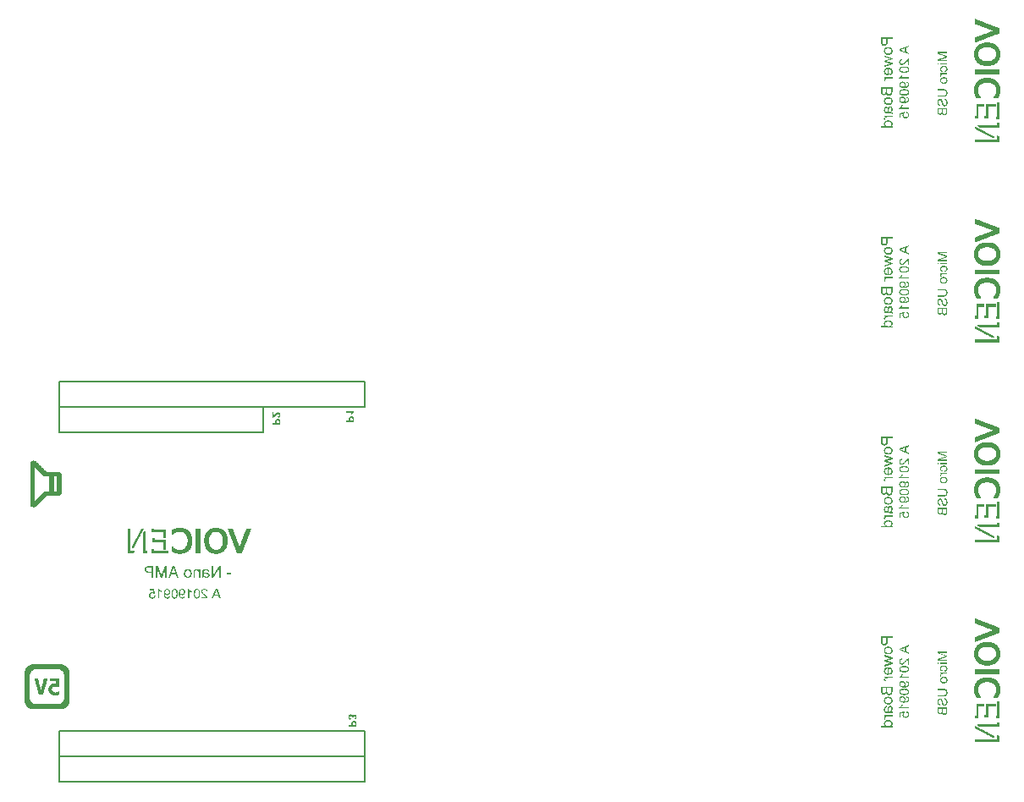
<source format=gbo>
G04 Layer_Color=32896*
%FSLAX25Y25*%
%MOIN*%
G70*
G01*
G75*
%ADD51C,0.00787*%
%ADD52C,0.00100*%
G36*
X209775Y32832D02*
X209908Y32810D01*
X210025Y32776D01*
X210130Y32738D01*
X210214Y32699D01*
X210247Y32682D01*
X210275Y32671D01*
X210297Y32654D01*
X210314Y32649D01*
X210325Y32638D01*
X210330D01*
X210436Y32555D01*
X210530Y32466D01*
X210608Y32371D01*
X210674Y32283D01*
X210724Y32205D01*
X210757Y32138D01*
X210769Y32116D01*
X210780Y32099D01*
X210785Y32088D01*
Y32083D01*
X210835Y31944D01*
X210874Y31800D01*
X210896Y31655D01*
X210918Y31517D01*
X210924Y31450D01*
X210930Y31395D01*
Y31345D01*
X210935Y31300D01*
Y31261D01*
Y31234D01*
Y31217D01*
Y31211D01*
X210930Y31062D01*
X210913Y30923D01*
X210885Y30795D01*
X210857Y30690D01*
X210835Y30601D01*
X210819Y30562D01*
X210807Y30529D01*
X210796Y30507D01*
X210791Y30490D01*
X210785Y30479D01*
Y30473D01*
X210724Y30357D01*
X210658Y30257D01*
X210585Y30168D01*
X210519Y30096D01*
X210463Y30040D01*
X210413Y30002D01*
X210380Y29974D01*
X210374Y29968D01*
X210369D01*
X210263Y29907D01*
X210164Y29863D01*
X210069Y29835D01*
X209981Y29813D01*
X209903Y29802D01*
X209842Y29791D01*
X209792D01*
X209681Y29796D01*
X209575Y29813D01*
X209481Y29841D01*
X209403Y29868D01*
X209337Y29902D01*
X209287Y29924D01*
X209259Y29946D01*
X209248Y29952D01*
X209165Y30018D01*
X209087Y30096D01*
X209020Y30179D01*
X208959Y30262D01*
X208915Y30334D01*
X208882Y30396D01*
X208871Y30418D01*
X208859Y30434D01*
X208854Y30446D01*
Y30451D01*
X208832Y30496D01*
X208815Y30551D01*
X208793Y30612D01*
X208771Y30679D01*
X208732Y30817D01*
X208693Y30962D01*
X208676Y31028D01*
X208660Y31089D01*
X208643Y31150D01*
X208632Y31200D01*
X208621Y31239D01*
X208615Y31273D01*
X208610Y31295D01*
Y31300D01*
X208582Y31411D01*
X208560Y31511D01*
X208532Y31600D01*
X208510Y31678D01*
X208482Y31750D01*
X208460Y31811D01*
X208438Y31866D01*
X208421Y31916D01*
X208399Y31955D01*
X208382Y31988D01*
X208371Y32011D01*
X208354Y32033D01*
X208338Y32061D01*
X208332Y32066D01*
X208277Y32116D01*
X208221Y32149D01*
X208166Y32177D01*
X208110Y32194D01*
X208066Y32205D01*
X208027Y32210D01*
X207994D01*
X207905Y32199D01*
X207827Y32177D01*
X207761Y32144D01*
X207699Y32105D01*
X207655Y32072D01*
X207616Y32038D01*
X207594Y32016D01*
X207589Y32005D01*
X207561Y31961D01*
X207533Y31916D01*
X207488Y31811D01*
X207461Y31700D01*
X207439Y31589D01*
X207428Y31489D01*
X207422Y31444D01*
X207416Y31411D01*
Y31378D01*
Y31356D01*
Y31339D01*
Y31334D01*
X207422Y31178D01*
X207444Y31039D01*
X207477Y30928D01*
X207511Y30834D01*
X207544Y30762D01*
X207577Y30706D01*
X207599Y30679D01*
X207605Y30667D01*
X207683Y30590D01*
X207766Y30529D01*
X207855Y30479D01*
X207944Y30446D01*
X208027Y30423D01*
X208088Y30407D01*
X208116Y30401D01*
X208132Y30396D01*
X208149D01*
X208110Y29907D01*
X207988Y29918D01*
X207877Y29946D01*
X207772Y29974D01*
X207683Y30013D01*
X207611Y30046D01*
X207555Y30074D01*
X207539Y30085D01*
X207522Y30096D01*
X207516Y30101D01*
X207511D01*
X207416Y30174D01*
X207333Y30251D01*
X207261Y30334D01*
X207206Y30418D01*
X207155Y30490D01*
X207128Y30545D01*
X207117Y30568D01*
X207106Y30584D01*
X207100Y30595D01*
Y30601D01*
X207056Y30723D01*
X207022Y30856D01*
X206995Y30978D01*
X206978Y31095D01*
X206967Y31200D01*
Y31239D01*
X206961Y31278D01*
Y31306D01*
Y31334D01*
Y31345D01*
Y31350D01*
X206967Y31495D01*
X206983Y31622D01*
X207006Y31744D01*
X207028Y31850D01*
X207050Y31933D01*
X207061Y31972D01*
X207072Y31999D01*
X207083Y32022D01*
X207089Y32038D01*
X207095Y32050D01*
Y32055D01*
X207150Y32166D01*
X207211Y32266D01*
X207278Y32349D01*
X207339Y32416D01*
X207394Y32466D01*
X207439Y32505D01*
X207472Y32532D01*
X207477Y32538D01*
X207483D01*
X207577Y32593D01*
X207672Y32632D01*
X207766Y32660D01*
X207849Y32677D01*
X207922Y32688D01*
X207977Y32699D01*
X208027D01*
X208121Y32693D01*
X208210Y32677D01*
X208293Y32654D01*
X208366Y32632D01*
X208421Y32610D01*
X208465Y32588D01*
X208493Y32571D01*
X208504Y32566D01*
X208582Y32510D01*
X208654Y32443D01*
X208715Y32377D01*
X208765Y32310D01*
X208809Y32255D01*
X208837Y32205D01*
X208859Y32172D01*
X208865Y32166D01*
Y32160D01*
X208887Y32116D01*
X208909Y32066D01*
X208948Y31955D01*
X208987Y31828D01*
X209026Y31705D01*
X209059Y31594D01*
X209070Y31544D01*
X209081Y31500D01*
X209092Y31467D01*
X209098Y31439D01*
X209104Y31422D01*
Y31417D01*
X209126Y31322D01*
X209148Y31234D01*
X209170Y31156D01*
X209187Y31089D01*
X209204Y31023D01*
X209220Y30967D01*
X209231Y30917D01*
X209248Y30878D01*
X209259Y30840D01*
X209265Y30812D01*
X209281Y30767D01*
X209287Y30740D01*
X209292Y30734D01*
X209326Y30651D01*
X209364Y30579D01*
X209403Y30518D01*
X209437Y30473D01*
X209470Y30434D01*
X209492Y30412D01*
X209509Y30396D01*
X209514Y30390D01*
X209564Y30351D01*
X209620Y30323D01*
X209675Y30307D01*
X209720Y30290D01*
X209764Y30285D01*
X209797Y30279D01*
X209831D01*
X209897Y30285D01*
X209958Y30296D01*
X210014Y30312D01*
X210058Y30334D01*
X210103Y30357D01*
X210130Y30373D01*
X210153Y30384D01*
X210158Y30390D01*
X210214Y30434D01*
X210258Y30490D01*
X210297Y30545D01*
X210336Y30595D01*
X210358Y30645D01*
X210380Y30684D01*
X210391Y30712D01*
X210397Y30723D01*
X210424Y30806D01*
X210447Y30895D01*
X210458Y30984D01*
X210469Y31062D01*
X210474Y31128D01*
X210480Y31184D01*
Y31206D01*
Y31223D01*
Y31228D01*
Y31234D01*
X210474Y31356D01*
X210463Y31467D01*
X210447Y31567D01*
X210424Y31655D01*
X210402Y31728D01*
X210386Y31783D01*
X210380Y31800D01*
X210374Y31816D01*
X210369Y31822D01*
Y31828D01*
X210325Y31916D01*
X210275Y31999D01*
X210225Y32061D01*
X210175Y32116D01*
X210136Y32160D01*
X210097Y32188D01*
X210075Y32205D01*
X210069Y32210D01*
X209997Y32249D01*
X209920Y32288D01*
X209836Y32310D01*
X209764Y32333D01*
X209692Y32349D01*
X209642Y32360D01*
X209620D01*
X209603Y32366D01*
X209592D01*
X209636Y32843D01*
X209775Y32832D01*
D02*
G37*
G36*
X194070Y-120949D02*
X194253Y-120960D01*
X194420Y-120977D01*
X194575Y-121005D01*
X194720Y-121033D01*
X194847Y-121066D01*
X194964Y-121099D01*
X195064Y-121133D01*
X195152Y-121166D01*
X195230Y-121205D01*
X195297Y-121232D01*
X195347Y-121260D01*
X195391Y-121288D01*
X195419Y-121305D01*
X195436Y-121316D01*
X195441Y-121321D01*
X195508Y-121382D01*
X195569Y-121449D01*
X195624Y-121521D01*
X195669Y-121593D01*
X195707Y-121665D01*
X195741Y-121738D01*
X195763Y-121810D01*
X195785Y-121876D01*
X195802Y-121943D01*
X195813Y-122004D01*
X195824Y-122059D01*
X195829Y-122104D01*
X195835Y-122143D01*
Y-122176D01*
Y-122193D01*
Y-122198D01*
X195824Y-122348D01*
X195802Y-122487D01*
X195763Y-122603D01*
X195724Y-122703D01*
X195685Y-122786D01*
X195663Y-122814D01*
X195646Y-122842D01*
X195635Y-122864D01*
X195624Y-122881D01*
X195613Y-122886D01*
Y-122892D01*
X195519Y-122992D01*
X195419Y-123075D01*
X195308Y-123147D01*
X195208Y-123203D01*
X195114Y-123247D01*
X195075Y-123269D01*
X195036Y-123280D01*
X195008Y-123292D01*
X194986Y-123303D01*
X194975Y-123308D01*
X194969D01*
X194886Y-123336D01*
X194803Y-123358D01*
X194625Y-123391D01*
X194442Y-123419D01*
X194264Y-123436D01*
X194187Y-123441D01*
X194115Y-123447D01*
X194048D01*
X193987Y-123452D01*
X193771D01*
X193671Y-123447D01*
X193582D01*
X193493Y-123441D01*
X193415Y-123430D01*
X193338Y-123425D01*
X193271Y-123419D01*
X193210Y-123408D01*
X193154Y-123403D01*
X193105Y-123391D01*
X193066Y-123386D01*
X193032Y-123380D01*
X193005Y-123375D01*
X192988Y-123369D01*
X192977Y-123364D01*
X192971D01*
X192849Y-123330D01*
X192738Y-123292D01*
X192644Y-123247D01*
X192561Y-123214D01*
X192488Y-123175D01*
X192438Y-123153D01*
X192411Y-123131D01*
X192400Y-123125D01*
X192316Y-123064D01*
X192244Y-123003D01*
X192183Y-122936D01*
X192128Y-122875D01*
X192089Y-122820D01*
X192061Y-122775D01*
X192044Y-122748D01*
X192039Y-122742D01*
Y-122737D01*
X191995Y-122648D01*
X191967Y-122553D01*
X191945Y-122465D01*
X191928Y-122381D01*
X191917Y-122309D01*
X191911Y-122248D01*
Y-122226D01*
Y-122209D01*
Y-122204D01*
Y-122198D01*
X191922Y-122048D01*
X191945Y-121909D01*
X191983Y-121793D01*
X192022Y-121693D01*
X192067Y-121610D01*
X192083Y-121576D01*
X192105Y-121549D01*
X192117Y-121527D01*
X192128Y-121510D01*
X192139Y-121504D01*
Y-121499D01*
X192228Y-121399D01*
X192333Y-121316D01*
X192438Y-121244D01*
X192538Y-121188D01*
X192633Y-121144D01*
X192672Y-121122D01*
X192710Y-121110D01*
X192738Y-121099D01*
X192760Y-121088D01*
X192771Y-121083D01*
X192777D01*
X192860Y-121060D01*
X192944Y-121038D01*
X193127Y-121005D01*
X193310Y-120977D01*
X193482Y-120960D01*
X193565Y-120955D01*
X193637Y-120949D01*
X193704D01*
X193765Y-120944D01*
X193876D01*
X194070Y-120949D01*
D02*
G37*
G36*
X193299Y-127360D02*
X193260Y-127443D01*
X193221Y-127526D01*
X193182Y-127604D01*
X193149Y-127671D01*
X193121Y-127726D01*
X193099Y-127759D01*
X193093Y-127765D01*
Y-127770D01*
X193032Y-127870D01*
X192971Y-127959D01*
X192916Y-128037D01*
X192866Y-128098D01*
X192827Y-128153D01*
X192794Y-128187D01*
X192771Y-128214D01*
X192766Y-128220D01*
X195768D01*
Y-128692D01*
X191911D01*
Y-128386D01*
X192006Y-128331D01*
X192094Y-128270D01*
X192183Y-128198D01*
X192261Y-128131D01*
X192327Y-128065D01*
X192383Y-128015D01*
X192400Y-127992D01*
X192416Y-127976D01*
X192422Y-127970D01*
X192427Y-127965D01*
X192522Y-127848D01*
X192611Y-127732D01*
X192688Y-127620D01*
X192749Y-127509D01*
X192805Y-127415D01*
X192827Y-127376D01*
X192844Y-127343D01*
X192860Y-127315D01*
X192866Y-127293D01*
X192877Y-127282D01*
Y-127276D01*
X193332D01*
X193299Y-127360D01*
D02*
G37*
G36*
X193315Y-123935D02*
X193410Y-123946D01*
X193504Y-123958D01*
X193593Y-123980D01*
X193671Y-124007D01*
X193748Y-124035D01*
X193815Y-124063D01*
X193876Y-124096D01*
X193931Y-124124D01*
X193981Y-124152D01*
X194020Y-124179D01*
X194059Y-124207D01*
X194087Y-124229D01*
X194104Y-124241D01*
X194115Y-124252D01*
X194120Y-124257D01*
X194181Y-124318D01*
X194231Y-124385D01*
X194281Y-124451D01*
X194320Y-124524D01*
X194353Y-124590D01*
X194381Y-124657D01*
X194420Y-124784D01*
X194437Y-124840D01*
X194448Y-124896D01*
X194453Y-124940D01*
X194459Y-124984D01*
X194464Y-125018D01*
Y-125040D01*
Y-125056D01*
Y-125062D01*
X194459Y-125167D01*
X194442Y-125267D01*
X194420Y-125356D01*
X194392Y-125439D01*
X194370Y-125500D01*
X194348Y-125550D01*
X194331Y-125584D01*
X194325Y-125595D01*
X194270Y-125683D01*
X194209Y-125761D01*
X194148Y-125828D01*
X194092Y-125883D01*
X194037Y-125922D01*
X193998Y-125955D01*
X193970Y-125978D01*
X193959Y-125983D01*
X194053D01*
X194165Y-125978D01*
X194270Y-125972D01*
X194364Y-125961D01*
X194453Y-125950D01*
X194525Y-125933D01*
X194581Y-125922D01*
X194603Y-125917D01*
X194620D01*
X194625Y-125911D01*
X194631D01*
X194731Y-125883D01*
X194819Y-125856D01*
X194897Y-125828D01*
X194964Y-125800D01*
X195014Y-125778D01*
X195053Y-125756D01*
X195080Y-125745D01*
X195086Y-125739D01*
X195147Y-125695D01*
X195197Y-125650D01*
X195241Y-125606D01*
X195280Y-125561D01*
X195313Y-125528D01*
X195336Y-125495D01*
X195347Y-125473D01*
X195352Y-125467D01*
X195386Y-125406D01*
X195408Y-125339D01*
X195424Y-125278D01*
X195436Y-125217D01*
X195441Y-125167D01*
X195447Y-125128D01*
Y-125101D01*
Y-125090D01*
X195441Y-125001D01*
X195424Y-124918D01*
X195402Y-124846D01*
X195375Y-124784D01*
X195352Y-124740D01*
X195330Y-124701D01*
X195313Y-124679D01*
X195308Y-124673D01*
X195247Y-124618D01*
X195175Y-124574D01*
X195097Y-124535D01*
X195019Y-124507D01*
X194953Y-124485D01*
X194892Y-124468D01*
X194869Y-124463D01*
X194858D01*
X194847Y-124457D01*
X194842D01*
X194880Y-124002D01*
X195042Y-124035D01*
X195180Y-124080D01*
X195302Y-124135D01*
X195402Y-124191D01*
X195480Y-124246D01*
X195513Y-124274D01*
X195541Y-124296D01*
X195558Y-124313D01*
X195574Y-124329D01*
X195580Y-124335D01*
X195585Y-124340D01*
X195630Y-124396D01*
X195669Y-124457D01*
X195730Y-124579D01*
X195774Y-124701D01*
X195802Y-124818D01*
X195824Y-124923D01*
X195829Y-124968D01*
Y-125006D01*
X195835Y-125034D01*
Y-125056D01*
Y-125073D01*
Y-125079D01*
X195824Y-125234D01*
X195802Y-125373D01*
X195763Y-125500D01*
X195719Y-125606D01*
X195702Y-125650D01*
X195680Y-125695D01*
X195658Y-125728D01*
X195641Y-125761D01*
X195630Y-125783D01*
X195619Y-125800D01*
X195607Y-125811D01*
Y-125817D01*
X195513Y-125928D01*
X195408Y-126028D01*
X195297Y-126105D01*
X195191Y-126172D01*
X195097Y-126227D01*
X195053Y-126250D01*
X195019Y-126266D01*
X194986Y-126277D01*
X194964Y-126288D01*
X194953Y-126294D01*
X194947D01*
X194864Y-126322D01*
X194770Y-126349D01*
X194581Y-126388D01*
X194381Y-126416D01*
X194192Y-126433D01*
X194109Y-126444D01*
X194026Y-126450D01*
X193954D01*
X193893Y-126455D01*
X193643D01*
X193521Y-126450D01*
X193410Y-126438D01*
X193304Y-126427D01*
X193210Y-126416D01*
X193121Y-126405D01*
X193038Y-126388D01*
X192966Y-126372D01*
X192905Y-126355D01*
X192849Y-126344D01*
X192799Y-126327D01*
X192760Y-126316D01*
X192733Y-126305D01*
X192710Y-126294D01*
X192699Y-126288D01*
X192694D01*
X192561Y-126222D01*
X192444Y-126150D01*
X192344Y-126067D01*
X192261Y-125994D01*
X192200Y-125922D01*
X192155Y-125867D01*
X192139Y-125845D01*
X192128Y-125828D01*
X192117Y-125822D01*
Y-125817D01*
X192050Y-125700D01*
X192000Y-125584D01*
X191961Y-125467D01*
X191939Y-125362D01*
X191922Y-125267D01*
X191917Y-125228D01*
Y-125201D01*
X191911Y-125173D01*
Y-125151D01*
Y-125140D01*
Y-125134D01*
X191917Y-125040D01*
X191928Y-124951D01*
X191945Y-124862D01*
X191967Y-124784D01*
X192028Y-124635D01*
X192055Y-124568D01*
X192089Y-124513D01*
X192128Y-124457D01*
X192155Y-124413D01*
X192189Y-124368D01*
X192217Y-124335D01*
X192239Y-124307D01*
X192255Y-124291D01*
X192266Y-124279D01*
X192272Y-124274D01*
X192339Y-124213D01*
X192416Y-124163D01*
X192488Y-124113D01*
X192566Y-124074D01*
X192649Y-124041D01*
X192727Y-124013D01*
X192871Y-123974D01*
X192944Y-123958D01*
X193005Y-123946D01*
X193066Y-123941D01*
X193116Y-123935D01*
X193154Y-123930D01*
X193210D01*
X193315Y-123935D01*
D02*
G37*
G36*
Y-117964D02*
X193410Y-117975D01*
X193504Y-117986D01*
X193593Y-118008D01*
X193671Y-118036D01*
X193748Y-118063D01*
X193815Y-118091D01*
X193876Y-118124D01*
X193931Y-118152D01*
X193981Y-118180D01*
X194020Y-118208D01*
X194059Y-118235D01*
X194087Y-118258D01*
X194104Y-118269D01*
X194115Y-118280D01*
X194120Y-118285D01*
X194181Y-118347D01*
X194231Y-118413D01*
X194281Y-118480D01*
X194320Y-118552D01*
X194353Y-118618D01*
X194381Y-118685D01*
X194420Y-118813D01*
X194437Y-118868D01*
X194448Y-118924D01*
X194453Y-118968D01*
X194459Y-119012D01*
X194464Y-119046D01*
Y-119068D01*
Y-119085D01*
Y-119090D01*
X194459Y-119196D01*
X194442Y-119296D01*
X194420Y-119384D01*
X194392Y-119468D01*
X194370Y-119529D01*
X194348Y-119579D01*
X194331Y-119612D01*
X194325Y-119623D01*
X194270Y-119712D01*
X194209Y-119790D01*
X194148Y-119856D01*
X194092Y-119912D01*
X194037Y-119950D01*
X193998Y-119984D01*
X193970Y-120006D01*
X193959Y-120011D01*
X194053D01*
X194165Y-120006D01*
X194270Y-120000D01*
X194364Y-119989D01*
X194453Y-119978D01*
X194525Y-119962D01*
X194581Y-119950D01*
X194603Y-119945D01*
X194620D01*
X194625Y-119939D01*
X194631D01*
X194731Y-119912D01*
X194819Y-119884D01*
X194897Y-119856D01*
X194964Y-119828D01*
X195014Y-119806D01*
X195053Y-119784D01*
X195080Y-119773D01*
X195086Y-119767D01*
X195147Y-119723D01*
X195197Y-119678D01*
X195241Y-119634D01*
X195280Y-119590D01*
X195313Y-119556D01*
X195336Y-119523D01*
X195347Y-119501D01*
X195352Y-119495D01*
X195386Y-119434D01*
X195408Y-119368D01*
X195424Y-119307D01*
X195436Y-119246D01*
X195441Y-119196D01*
X195447Y-119157D01*
Y-119129D01*
Y-119118D01*
X195441Y-119029D01*
X195424Y-118946D01*
X195402Y-118874D01*
X195375Y-118813D01*
X195352Y-118768D01*
X195330Y-118729D01*
X195313Y-118707D01*
X195308Y-118702D01*
X195247Y-118646D01*
X195175Y-118602D01*
X195097Y-118563D01*
X195019Y-118535D01*
X194953Y-118513D01*
X194892Y-118496D01*
X194869Y-118491D01*
X194858D01*
X194847Y-118485D01*
X194842D01*
X194880Y-118030D01*
X195042Y-118063D01*
X195180Y-118108D01*
X195302Y-118163D01*
X195402Y-118219D01*
X195480Y-118274D01*
X195513Y-118302D01*
X195541Y-118324D01*
X195558Y-118341D01*
X195574Y-118358D01*
X195580Y-118363D01*
X195585Y-118369D01*
X195630Y-118424D01*
X195669Y-118485D01*
X195730Y-118607D01*
X195774Y-118729D01*
X195802Y-118846D01*
X195824Y-118951D01*
X195829Y-118996D01*
Y-119035D01*
X195835Y-119062D01*
Y-119085D01*
Y-119101D01*
Y-119107D01*
X195824Y-119262D01*
X195802Y-119401D01*
X195763Y-119529D01*
X195719Y-119634D01*
X195702Y-119678D01*
X195680Y-119723D01*
X195658Y-119756D01*
X195641Y-119790D01*
X195630Y-119812D01*
X195619Y-119828D01*
X195607Y-119839D01*
Y-119845D01*
X195513Y-119956D01*
X195408Y-120056D01*
X195297Y-120133D01*
X195191Y-120200D01*
X195097Y-120256D01*
X195053Y-120278D01*
X195019Y-120294D01*
X194986Y-120306D01*
X194964Y-120317D01*
X194953Y-120322D01*
X194947D01*
X194864Y-120350D01*
X194770Y-120378D01*
X194581Y-120417D01*
X194381Y-120444D01*
X194192Y-120461D01*
X194109Y-120472D01*
X194026Y-120478D01*
X193954D01*
X193893Y-120483D01*
X193643D01*
X193521Y-120478D01*
X193410Y-120467D01*
X193304Y-120455D01*
X193210Y-120444D01*
X193121Y-120433D01*
X193038Y-120417D01*
X192966Y-120400D01*
X192905Y-120383D01*
X192849Y-120372D01*
X192799Y-120355D01*
X192760Y-120344D01*
X192733Y-120333D01*
X192710Y-120322D01*
X192699Y-120317D01*
X192694D01*
X192561Y-120250D01*
X192444Y-120178D01*
X192344Y-120095D01*
X192261Y-120023D01*
X192200Y-119950D01*
X192155Y-119895D01*
X192139Y-119873D01*
X192128Y-119856D01*
X192117Y-119851D01*
Y-119845D01*
X192050Y-119728D01*
X192000Y-119612D01*
X191961Y-119495D01*
X191939Y-119390D01*
X191922Y-119296D01*
X191917Y-119257D01*
Y-119229D01*
X191911Y-119201D01*
Y-119179D01*
Y-119168D01*
Y-119162D01*
X191917Y-119068D01*
X191928Y-118979D01*
X191945Y-118890D01*
X191967Y-118813D01*
X192028Y-118663D01*
X192055Y-118596D01*
X192089Y-118541D01*
X192128Y-118485D01*
X192155Y-118441D01*
X192189Y-118396D01*
X192217Y-118363D01*
X192239Y-118335D01*
X192255Y-118319D01*
X192266Y-118308D01*
X192272Y-118302D01*
X192339Y-118241D01*
X192416Y-118191D01*
X192488Y-118141D01*
X192566Y-118102D01*
X192649Y-118069D01*
X192727Y-118041D01*
X192871Y-118002D01*
X192944Y-117986D01*
X193005Y-117975D01*
X193066Y-117969D01*
X193116Y-117964D01*
X193154Y-117958D01*
X193210D01*
X193315Y-117964D01*
D02*
G37*
G36*
X210869Y27648D02*
X210863Y27515D01*
X210857Y27399D01*
X210846Y27293D01*
X210835Y27204D01*
X210824Y27132D01*
X210819Y27077D01*
X210807Y27043D01*
Y27032D01*
X210780Y26938D01*
X210752Y26860D01*
X210719Y26788D01*
X210685Y26727D01*
X210663Y26677D01*
X210641Y26638D01*
X210624Y26616D01*
X210619Y26610D01*
X210569Y26549D01*
X210508Y26494D01*
X210447Y26449D01*
X210391Y26405D01*
X210336Y26372D01*
X210297Y26350D01*
X210269Y26333D01*
X210258Y26327D01*
X210169Y26289D01*
X210080Y26261D01*
X209997Y26239D01*
X209920Y26228D01*
X209853Y26216D01*
X209797Y26211D01*
X209753D01*
X209631Y26216D01*
X209520Y26239D01*
X209425Y26272D01*
X209337Y26305D01*
X209270Y26338D01*
X209220Y26372D01*
X209187Y26394D01*
X209176Y26400D01*
X209087Y26477D01*
X209015Y26561D01*
X208954Y26655D01*
X208904Y26738D01*
X208865Y26816D01*
X208843Y26882D01*
X208832Y26905D01*
X208826Y26921D01*
X208821Y26932D01*
Y26938D01*
X208765Y26844D01*
X208710Y26760D01*
X208648Y26694D01*
X208593Y26638D01*
X208549Y26594D01*
X208504Y26561D01*
X208482Y26544D01*
X208471Y26538D01*
X208388Y26494D01*
X208310Y26461D01*
X208232Y26433D01*
X208160Y26416D01*
X208099Y26405D01*
X208049Y26400D01*
X208010D01*
X207916Y26405D01*
X207821Y26422D01*
X207738Y26449D01*
X207661Y26477D01*
X207594Y26505D01*
X207550Y26533D01*
X207516Y26549D01*
X207505Y26555D01*
X207422Y26616D01*
X207344Y26683D01*
X207283Y26755D01*
X207233Y26821D01*
X207194Y26877D01*
X207167Y26927D01*
X207150Y26960D01*
X207144Y26966D01*
Y26971D01*
X207106Y27077D01*
X207078Y27193D01*
X207056Y27310D01*
X207045Y27421D01*
X207033Y27521D01*
Y27565D01*
X207028Y27604D01*
Y27632D01*
Y27654D01*
Y27670D01*
Y27676D01*
Y29114D01*
X210869D01*
Y27648D01*
D02*
G37*
G36*
X195768Y-111481D02*
X195313D01*
Y-109589D01*
X195219Y-109655D01*
X195180Y-109688D01*
X195141Y-109716D01*
X195108Y-109744D01*
X195086Y-109766D01*
X195069Y-109783D01*
X195064Y-109788D01*
X195036Y-109816D01*
X195008Y-109849D01*
X194936Y-109927D01*
X194853Y-110016D01*
X194770Y-110110D01*
X194697Y-110199D01*
X194664Y-110238D01*
X194631Y-110271D01*
X194608Y-110299D01*
X194592Y-110321D01*
X194581Y-110332D01*
X194575Y-110338D01*
X194498Y-110427D01*
X194425Y-110515D01*
X194353Y-110593D01*
X194292Y-110665D01*
X194231Y-110732D01*
X194176Y-110787D01*
X194126Y-110843D01*
X194081Y-110887D01*
X194037Y-110932D01*
X194004Y-110965D01*
X193976Y-110993D01*
X193948Y-111021D01*
X193915Y-111048D01*
X193904Y-111059D01*
X193809Y-111137D01*
X193726Y-111204D01*
X193643Y-111259D01*
X193576Y-111303D01*
X193515Y-111337D01*
X193471Y-111359D01*
X193443Y-111370D01*
X193432Y-111376D01*
X193349Y-111409D01*
X193265Y-111431D01*
X193188Y-111453D01*
X193121Y-111465D01*
X193060Y-111470D01*
X193016Y-111476D01*
X192977D01*
X192894Y-111470D01*
X192816Y-111459D01*
X192738Y-111448D01*
X192672Y-111426D01*
X192538Y-111370D01*
X192433Y-111315D01*
X192383Y-111281D01*
X192344Y-111253D01*
X192305Y-111226D01*
X192278Y-111198D01*
X192255Y-111176D01*
X192233Y-111165D01*
X192228Y-111154D01*
X192222Y-111148D01*
X192167Y-111087D01*
X192117Y-111021D01*
X192078Y-110948D01*
X192044Y-110876D01*
X191989Y-110732D01*
X191950Y-110588D01*
X191939Y-110527D01*
X191928Y-110466D01*
X191922Y-110410D01*
X191917Y-110366D01*
X191911Y-110327D01*
Y-110293D01*
Y-110277D01*
Y-110271D01*
X191917Y-110171D01*
X191922Y-110077D01*
X191939Y-109988D01*
X191956Y-109905D01*
X191978Y-109827D01*
X192000Y-109755D01*
X192028Y-109688D01*
X192055Y-109627D01*
X192083Y-109572D01*
X192111Y-109528D01*
X192133Y-109489D01*
X192155Y-109455D01*
X192172Y-109428D01*
X192189Y-109411D01*
X192194Y-109400D01*
X192200Y-109394D01*
X192255Y-109339D01*
X192316Y-109289D01*
X192383Y-109239D01*
X192450Y-109200D01*
X192583Y-109133D01*
X192716Y-109089D01*
X192777Y-109072D01*
X192838Y-109056D01*
X192888Y-109045D01*
X192932Y-109034D01*
X192971Y-109028D01*
X192999D01*
X193016Y-109022D01*
X193021D01*
X193071Y-109505D01*
X192944Y-109516D01*
X192833Y-109539D01*
X192733Y-109572D01*
X192655Y-109611D01*
X192588Y-109644D01*
X192544Y-109677D01*
X192516Y-109699D01*
X192505Y-109711D01*
X192438Y-109794D01*
X192389Y-109883D01*
X192350Y-109977D01*
X192327Y-110060D01*
X192311Y-110138D01*
X192305Y-110205D01*
X192300Y-110227D01*
Y-110243D01*
Y-110255D01*
Y-110260D01*
X192305Y-110377D01*
X192327Y-110482D01*
X192361Y-110571D01*
X192394Y-110649D01*
X192433Y-110710D01*
X192461Y-110749D01*
X192483Y-110776D01*
X192494Y-110787D01*
X192572Y-110854D01*
X192649Y-110904D01*
X192727Y-110943D01*
X192805Y-110965D01*
X192866Y-110982D01*
X192921Y-110987D01*
X192955Y-110993D01*
X192966D01*
X193066Y-110982D01*
X193171Y-110959D01*
X193265Y-110921D01*
X193354Y-110882D01*
X193426Y-110837D01*
X193487Y-110799D01*
X193510Y-110787D01*
X193526Y-110776D01*
X193532Y-110765D01*
X193537D01*
X193598Y-110721D01*
X193659Y-110665D01*
X193726Y-110604D01*
X193793Y-110538D01*
X193926Y-110399D01*
X194059Y-110260D01*
X194120Y-110188D01*
X194176Y-110127D01*
X194226Y-110066D01*
X194270Y-110016D01*
X194303Y-109977D01*
X194331Y-109944D01*
X194348Y-109922D01*
X194353Y-109916D01*
X194470Y-109777D01*
X194581Y-109650D01*
X194681Y-109544D01*
X194764Y-109461D01*
X194836Y-109389D01*
X194886Y-109339D01*
X194919Y-109311D01*
X194925Y-109300D01*
X194930D01*
X195025Y-109222D01*
X195114Y-109161D01*
X195202Y-109106D01*
X195280Y-109061D01*
X195347Y-109028D01*
X195397Y-109006D01*
X195430Y-108995D01*
X195436Y-108989D01*
X195441D01*
X195502Y-108967D01*
X195558Y-108956D01*
X195613Y-108945D01*
X195663Y-108939D01*
X195707Y-108934D01*
X195768D01*
Y-111481D01*
D02*
G37*
G36*
X193299Y-115416D02*
X193260Y-115499D01*
X193221Y-115583D01*
X193182Y-115660D01*
X193149Y-115727D01*
X193121Y-115782D01*
X193099Y-115816D01*
X193093Y-115821D01*
Y-115827D01*
X193032Y-115927D01*
X192971Y-116016D01*
X192916Y-116093D01*
X192866Y-116154D01*
X192827Y-116210D01*
X192794Y-116243D01*
X192771Y-116271D01*
X192766Y-116276D01*
X195768D01*
Y-116748D01*
X191911D01*
Y-116443D01*
X192006Y-116387D01*
X192094Y-116326D01*
X192183Y-116254D01*
X192261Y-116188D01*
X192327Y-116121D01*
X192383Y-116071D01*
X192400Y-116049D01*
X192416Y-116032D01*
X192422Y-116026D01*
X192427Y-116021D01*
X192522Y-115904D01*
X192611Y-115788D01*
X192688Y-115677D01*
X192749Y-115566D01*
X192805Y-115472D01*
X192827Y-115433D01*
X192844Y-115399D01*
X192860Y-115372D01*
X192866Y-115349D01*
X192877Y-115338D01*
Y-115333D01*
X193332D01*
X193299Y-115416D01*
D02*
G37*
G36*
X194070Y-111992D02*
X194253Y-112003D01*
X194420Y-112020D01*
X194575Y-112047D01*
X194720Y-112075D01*
X194847Y-112108D01*
X194964Y-112142D01*
X195064Y-112175D01*
X195152Y-112208D01*
X195230Y-112247D01*
X195297Y-112275D01*
X195347Y-112302D01*
X195391Y-112330D01*
X195419Y-112347D01*
X195436Y-112358D01*
X195441Y-112364D01*
X195508Y-112425D01*
X195569Y-112491D01*
X195624Y-112563D01*
X195669Y-112636D01*
X195707Y-112708D01*
X195741Y-112780D01*
X195763Y-112852D01*
X195785Y-112919D01*
X195802Y-112985D01*
X195813Y-113046D01*
X195824Y-113102D01*
X195829Y-113146D01*
X195835Y-113185D01*
Y-113218D01*
Y-113235D01*
Y-113241D01*
X195824Y-113390D01*
X195802Y-113529D01*
X195763Y-113646D01*
X195724Y-113745D01*
X195685Y-113829D01*
X195663Y-113856D01*
X195646Y-113884D01*
X195635Y-113906D01*
X195624Y-113923D01*
X195613Y-113929D01*
Y-113934D01*
X195519Y-114034D01*
X195419Y-114117D01*
X195308Y-114190D01*
X195208Y-114245D01*
X195114Y-114289D01*
X195075Y-114312D01*
X195036Y-114323D01*
X195008Y-114334D01*
X194986Y-114345D01*
X194975Y-114350D01*
X194969D01*
X194886Y-114378D01*
X194803Y-114400D01*
X194625Y-114434D01*
X194442Y-114461D01*
X194264Y-114478D01*
X194187Y-114484D01*
X194115Y-114489D01*
X194048D01*
X193987Y-114495D01*
X193771D01*
X193671Y-114489D01*
X193582D01*
X193493Y-114484D01*
X193415Y-114473D01*
X193338Y-114467D01*
X193271Y-114461D01*
X193210Y-114450D01*
X193154Y-114445D01*
X193105Y-114434D01*
X193066Y-114428D01*
X193032Y-114423D01*
X193005Y-114417D01*
X192988Y-114411D01*
X192977Y-114406D01*
X192971D01*
X192849Y-114373D01*
X192738Y-114334D01*
X192644Y-114289D01*
X192561Y-114256D01*
X192488Y-114217D01*
X192438Y-114195D01*
X192411Y-114173D01*
X192400Y-114167D01*
X192316Y-114106D01*
X192244Y-114045D01*
X192183Y-113979D01*
X192128Y-113918D01*
X192089Y-113862D01*
X192061Y-113818D01*
X192044Y-113790D01*
X192039Y-113784D01*
Y-113779D01*
X191995Y-113690D01*
X191967Y-113596D01*
X191945Y-113507D01*
X191928Y-113424D01*
X191917Y-113351D01*
X191911Y-113290D01*
Y-113268D01*
Y-113251D01*
Y-113246D01*
Y-113241D01*
X191922Y-113091D01*
X191945Y-112952D01*
X191983Y-112835D01*
X192022Y-112735D01*
X192067Y-112652D01*
X192083Y-112619D01*
X192105Y-112591D01*
X192117Y-112569D01*
X192128Y-112552D01*
X192139Y-112547D01*
Y-112541D01*
X192228Y-112441D01*
X192333Y-112358D01*
X192438Y-112286D01*
X192538Y-112230D01*
X192633Y-112186D01*
X192672Y-112164D01*
X192710Y-112153D01*
X192738Y-112142D01*
X192760Y-112130D01*
X192771Y-112125D01*
X192777D01*
X192860Y-112103D01*
X192944Y-112081D01*
X193127Y-112047D01*
X193310Y-112020D01*
X193482Y-112003D01*
X193565Y-111997D01*
X193637Y-111992D01*
X193704D01*
X193765Y-111986D01*
X193876D01*
X194070Y-111992D01*
D02*
G37*
G36*
X187799Y-112484D02*
X187937Y-112497D01*
X188068Y-112516D01*
X188186Y-112543D01*
X188298Y-112575D01*
X188403Y-112608D01*
X188494Y-112647D01*
X188580Y-112687D01*
X188652Y-112726D01*
X188717Y-112766D01*
X188770Y-112798D01*
X188816Y-112831D01*
X188855Y-112857D01*
X188882Y-112877D01*
X188895Y-112890D01*
X188901Y-112897D01*
X188980Y-112982D01*
X189046Y-113067D01*
X189104Y-113159D01*
X189157Y-113258D01*
X189196Y-113349D01*
X189236Y-113448D01*
X189288Y-113631D01*
X189301Y-113717D01*
X189314Y-113795D01*
X189328Y-113868D01*
X189334Y-113927D01*
X189341Y-113973D01*
Y-114012D01*
Y-114038D01*
Y-114045D01*
X189328Y-114248D01*
X189295Y-114432D01*
X189255Y-114596D01*
X189229Y-114661D01*
X189203Y-114727D01*
X189177Y-114786D01*
X189150Y-114839D01*
X189131Y-114878D01*
X189111Y-114917D01*
X189091Y-114944D01*
X189078Y-114963D01*
X189065Y-114976D01*
Y-114983D01*
X188947Y-115114D01*
X188822Y-115219D01*
X188691Y-115311D01*
X188567Y-115376D01*
X188455Y-115429D01*
X188403Y-115449D01*
X188363Y-115468D01*
X188324Y-115481D01*
X188298Y-115488D01*
X188285Y-115495D01*
X188278D01*
X188206Y-114917D01*
X188330Y-114865D01*
X188435Y-114806D01*
X188527Y-114747D01*
X188599Y-114694D01*
X188652Y-114648D01*
X188691Y-114609D01*
X188717Y-114576D01*
X188724Y-114570D01*
X188777Y-114484D01*
X188816Y-114399D01*
X188842Y-114307D01*
X188862Y-114228D01*
X188875Y-114156D01*
X188882Y-114097D01*
Y-114058D01*
Y-114051D01*
Y-114045D01*
X188875Y-113966D01*
X188868Y-113894D01*
X188836Y-113763D01*
X188790Y-113645D01*
X188737Y-113540D01*
X188691Y-113461D01*
X188645Y-113402D01*
X188612Y-113363D01*
X188599Y-113356D01*
Y-113349D01*
X188481Y-113258D01*
X188350Y-113185D01*
X188206Y-113133D01*
X188075Y-113094D01*
X187957Y-113074D01*
X187904Y-113061D01*
X187858Y-113054D01*
X187819D01*
X187793Y-113048D01*
X187766D01*
Y-115508D01*
X187701Y-115514D01*
X187622D01*
X187471Y-115508D01*
X187333Y-115495D01*
X187202Y-115475D01*
X187077Y-115449D01*
X186966Y-115416D01*
X186861Y-115383D01*
X186769Y-115344D01*
X186684Y-115304D01*
X186605Y-115265D01*
X186539Y-115226D01*
X186487Y-115193D01*
X186441Y-115160D01*
X186402Y-115134D01*
X186375Y-115114D01*
X186362Y-115101D01*
X186356Y-115094D01*
X186277Y-115016D01*
X186205Y-114930D01*
X186146Y-114839D01*
X186093Y-114747D01*
X186047Y-114655D01*
X186015Y-114570D01*
X185982Y-114478D01*
X185962Y-114399D01*
X185943Y-114314D01*
X185930Y-114242D01*
X185916Y-114176D01*
X185910Y-114123D01*
X185903Y-114078D01*
Y-114038D01*
Y-114019D01*
Y-114012D01*
X185910Y-113887D01*
X185923Y-113769D01*
X185943Y-113658D01*
X185975Y-113553D01*
X186008Y-113454D01*
X186047Y-113363D01*
X186087Y-113277D01*
X186133Y-113205D01*
X186172Y-113133D01*
X186218Y-113074D01*
X186258Y-113021D01*
X186290Y-112982D01*
X186323Y-112949D01*
X186343Y-112923D01*
X186356Y-112910D01*
X186362Y-112903D01*
X186454Y-112831D01*
X186553Y-112766D01*
X186651Y-112707D01*
X186756Y-112654D01*
X186867Y-112615D01*
X186972Y-112582D01*
X187182Y-112529D01*
X187274Y-112510D01*
X187366Y-112497D01*
X187445Y-112490D01*
X187517Y-112484D01*
X187576Y-112477D01*
X187655D01*
X187799Y-112484D01*
D02*
G37*
G36*
X189269Y-108679D02*
Y-109269D01*
X186736Y-109932D01*
X187301Y-110063D01*
X189269Y-110588D01*
Y-111158D01*
X185975Y-112195D01*
Y-111650D01*
X187884Y-111086D01*
X188521Y-110896D01*
X187891Y-110732D01*
X185975Y-110240D01*
Y-109669D01*
X187911Y-109144D01*
X188022Y-109118D01*
X188120Y-109092D01*
X188206Y-109072D01*
X188278Y-109053D01*
X188344Y-109033D01*
X188396Y-109020D01*
X188442Y-109007D01*
X188481Y-109000D01*
X188514Y-108994D01*
X188534Y-108987D01*
X188567Y-108981D01*
X188580Y-108974D01*
X188586D01*
X187878Y-108790D01*
X185975Y-108265D01*
Y-107682D01*
X189269Y-108679D01*
D02*
G37*
G36*
X210869Y42406D02*
X209414D01*
X209303Y42400D01*
X209204Y42395D01*
X209109Y42384D01*
X209026Y42367D01*
X208959Y42350D01*
X208909Y42339D01*
X208876Y42334D01*
X208865Y42328D01*
X208804Y42306D01*
X208754Y42278D01*
X208710Y42250D01*
X208671Y42223D01*
X208643Y42195D01*
X208621Y42178D01*
X208610Y42162D01*
X208604Y42156D01*
X208571Y42112D01*
X208549Y42062D01*
X208532Y42012D01*
X208521Y41973D01*
X208515Y41934D01*
X208510Y41906D01*
Y41884D01*
Y41879D01*
X208515Y41818D01*
X208526Y41756D01*
X208543Y41695D01*
X208560Y41645D01*
X208576Y41601D01*
X208593Y41568D01*
X208604Y41546D01*
X208610Y41540D01*
X208177Y41368D01*
X208127Y41462D01*
X208088Y41551D01*
X208060Y41629D01*
X208038Y41701D01*
X208027Y41762D01*
X208021Y41812D01*
Y41840D01*
Y41851D01*
X208027Y41912D01*
X208038Y41967D01*
X208055Y42023D01*
X208071Y42067D01*
X208088Y42101D01*
X208105Y42134D01*
X208116Y42151D01*
X208121Y42156D01*
X208166Y42206D01*
X208221Y42256D01*
X208288Y42306D01*
X208349Y42350D01*
X208410Y42395D01*
X208460Y42422D01*
X208499Y42445D01*
X208504Y42450D01*
X208082D01*
Y42878D01*
X210869D01*
Y42406D01*
D02*
G37*
G36*
X189269Y-116747D02*
X187550D01*
X187419Y-116754D01*
X187301Y-116761D01*
X187189Y-116774D01*
X187091Y-116793D01*
X187012Y-116813D01*
X186953Y-116826D01*
X186914Y-116833D01*
X186900Y-116839D01*
X186828Y-116866D01*
X186769Y-116898D01*
X186717Y-116931D01*
X186671Y-116964D01*
X186638Y-116997D01*
X186612Y-117016D01*
X186599Y-117036D01*
X186592Y-117043D01*
X186553Y-117095D01*
X186526Y-117154D01*
X186507Y-117213D01*
X186494Y-117259D01*
X186487Y-117305D01*
X186480Y-117338D01*
Y-117364D01*
Y-117371D01*
X186487Y-117443D01*
X186500Y-117515D01*
X186520Y-117587D01*
X186539Y-117646D01*
X186559Y-117699D01*
X186579Y-117738D01*
X186592Y-117764D01*
X186599Y-117771D01*
X186087Y-117974D01*
X186028Y-117863D01*
X185982Y-117758D01*
X185949Y-117666D01*
X185923Y-117581D01*
X185910Y-117508D01*
X185903Y-117449D01*
Y-117417D01*
Y-117403D01*
X185910Y-117331D01*
X185923Y-117266D01*
X185943Y-117200D01*
X185962Y-117148D01*
X185982Y-117108D01*
X186002Y-117069D01*
X186015Y-117049D01*
X186021Y-117043D01*
X186074Y-116984D01*
X186139Y-116925D01*
X186218Y-116866D01*
X186290Y-116813D01*
X186362Y-116761D01*
X186422Y-116728D01*
X186467Y-116702D01*
X186474Y-116695D01*
X185975D01*
Y-116190D01*
X189269D01*
Y-116747D01*
D02*
G37*
G36*
X187773Y-104356D02*
X187917Y-104369D01*
X188048Y-104388D01*
X188173Y-104415D01*
X188285Y-104447D01*
X188390Y-104480D01*
X188488Y-104520D01*
X188573Y-104559D01*
X188652Y-104598D01*
X188717Y-104638D01*
X188770Y-104671D01*
X188816Y-104703D01*
X188855Y-104730D01*
X188882Y-104749D01*
X188895Y-104762D01*
X188901Y-104769D01*
X188980Y-104854D01*
X189046Y-104939D01*
X189104Y-105031D01*
X189157Y-105123D01*
X189196Y-105215D01*
X189236Y-105313D01*
X189288Y-105491D01*
X189301Y-105569D01*
X189314Y-105648D01*
X189328Y-105714D01*
X189334Y-105773D01*
X189341Y-105825D01*
Y-105858D01*
Y-105884D01*
Y-105891D01*
X189334Y-106048D01*
X189308Y-106193D01*
X189275Y-106330D01*
X189242Y-106442D01*
X189203Y-106540D01*
X189190Y-106579D01*
X189177Y-106612D01*
X189163Y-106645D01*
X189150Y-106665D01*
X189144Y-106671D01*
Y-106678D01*
X189059Y-106809D01*
X188967Y-106921D01*
X188875Y-107019D01*
X188783Y-107098D01*
X188704Y-107157D01*
X188639Y-107203D01*
X188612Y-107216D01*
X188593Y-107229D01*
X188586Y-107236D01*
X188580D01*
X188429Y-107301D01*
X188265Y-107347D01*
X188101Y-107386D01*
X187937Y-107406D01*
X187865Y-107419D01*
X187799D01*
X187733Y-107426D01*
X187681Y-107432D01*
X187576D01*
X187432Y-107426D01*
X187301Y-107413D01*
X187176Y-107393D01*
X187058Y-107367D01*
X186946Y-107334D01*
X186848Y-107295D01*
X186749Y-107255D01*
X186671Y-107216D01*
X186599Y-107176D01*
X186533Y-107137D01*
X186474Y-107098D01*
X186428Y-107065D01*
X186395Y-107039D01*
X186369Y-107019D01*
X186356Y-107006D01*
X186349Y-106999D01*
X186271Y-106914D01*
X186205Y-106829D01*
X186139Y-106737D01*
X186093Y-106645D01*
X186047Y-106553D01*
X186015Y-106461D01*
X185956Y-106284D01*
X185943Y-106199D01*
X185930Y-106127D01*
X185916Y-106061D01*
X185910Y-106002D01*
X185903Y-105956D01*
Y-105923D01*
Y-105897D01*
Y-105891D01*
X185910Y-105779D01*
X185916Y-105674D01*
X185962Y-105471D01*
X186021Y-105294D01*
X186054Y-105215D01*
X186087Y-105143D01*
X186120Y-105077D01*
X186153Y-105025D01*
X186185Y-104972D01*
X186212Y-104933D01*
X186238Y-104900D01*
X186258Y-104874D01*
X186264Y-104861D01*
X186271Y-104854D01*
X186356Y-104762D01*
X186454Y-104690D01*
X186559Y-104618D01*
X186664Y-104566D01*
X186776Y-104513D01*
X186894Y-104474D01*
X187005Y-104441D01*
X187110Y-104415D01*
X187215Y-104388D01*
X187307Y-104375D01*
X187399Y-104362D01*
X187471Y-104356D01*
X187537D01*
X187583Y-104349D01*
X187622D01*
X187773Y-104356D01*
D02*
G37*
G36*
X209464Y36534D02*
X209564Y36528D01*
X209659Y36517D01*
X209742Y36506D01*
X209820Y36495D01*
X209892Y36478D01*
X209958Y36467D01*
X210019Y36456D01*
X210069Y36439D01*
X210114Y36428D01*
X210147Y36417D01*
X210175Y36406D01*
X210197Y36401D01*
X210208Y36395D01*
X210214D01*
X210336Y36334D01*
X210447Y36256D01*
X210536Y36179D01*
X210613Y36095D01*
X210674Y36023D01*
X210719Y35962D01*
X210730Y35940D01*
X210741Y35923D01*
X210752Y35912D01*
Y35907D01*
X210813Y35768D01*
X210857Y35624D01*
X210891Y35474D01*
X210913Y35335D01*
X210918Y35274D01*
X210924Y35213D01*
X210930Y35157D01*
Y35113D01*
X210935Y35074D01*
Y35046D01*
Y35030D01*
Y35024D01*
X210924Y34824D01*
X210913Y34736D01*
X210902Y34652D01*
X210885Y34569D01*
X210869Y34497D01*
X210852Y34430D01*
X210830Y34369D01*
X210807Y34314D01*
X210791Y34269D01*
X210774Y34225D01*
X210757Y34192D01*
X210741Y34164D01*
X210735Y34147D01*
X210724Y34136D01*
Y34131D01*
X210641Y34009D01*
X210547Y33909D01*
X210458Y33831D01*
X210369Y33764D01*
X210291Y33715D01*
X210230Y33681D01*
X210208Y33670D01*
X210191Y33659D01*
X210180Y33653D01*
X210175D01*
X210108Y33631D01*
X210036Y33609D01*
X209886Y33576D01*
X209731Y33553D01*
X209581Y33537D01*
X209514Y33531D01*
X209448Y33526D01*
X209392D01*
X209342Y33520D01*
X207028D01*
Y34031D01*
X209376D01*
X209498Y34042D01*
X209603Y34053D01*
X209703Y34070D01*
X209792Y34086D01*
X209875Y34108D01*
X209947Y34125D01*
X210008Y34147D01*
X210058Y34170D01*
X210108Y34192D01*
X210141Y34214D01*
X210175Y34231D01*
X210197Y34247D01*
X210214Y34258D01*
X210219Y34264D01*
X210225Y34269D01*
X210269Y34319D01*
X210308Y34375D01*
X210369Y34497D01*
X210413Y34625D01*
X210441Y34758D01*
X210463Y34880D01*
X210469Y34930D01*
Y34980D01*
X210474Y35013D01*
Y35046D01*
Y35063D01*
Y35069D01*
X210469Y35185D01*
X210452Y35291D01*
X210436Y35391D01*
X210408Y35468D01*
X210386Y35535D01*
X210369Y35585D01*
X210352Y35613D01*
X210347Y35624D01*
X210297Y35701D01*
X210236Y35768D01*
X210175Y35824D01*
X210119Y35862D01*
X210064Y35896D01*
X210025Y35923D01*
X209997Y35934D01*
X209986Y35940D01*
X209936Y35957D01*
X209886Y35968D01*
X209770Y35990D01*
X209647Y36007D01*
X209525Y36018D01*
X209420Y36023D01*
X209370D01*
X209331Y36029D01*
X207028D01*
Y36539D01*
X209359D01*
X209464Y36534D01*
D02*
G37*
G36*
X194853Y-129913D02*
X194936Y-129929D01*
X195091Y-129979D01*
X195225Y-130040D01*
X195286Y-130074D01*
X195336Y-130107D01*
X195386Y-130135D01*
X195430Y-130168D01*
X195463Y-130196D01*
X195491Y-130224D01*
X195513Y-130246D01*
X195535Y-130257D01*
X195541Y-130268D01*
X195546Y-130273D01*
X195597Y-130340D01*
X195641Y-130407D01*
X195680Y-130479D01*
X195713Y-130551D01*
X195763Y-130690D01*
X195796Y-130828D01*
X195813Y-130889D01*
X195818Y-130950D01*
X195824Y-131000D01*
X195829Y-131045D01*
X195835Y-131084D01*
Y-131111D01*
Y-131128D01*
Y-131134D01*
X195829Y-131250D01*
X195813Y-131361D01*
X195791Y-131467D01*
X195763Y-131561D01*
X195724Y-131650D01*
X195685Y-131733D01*
X195646Y-131811D01*
X195602Y-131877D01*
X195558Y-131938D01*
X195519Y-131994D01*
X195474Y-132038D01*
X195441Y-132077D01*
X195413Y-132105D01*
X195391Y-132127D01*
X195375Y-132138D01*
X195369Y-132144D01*
X195297Y-132199D01*
X195219Y-132244D01*
X195147Y-132288D01*
X195069Y-132321D01*
X194919Y-132377D01*
X194775Y-132410D01*
X194714Y-132421D01*
X194653Y-132432D01*
X194603Y-132438D01*
X194559Y-132443D01*
X194520Y-132449D01*
X194470D01*
X194370Y-132443D01*
X194275Y-132432D01*
X194181Y-132416D01*
X194098Y-132394D01*
X194020Y-132366D01*
X193943Y-132338D01*
X193876Y-132305D01*
X193815Y-132277D01*
X193759Y-132244D01*
X193709Y-132210D01*
X193671Y-132183D01*
X193632Y-132155D01*
X193604Y-132133D01*
X193587Y-132116D01*
X193576Y-132105D01*
X193571Y-132099D01*
X193510Y-132033D01*
X193454Y-131966D01*
X193410Y-131894D01*
X193371Y-131822D01*
X193332Y-131750D01*
X193304Y-131677D01*
X193265Y-131544D01*
X193249Y-131483D01*
X193238Y-131428D01*
X193232Y-131378D01*
X193227Y-131333D01*
X193221Y-131300D01*
Y-131272D01*
Y-131256D01*
Y-131250D01*
Y-131178D01*
X193232Y-131111D01*
X193260Y-130978D01*
X193299Y-130856D01*
X193343Y-130745D01*
X193388Y-130656D01*
X193410Y-130617D01*
X193426Y-130584D01*
X193443Y-130556D01*
X193454Y-130540D01*
X193460Y-130529D01*
X193465Y-130523D01*
X192427Y-130728D01*
Y-132266D01*
X191978D01*
Y-130357D01*
X193954Y-129985D01*
X194015Y-130429D01*
X193954Y-130468D01*
X193904Y-130518D01*
X193854Y-130562D01*
X193815Y-130606D01*
X193787Y-130651D01*
X193759Y-130684D01*
X193748Y-130706D01*
X193743Y-130712D01*
X193709Y-130784D01*
X193682Y-130856D01*
X193665Y-130923D01*
X193648Y-130989D01*
X193643Y-131045D01*
X193637Y-131089D01*
Y-131117D01*
Y-131128D01*
Y-131195D01*
X193648Y-131261D01*
X193676Y-131378D01*
X193715Y-131478D01*
X193754Y-131567D01*
X193798Y-131633D01*
X193837Y-131683D01*
X193865Y-131711D01*
X193870Y-131722D01*
X193876D01*
X193970Y-131800D01*
X194070Y-131855D01*
X194176Y-131894D01*
X194281Y-131922D01*
X194370Y-131938D01*
X194409Y-131944D01*
X194442D01*
X194470Y-131949D01*
X194586D01*
X194659Y-131938D01*
X194797Y-131911D01*
X194914Y-131872D01*
X195008Y-131833D01*
X195086Y-131789D01*
X195147Y-131750D01*
X195164Y-131733D01*
X195180Y-131722D01*
X195186Y-131716D01*
X195191Y-131711D01*
X195236Y-131667D01*
X195274Y-131622D01*
X195341Y-131522D01*
X195386Y-131428D01*
X195413Y-131333D01*
X195436Y-131256D01*
X195441Y-131189D01*
X195447Y-131167D01*
Y-131150D01*
Y-131139D01*
Y-131134D01*
X195441Y-131028D01*
X195419Y-130934D01*
X195391Y-130851D01*
X195358Y-130784D01*
X195325Y-130723D01*
X195297Y-130678D01*
X195274Y-130656D01*
X195269Y-130645D01*
X195191Y-130579D01*
X195108Y-130523D01*
X195014Y-130479D01*
X194930Y-130446D01*
X194847Y-130423D01*
X194786Y-130407D01*
X194758Y-130401D01*
X194742Y-130395D01*
X194725D01*
X194764Y-129902D01*
X194853Y-129913D01*
D02*
G37*
G36*
X209603Y41257D02*
X209725Y41246D01*
X209836Y41229D01*
X209942Y41207D01*
X210036Y41179D01*
X210125Y41151D01*
X210208Y41118D01*
X210280Y41085D01*
X210347Y41052D01*
X210402Y41018D01*
X210447Y40990D01*
X210486Y40963D01*
X210519Y40941D01*
X210541Y40924D01*
X210552Y40913D01*
X210558Y40907D01*
X210624Y40835D01*
X210680Y40763D01*
X210730Y40685D01*
X210774Y40608D01*
X210807Y40530D01*
X210841Y40447D01*
X210885Y40297D01*
X210896Y40230D01*
X210907Y40164D01*
X210918Y40108D01*
X210924Y40058D01*
X210930Y40014D01*
Y39986D01*
Y39964D01*
Y39958D01*
X210924Y39825D01*
X210902Y39703D01*
X210874Y39586D01*
X210846Y39492D01*
X210813Y39409D01*
X210802Y39375D01*
X210791Y39348D01*
X210780Y39320D01*
X210769Y39303D01*
X210763Y39298D01*
Y39292D01*
X210691Y39181D01*
X210613Y39087D01*
X210536Y39004D01*
X210458Y38937D01*
X210391Y38887D01*
X210336Y38848D01*
X210314Y38837D01*
X210297Y38826D01*
X210291Y38820D01*
X210286D01*
X210158Y38765D01*
X210019Y38726D01*
X209881Y38693D01*
X209742Y38676D01*
X209681Y38665D01*
X209625D01*
X209570Y38660D01*
X209525Y38654D01*
X209437D01*
X209314Y38660D01*
X209204Y38671D01*
X209098Y38687D01*
X208998Y38710D01*
X208904Y38737D01*
X208821Y38770D01*
X208737Y38804D01*
X208671Y38837D01*
X208610Y38870D01*
X208554Y38904D01*
X208504Y38937D01*
X208465Y38965D01*
X208438Y38987D01*
X208415Y39004D01*
X208404Y39015D01*
X208399Y39020D01*
X208332Y39092D01*
X208277Y39165D01*
X208221Y39242D01*
X208182Y39320D01*
X208143Y39398D01*
X208116Y39475D01*
X208066Y39625D01*
X208055Y39697D01*
X208044Y39758D01*
X208032Y39814D01*
X208027Y39864D01*
X208021Y39903D01*
Y39930D01*
Y39953D01*
Y39958D01*
X208027Y40053D01*
X208032Y40141D01*
X208071Y40313D01*
X208121Y40463D01*
X208149Y40530D01*
X208177Y40591D01*
X208205Y40646D01*
X208232Y40691D01*
X208260Y40735D01*
X208282Y40769D01*
X208304Y40796D01*
X208321Y40819D01*
X208327Y40830D01*
X208332Y40835D01*
X208404Y40913D01*
X208488Y40974D01*
X208576Y41035D01*
X208665Y41079D01*
X208759Y41124D01*
X208859Y41157D01*
X208954Y41185D01*
X209043Y41207D01*
X209131Y41229D01*
X209209Y41240D01*
X209287Y41251D01*
X209348Y41257D01*
X209403D01*
X209442Y41263D01*
X209475D01*
X209603Y41257D01*
D02*
G37*
G36*
X189269Y-101004D02*
X187425D01*
Y-102165D01*
X187419Y-102335D01*
X187406Y-102499D01*
X187386Y-102644D01*
X187359Y-102775D01*
X187333Y-102899D01*
X187301Y-103004D01*
X187261Y-103103D01*
X187222Y-103188D01*
X187189Y-103260D01*
X187150Y-103326D01*
X187117Y-103378D01*
X187084Y-103418D01*
X187064Y-103450D01*
X187045Y-103470D01*
X187031Y-103483D01*
X187025Y-103490D01*
X186946Y-103555D01*
X186867Y-103614D01*
X186789Y-103660D01*
X186704Y-103706D01*
X186618Y-103746D01*
X186539Y-103772D01*
X186389Y-103818D01*
X186317Y-103831D01*
X186251Y-103844D01*
X186192Y-103851D01*
X186146Y-103857D01*
X186100Y-103864D01*
X186047D01*
X185923Y-103857D01*
X185805Y-103844D01*
X185700Y-103818D01*
X185608Y-103798D01*
X185529Y-103772D01*
X185470Y-103746D01*
X185438Y-103733D01*
X185424Y-103726D01*
X185326Y-103673D01*
X185241Y-103608D01*
X185162Y-103549D01*
X185103Y-103490D01*
X185057Y-103437D01*
X185018Y-103398D01*
X184998Y-103372D01*
X184991Y-103359D01*
X184939Y-103273D01*
X184893Y-103175D01*
X184854Y-103083D01*
X184821Y-102998D01*
X184801Y-102919D01*
X184788Y-102860D01*
X184775Y-102814D01*
Y-102807D01*
Y-102801D01*
X184762Y-102703D01*
X184749Y-102591D01*
X184742Y-102473D01*
X184736Y-102361D01*
X184729Y-102263D01*
Y-102217D01*
Y-102178D01*
Y-102152D01*
Y-102125D01*
Y-102112D01*
Y-102106D01*
Y-100400D01*
X189269D01*
Y-101004D01*
D02*
G37*
G36*
X210869Y-106788D02*
X207599D01*
X210869Y-107898D01*
Y-108353D01*
X207655Y-109475D01*
X210869D01*
Y-109963D01*
X207028D01*
Y-109280D01*
X209703Y-108359D01*
X209847Y-108309D01*
X209969Y-108270D01*
X210075Y-108231D01*
X210164Y-108204D01*
X210230Y-108181D01*
X210280Y-108165D01*
X210308Y-108159D01*
X210319Y-108154D01*
X210241Y-108132D01*
X210153Y-108104D01*
X210058Y-108071D01*
X209964Y-108043D01*
X209881Y-108015D01*
X209814Y-107993D01*
X209786Y-107982D01*
X209770Y-107976D01*
X209758Y-107971D01*
X209753D01*
X207028Y-107060D01*
Y-106300D01*
X210869D01*
Y-106788D01*
D02*
G37*
G36*
Y-51092D02*
X210863Y-51225D01*
X210857Y-51342D01*
X210846Y-51447D01*
X210835Y-51536D01*
X210824Y-51608D01*
X210819Y-51664D01*
X210807Y-51697D01*
Y-51708D01*
X210780Y-51802D01*
X210752Y-51880D01*
X210719Y-51952D01*
X210685Y-52013D01*
X210663Y-52063D01*
X210641Y-52102D01*
X210624Y-52124D01*
X210619Y-52130D01*
X210569Y-52191D01*
X210508Y-52246D01*
X210447Y-52291D01*
X210391Y-52335D01*
X210336Y-52368D01*
X210297Y-52390D01*
X210269Y-52407D01*
X210258Y-52413D01*
X210169Y-52452D01*
X210080Y-52479D01*
X209997Y-52501D01*
X209920Y-52513D01*
X209853Y-52524D01*
X209797Y-52529D01*
X209753D01*
X209631Y-52524D01*
X209520Y-52501D01*
X209425Y-52468D01*
X209337Y-52435D01*
X209270Y-52402D01*
X209220Y-52368D01*
X209187Y-52346D01*
X209176Y-52341D01*
X209087Y-52263D01*
X209015Y-52180D01*
X208954Y-52085D01*
X208904Y-52002D01*
X208865Y-51924D01*
X208843Y-51858D01*
X208832Y-51836D01*
X208826Y-51819D01*
X208821Y-51808D01*
Y-51802D01*
X208765Y-51897D01*
X208710Y-51980D01*
X208648Y-52046D01*
X208593Y-52102D01*
X208549Y-52146D01*
X208504Y-52180D01*
X208482Y-52196D01*
X208471Y-52202D01*
X208388Y-52246D01*
X208310Y-52280D01*
X208232Y-52307D01*
X208160Y-52324D01*
X208099Y-52335D01*
X208049Y-52341D01*
X208010D01*
X207916Y-52335D01*
X207821Y-52318D01*
X207738Y-52291D01*
X207661Y-52263D01*
X207594Y-52235D01*
X207550Y-52207D01*
X207516Y-52191D01*
X207505Y-52185D01*
X207422Y-52124D01*
X207344Y-52057D01*
X207283Y-51985D01*
X207233Y-51919D01*
X207194Y-51863D01*
X207167Y-51813D01*
X207150Y-51780D01*
X207144Y-51775D01*
Y-51769D01*
X207106Y-51664D01*
X207078Y-51547D01*
X207056Y-51430D01*
X207045Y-51319D01*
X207033Y-51219D01*
Y-51175D01*
X207028Y-51136D01*
Y-51108D01*
Y-51086D01*
Y-51070D01*
Y-51064D01*
Y-49627D01*
X210869D01*
Y-51092D01*
D02*
G37*
G36*
X207566Y-111201D02*
X207028D01*
Y-110729D01*
X207566D01*
Y-111201D01*
D02*
G37*
G36*
X210869D02*
X208082D01*
Y-110729D01*
X210869D01*
Y-111201D01*
D02*
G37*
G36*
X194070Y45489D02*
X194253Y45478D01*
X194420Y45461D01*
X194575Y45433D01*
X194720Y45405D01*
X194847Y45372D01*
X194964Y45339D01*
X195064Y45305D01*
X195152Y45272D01*
X195230Y45233D01*
X195297Y45206D01*
X195347Y45178D01*
X195391Y45150D01*
X195419Y45133D01*
X195436Y45122D01*
X195441Y45117D01*
X195508Y45056D01*
X195569Y44989D01*
X195624Y44917D01*
X195669Y44845D01*
X195707Y44773D01*
X195741Y44701D01*
X195763Y44628D01*
X195785Y44562D01*
X195802Y44495D01*
X195813Y44434D01*
X195824Y44379D01*
X195829Y44334D01*
X195835Y44295D01*
Y44262D01*
Y44245D01*
Y44240D01*
X195824Y44090D01*
X195802Y43951D01*
X195763Y43835D01*
X195724Y43735D01*
X195685Y43652D01*
X195663Y43624D01*
X195646Y43596D01*
X195635Y43574D01*
X195624Y43557D01*
X195613Y43552D01*
Y43546D01*
X195519Y43446D01*
X195419Y43363D01*
X195308Y43291D01*
X195208Y43235D01*
X195114Y43191D01*
X195075Y43169D01*
X195036Y43158D01*
X195008Y43146D01*
X194986Y43135D01*
X194975Y43130D01*
X194969D01*
X194886Y43102D01*
X194803Y43080D01*
X194625Y43047D01*
X194442Y43019D01*
X194264Y43002D01*
X194187Y42997D01*
X194115Y42991D01*
X194048D01*
X193987Y42986D01*
X193771D01*
X193671Y42991D01*
X193582D01*
X193493Y42997D01*
X193415Y43008D01*
X193338Y43013D01*
X193271Y43019D01*
X193210Y43030D01*
X193154Y43036D01*
X193105Y43047D01*
X193066Y43052D01*
X193032Y43058D01*
X193005Y43063D01*
X192988Y43069D01*
X192977Y43074D01*
X192971D01*
X192849Y43108D01*
X192738Y43146D01*
X192644Y43191D01*
X192561Y43224D01*
X192488Y43263D01*
X192438Y43285D01*
X192411Y43308D01*
X192400Y43313D01*
X192316Y43374D01*
X192244Y43435D01*
X192183Y43502D01*
X192128Y43563D01*
X192089Y43618D01*
X192061Y43663D01*
X192044Y43690D01*
X192039Y43696D01*
Y43701D01*
X191995Y43790D01*
X191967Y43885D01*
X191945Y43973D01*
X191928Y44057D01*
X191917Y44129D01*
X191911Y44190D01*
Y44212D01*
Y44229D01*
Y44234D01*
Y44240D01*
X191922Y44390D01*
X191945Y44528D01*
X191983Y44645D01*
X192022Y44745D01*
X192067Y44828D01*
X192083Y44862D01*
X192105Y44889D01*
X192117Y44911D01*
X192128Y44928D01*
X192139Y44934D01*
Y44939D01*
X192228Y45039D01*
X192333Y45122D01*
X192438Y45195D01*
X192538Y45250D01*
X192633Y45294D01*
X192672Y45317D01*
X192710Y45328D01*
X192738Y45339D01*
X192760Y45350D01*
X192771Y45355D01*
X192777D01*
X192860Y45378D01*
X192944Y45400D01*
X193127Y45433D01*
X193310Y45461D01*
X193482Y45478D01*
X193565Y45483D01*
X193637Y45489D01*
X193704D01*
X193765Y45494D01*
X193876D01*
X194070Y45489D01*
D02*
G37*
G36*
X209464Y-42206D02*
X209564Y-42212D01*
X209659Y-42223D01*
X209742Y-42234D01*
X209820Y-42245D01*
X209892Y-42262D01*
X209958Y-42273D01*
X210019Y-42284D01*
X210069Y-42301D01*
X210114Y-42312D01*
X210147Y-42323D01*
X210175Y-42334D01*
X210197Y-42340D01*
X210208Y-42345D01*
X210214D01*
X210336Y-42406D01*
X210447Y-42484D01*
X210536Y-42562D01*
X210613Y-42645D01*
X210674Y-42717D01*
X210719Y-42778D01*
X210730Y-42800D01*
X210741Y-42817D01*
X210752Y-42828D01*
Y-42833D01*
X210813Y-42972D01*
X210857Y-43117D01*
X210891Y-43266D01*
X210913Y-43405D01*
X210918Y-43466D01*
X210924Y-43527D01*
X210930Y-43583D01*
Y-43627D01*
X210935Y-43666D01*
Y-43694D01*
Y-43710D01*
Y-43716D01*
X210924Y-43916D01*
X210913Y-44004D01*
X210902Y-44088D01*
X210885Y-44171D01*
X210869Y-44243D01*
X210852Y-44310D01*
X210830Y-44371D01*
X210807Y-44426D01*
X210791Y-44471D01*
X210774Y-44515D01*
X210757Y-44548D01*
X210741Y-44576D01*
X210735Y-44593D01*
X210724Y-44604D01*
Y-44609D01*
X210641Y-44732D01*
X210547Y-44831D01*
X210458Y-44909D01*
X210369Y-44976D01*
X210291Y-45026D01*
X210230Y-45059D01*
X210208Y-45070D01*
X210191Y-45081D01*
X210180Y-45087D01*
X210175D01*
X210108Y-45109D01*
X210036Y-45131D01*
X209886Y-45164D01*
X209731Y-45187D01*
X209581Y-45203D01*
X209514Y-45209D01*
X209448Y-45214D01*
X209392D01*
X209342Y-45220D01*
X207028D01*
Y-44709D01*
X209376D01*
X209498Y-44698D01*
X209603Y-44687D01*
X209703Y-44671D01*
X209792Y-44654D01*
X209875Y-44632D01*
X209947Y-44615D01*
X210008Y-44593D01*
X210058Y-44571D01*
X210108Y-44548D01*
X210141Y-44526D01*
X210175Y-44510D01*
X210197Y-44493D01*
X210214Y-44482D01*
X210219Y-44476D01*
X210225Y-44471D01*
X210269Y-44421D01*
X210308Y-44365D01*
X210369Y-44243D01*
X210413Y-44115D01*
X210441Y-43982D01*
X210463Y-43860D01*
X210469Y-43810D01*
Y-43760D01*
X210474Y-43727D01*
Y-43694D01*
Y-43677D01*
Y-43672D01*
X210469Y-43555D01*
X210452Y-43450D01*
X210436Y-43350D01*
X210408Y-43272D01*
X210386Y-43205D01*
X210369Y-43155D01*
X210352Y-43128D01*
X210347Y-43117D01*
X210297Y-43039D01*
X210236Y-42972D01*
X210175Y-42917D01*
X210119Y-42878D01*
X210064Y-42845D01*
X210025Y-42817D01*
X209997Y-42806D01*
X209986Y-42800D01*
X209936Y-42783D01*
X209886Y-42772D01*
X209770Y-42750D01*
X209647Y-42733D01*
X209525Y-42722D01*
X209420Y-42717D01*
X209370D01*
X209331Y-42711D01*
X207028D01*
Y-42201D01*
X209359D01*
X209464Y-42206D01*
D02*
G37*
G36*
X209603Y-37483D02*
X209725Y-37494D01*
X209836Y-37511D01*
X209942Y-37533D01*
X210036Y-37561D01*
X210125Y-37589D01*
X210208Y-37622D01*
X210280Y-37655D01*
X210347Y-37689D01*
X210402Y-37722D01*
X210447Y-37750D01*
X210486Y-37777D01*
X210519Y-37800D01*
X210541Y-37816D01*
X210552Y-37827D01*
X210558Y-37833D01*
X210624Y-37905D01*
X210680Y-37977D01*
X210730Y-38055D01*
X210774Y-38133D01*
X210807Y-38210D01*
X210841Y-38293D01*
X210885Y-38443D01*
X210896Y-38510D01*
X210907Y-38577D01*
X210918Y-38632D01*
X210924Y-38682D01*
X210930Y-38726D01*
Y-38754D01*
Y-38776D01*
Y-38782D01*
X210924Y-38915D01*
X210902Y-39037D01*
X210874Y-39154D01*
X210846Y-39248D01*
X210813Y-39331D01*
X210802Y-39365D01*
X210791Y-39392D01*
X210780Y-39420D01*
X210769Y-39437D01*
X210763Y-39442D01*
Y-39448D01*
X210691Y-39559D01*
X210613Y-39653D01*
X210536Y-39737D01*
X210458Y-39803D01*
X210391Y-39853D01*
X210336Y-39892D01*
X210314Y-39903D01*
X210297Y-39914D01*
X210291Y-39920D01*
X210286D01*
X210158Y-39975D01*
X210019Y-40014D01*
X209881Y-40047D01*
X209742Y-40064D01*
X209681Y-40075D01*
X209625D01*
X209570Y-40081D01*
X209525Y-40086D01*
X209437D01*
X209314Y-40081D01*
X209204Y-40069D01*
X209098Y-40053D01*
X208998Y-40031D01*
X208904Y-40003D01*
X208821Y-39970D01*
X208737Y-39936D01*
X208671Y-39903D01*
X208610Y-39870D01*
X208554Y-39836D01*
X208504Y-39803D01*
X208465Y-39775D01*
X208438Y-39753D01*
X208415Y-39737D01*
X208404Y-39725D01*
X208399Y-39720D01*
X208332Y-39648D01*
X208277Y-39576D01*
X208221Y-39498D01*
X208182Y-39420D01*
X208143Y-39342D01*
X208116Y-39265D01*
X208066Y-39115D01*
X208055Y-39043D01*
X208044Y-38982D01*
X208032Y-38926D01*
X208027Y-38876D01*
X208021Y-38837D01*
Y-38810D01*
Y-38787D01*
Y-38782D01*
X208027Y-38688D01*
X208032Y-38599D01*
X208071Y-38427D01*
X208121Y-38277D01*
X208149Y-38210D01*
X208177Y-38149D01*
X208205Y-38094D01*
X208232Y-38049D01*
X208260Y-38005D01*
X208282Y-37972D01*
X208304Y-37944D01*
X208321Y-37922D01*
X208327Y-37911D01*
X208332Y-37905D01*
X208404Y-37827D01*
X208488Y-37766D01*
X208576Y-37705D01*
X208665Y-37661D01*
X208759Y-37616D01*
X208859Y-37583D01*
X208954Y-37555D01*
X209043Y-37533D01*
X209131Y-37511D01*
X209209Y-37500D01*
X209287Y-37489D01*
X209348Y-37483D01*
X209403D01*
X209442Y-37478D01*
X209475D01*
X209603Y-37483D01*
D02*
G37*
G36*
X193299Y42064D02*
X193260Y41981D01*
X193221Y41898D01*
X193182Y41820D01*
X193149Y41754D01*
X193121Y41698D01*
X193099Y41665D01*
X193093Y41659D01*
Y41654D01*
X193032Y41554D01*
X192971Y41465D01*
X192916Y41387D01*
X192866Y41326D01*
X192827Y41271D01*
X192794Y41237D01*
X192771Y41210D01*
X192766Y41204D01*
X195768D01*
Y40732D01*
X191911D01*
Y41037D01*
X192006Y41093D01*
X192094Y41154D01*
X192183Y41226D01*
X192261Y41293D01*
X192327Y41359D01*
X192383Y41409D01*
X192400Y41432D01*
X192416Y41448D01*
X192422Y41454D01*
X192427Y41459D01*
X192522Y41576D01*
X192611Y41692D01*
X192688Y41803D01*
X192749Y41914D01*
X192805Y42009D01*
X192827Y42048D01*
X192844Y42081D01*
X192860Y42109D01*
X192866Y42131D01*
X192877Y42142D01*
Y42147D01*
X193332D01*
X193299Y42064D01*
D02*
G37*
G36*
X209775Y-45908D02*
X209908Y-45930D01*
X210025Y-45964D01*
X210130Y-46003D01*
X210214Y-46041D01*
X210247Y-46058D01*
X210275Y-46069D01*
X210297Y-46086D01*
X210314Y-46091D01*
X210325Y-46102D01*
X210330D01*
X210436Y-46186D01*
X210530Y-46274D01*
X210608Y-46369D01*
X210674Y-46458D01*
X210724Y-46535D01*
X210757Y-46602D01*
X210769Y-46624D01*
X210780Y-46641D01*
X210785Y-46652D01*
Y-46657D01*
X210835Y-46796D01*
X210874Y-46940D01*
X210896Y-47085D01*
X210918Y-47223D01*
X210924Y-47290D01*
X210930Y-47346D01*
Y-47396D01*
X210935Y-47440D01*
Y-47479D01*
Y-47506D01*
Y-47523D01*
Y-47529D01*
X210930Y-47679D01*
X210913Y-47817D01*
X210885Y-47945D01*
X210857Y-48050D01*
X210835Y-48139D01*
X210819Y-48178D01*
X210807Y-48211D01*
X210796Y-48234D01*
X210791Y-48250D01*
X210785Y-48261D01*
Y-48267D01*
X210724Y-48383D01*
X210658Y-48483D01*
X210585Y-48572D01*
X210519Y-48644D01*
X210463Y-48700D01*
X210413Y-48739D01*
X210380Y-48766D01*
X210374Y-48772D01*
X210369D01*
X210263Y-48833D01*
X210164Y-48877D01*
X210069Y-48905D01*
X209981Y-48927D01*
X209903Y-48938D01*
X209842Y-48950D01*
X209792D01*
X209681Y-48944D01*
X209575Y-48927D01*
X209481Y-48900D01*
X209403Y-48872D01*
X209337Y-48838D01*
X209287Y-48816D01*
X209259Y-48794D01*
X209248Y-48789D01*
X209165Y-48722D01*
X209087Y-48644D01*
X209020Y-48561D01*
X208959Y-48478D01*
X208915Y-48406D01*
X208882Y-48345D01*
X208871Y-48322D01*
X208859Y-48306D01*
X208854Y-48295D01*
Y-48289D01*
X208832Y-48245D01*
X208815Y-48189D01*
X208793Y-48128D01*
X208771Y-48061D01*
X208732Y-47923D01*
X208693Y-47778D01*
X208676Y-47712D01*
X208660Y-47651D01*
X208643Y-47590D01*
X208632Y-47540D01*
X208621Y-47501D01*
X208615Y-47468D01*
X208610Y-47445D01*
Y-47440D01*
X208582Y-47329D01*
X208560Y-47229D01*
X208532Y-47140D01*
X208510Y-47063D01*
X208482Y-46990D01*
X208460Y-46929D01*
X208438Y-46874D01*
X208421Y-46824D01*
X208399Y-46785D01*
X208382Y-46752D01*
X208371Y-46729D01*
X208354Y-46707D01*
X208338Y-46680D01*
X208332Y-46674D01*
X208277Y-46624D01*
X208221Y-46591D01*
X208166Y-46563D01*
X208110Y-46546D01*
X208066Y-46535D01*
X208027Y-46530D01*
X207994D01*
X207905Y-46541D01*
X207827Y-46563D01*
X207761Y-46596D01*
X207699Y-46635D01*
X207655Y-46668D01*
X207616Y-46702D01*
X207594Y-46724D01*
X207589Y-46735D01*
X207561Y-46780D01*
X207533Y-46824D01*
X207488Y-46929D01*
X207461Y-47040D01*
X207439Y-47151D01*
X207428Y-47251D01*
X207422Y-47296D01*
X207416Y-47329D01*
Y-47362D01*
Y-47384D01*
Y-47401D01*
Y-47407D01*
X207422Y-47562D01*
X207444Y-47701D01*
X207477Y-47812D01*
X207511Y-47906D01*
X207544Y-47978D01*
X207577Y-48034D01*
X207599Y-48061D01*
X207605Y-48073D01*
X207683Y-48150D01*
X207766Y-48211D01*
X207855Y-48261D01*
X207944Y-48295D01*
X208027Y-48317D01*
X208088Y-48333D01*
X208116Y-48339D01*
X208132Y-48345D01*
X208149D01*
X208110Y-48833D01*
X207988Y-48822D01*
X207877Y-48794D01*
X207772Y-48766D01*
X207683Y-48728D01*
X207611Y-48694D01*
X207555Y-48667D01*
X207539Y-48655D01*
X207522Y-48644D01*
X207516Y-48639D01*
X207511D01*
X207416Y-48567D01*
X207333Y-48489D01*
X207261Y-48406D01*
X207206Y-48322D01*
X207155Y-48250D01*
X207128Y-48195D01*
X207117Y-48173D01*
X207106Y-48156D01*
X207100Y-48145D01*
Y-48139D01*
X207056Y-48017D01*
X207022Y-47884D01*
X206995Y-47762D01*
X206978Y-47645D01*
X206967Y-47540D01*
Y-47501D01*
X206961Y-47462D01*
Y-47434D01*
Y-47407D01*
Y-47396D01*
Y-47390D01*
X206967Y-47246D01*
X206983Y-47118D01*
X207006Y-46996D01*
X207028Y-46891D01*
X207050Y-46807D01*
X207061Y-46768D01*
X207072Y-46741D01*
X207083Y-46718D01*
X207089Y-46702D01*
X207095Y-46691D01*
Y-46685D01*
X207150Y-46574D01*
X207211Y-46474D01*
X207278Y-46391D01*
X207339Y-46324D01*
X207394Y-46274D01*
X207439Y-46236D01*
X207472Y-46208D01*
X207477Y-46202D01*
X207483D01*
X207577Y-46147D01*
X207672Y-46108D01*
X207766Y-46080D01*
X207849Y-46064D01*
X207922Y-46052D01*
X207977Y-46041D01*
X208027D01*
X208121Y-46047D01*
X208210Y-46064D01*
X208293Y-46086D01*
X208366Y-46108D01*
X208421Y-46130D01*
X208465Y-46152D01*
X208493Y-46169D01*
X208504Y-46174D01*
X208582Y-46230D01*
X208654Y-46297D01*
X208715Y-46363D01*
X208765Y-46430D01*
X208809Y-46485D01*
X208837Y-46535D01*
X208859Y-46569D01*
X208865Y-46574D01*
Y-46580D01*
X208887Y-46624D01*
X208909Y-46674D01*
X208948Y-46785D01*
X208987Y-46913D01*
X209026Y-47035D01*
X209059Y-47146D01*
X209070Y-47196D01*
X209081Y-47240D01*
X209092Y-47273D01*
X209098Y-47301D01*
X209104Y-47318D01*
Y-47323D01*
X209126Y-47418D01*
X209148Y-47506D01*
X209170Y-47584D01*
X209187Y-47651D01*
X209204Y-47717D01*
X209220Y-47773D01*
X209231Y-47823D01*
X209248Y-47862D01*
X209259Y-47901D01*
X209265Y-47928D01*
X209281Y-47973D01*
X209287Y-48000D01*
X209292Y-48006D01*
X209326Y-48089D01*
X209364Y-48161D01*
X209403Y-48223D01*
X209437Y-48267D01*
X209470Y-48306D01*
X209492Y-48328D01*
X209509Y-48345D01*
X209514Y-48350D01*
X209564Y-48389D01*
X209620Y-48417D01*
X209675Y-48433D01*
X209720Y-48450D01*
X209764Y-48456D01*
X209797Y-48461D01*
X209831D01*
X209897Y-48456D01*
X209958Y-48445D01*
X210014Y-48428D01*
X210058Y-48406D01*
X210103Y-48383D01*
X210130Y-48367D01*
X210153Y-48356D01*
X210158Y-48350D01*
X210214Y-48306D01*
X210258Y-48250D01*
X210297Y-48195D01*
X210336Y-48145D01*
X210358Y-48095D01*
X210380Y-48056D01*
X210391Y-48028D01*
X210397Y-48017D01*
X210424Y-47934D01*
X210447Y-47845D01*
X210458Y-47756D01*
X210469Y-47679D01*
X210474Y-47612D01*
X210480Y-47556D01*
Y-47534D01*
Y-47518D01*
Y-47512D01*
Y-47506D01*
X210474Y-47384D01*
X210463Y-47273D01*
X210447Y-47174D01*
X210424Y-47085D01*
X210402Y-47013D01*
X210386Y-46957D01*
X210380Y-46940D01*
X210374Y-46924D01*
X210369Y-46918D01*
Y-46913D01*
X210325Y-46824D01*
X210275Y-46741D01*
X210225Y-46680D01*
X210175Y-46624D01*
X210136Y-46580D01*
X210097Y-46552D01*
X210075Y-46535D01*
X210069Y-46530D01*
X209997Y-46491D01*
X209920Y-46452D01*
X209836Y-46430D01*
X209764Y-46408D01*
X209692Y-46391D01*
X209642Y-46380D01*
X209620D01*
X209603Y-46374D01*
X209592D01*
X209636Y-45897D01*
X209775Y-45908D01*
D02*
G37*
G36*
X195768Y53242D02*
X194603Y52826D01*
Y51216D01*
X195768Y50767D01*
Y50190D01*
X191928Y51760D01*
Y52315D01*
X195768Y53780D01*
Y53242D01*
D02*
G37*
G36*
Y45999D02*
X195313D01*
Y47892D01*
X195219Y47825D01*
X195180Y47792D01*
X195141Y47764D01*
X195108Y47736D01*
X195086Y47714D01*
X195069Y47697D01*
X195064Y47692D01*
X195036Y47664D01*
X195008Y47631D01*
X194936Y47553D01*
X194853Y47464D01*
X194770Y47370D01*
X194697Y47281D01*
X194664Y47242D01*
X194631Y47209D01*
X194608Y47181D01*
X194592Y47159D01*
X194581Y47148D01*
X194575Y47142D01*
X194498Y47054D01*
X194425Y46965D01*
X194353Y46887D01*
X194292Y46815D01*
X194231Y46749D01*
X194176Y46693D01*
X194126Y46637D01*
X194081Y46593D01*
X194037Y46549D01*
X194004Y46515D01*
X193976Y46488D01*
X193948Y46460D01*
X193915Y46432D01*
X193904Y46421D01*
X193809Y46343D01*
X193726Y46277D01*
X193643Y46221D01*
X193576Y46177D01*
X193515Y46143D01*
X193471Y46121D01*
X193443Y46110D01*
X193432Y46105D01*
X193349Y46071D01*
X193265Y46049D01*
X193188Y46027D01*
X193121Y46016D01*
X193060Y46010D01*
X193016Y46005D01*
X192977D01*
X192894Y46010D01*
X192816Y46021D01*
X192738Y46033D01*
X192672Y46055D01*
X192538Y46110D01*
X192433Y46166D01*
X192383Y46199D01*
X192344Y46227D01*
X192305Y46255D01*
X192278Y46282D01*
X192255Y46305D01*
X192233Y46316D01*
X192228Y46327D01*
X192222Y46332D01*
X192167Y46393D01*
X192117Y46460D01*
X192078Y46532D01*
X192044Y46604D01*
X191989Y46749D01*
X191950Y46893D01*
X191939Y46954D01*
X191928Y47015D01*
X191922Y47070D01*
X191917Y47115D01*
X191911Y47154D01*
Y47187D01*
Y47204D01*
Y47209D01*
X191917Y47309D01*
X191922Y47403D01*
X191939Y47492D01*
X191956Y47575D01*
X191978Y47653D01*
X192000Y47725D01*
X192028Y47792D01*
X192055Y47853D01*
X192083Y47908D01*
X192111Y47953D01*
X192133Y47992D01*
X192155Y48025D01*
X192172Y48053D01*
X192189Y48069D01*
X192194Y48081D01*
X192200Y48086D01*
X192255Y48142D01*
X192316Y48191D01*
X192383Y48241D01*
X192450Y48280D01*
X192583Y48347D01*
X192716Y48391D01*
X192777Y48408D01*
X192838Y48425D01*
X192888Y48436D01*
X192932Y48447D01*
X192971Y48452D01*
X192999D01*
X193016Y48458D01*
X193021D01*
X193071Y47975D01*
X192944Y47964D01*
X192833Y47942D01*
X192733Y47908D01*
X192655Y47870D01*
X192588Y47836D01*
X192544Y47803D01*
X192516Y47781D01*
X192505Y47770D01*
X192438Y47686D01*
X192389Y47598D01*
X192350Y47503D01*
X192327Y47420D01*
X192311Y47342D01*
X192305Y47276D01*
X192300Y47254D01*
Y47237D01*
Y47226D01*
Y47220D01*
X192305Y47104D01*
X192327Y46998D01*
X192361Y46909D01*
X192394Y46832D01*
X192433Y46771D01*
X192461Y46732D01*
X192483Y46704D01*
X192494Y46693D01*
X192572Y46626D01*
X192649Y46576D01*
X192727Y46538D01*
X192805Y46515D01*
X192866Y46499D01*
X192921Y46493D01*
X192955Y46488D01*
X192966D01*
X193066Y46499D01*
X193171Y46521D01*
X193265Y46560D01*
X193354Y46599D01*
X193426Y46643D01*
X193487Y46682D01*
X193510Y46693D01*
X193526Y46704D01*
X193532Y46715D01*
X193537D01*
X193598Y46760D01*
X193659Y46815D01*
X193726Y46876D01*
X193793Y46943D01*
X193926Y47082D01*
X194059Y47220D01*
X194120Y47292D01*
X194176Y47353D01*
X194226Y47414D01*
X194270Y47464D01*
X194303Y47503D01*
X194331Y47537D01*
X194348Y47559D01*
X194353Y47564D01*
X194470Y47703D01*
X194581Y47831D01*
X194681Y47936D01*
X194764Y48019D01*
X194836Y48092D01*
X194886Y48142D01*
X194919Y48169D01*
X194925Y48180D01*
X194930D01*
X195025Y48258D01*
X195114Y48319D01*
X195202Y48375D01*
X195280Y48419D01*
X195347Y48452D01*
X195397Y48474D01*
X195430Y48486D01*
X195436Y48491D01*
X195441D01*
X195502Y48513D01*
X195558Y48524D01*
X195613Y48536D01*
X195663Y48541D01*
X195707Y48547D01*
X195768D01*
Y45999D01*
D02*
G37*
G36*
Y-104238D02*
X194603Y-104655D01*
Y-106264D01*
X195768Y-106714D01*
Y-107291D01*
X191928Y-105720D01*
Y-105165D01*
X195768Y-103700D01*
Y-104238D01*
D02*
G37*
G36*
X210869Y-129832D02*
X210863Y-129965D01*
X210857Y-130082D01*
X210846Y-130187D01*
X210835Y-130276D01*
X210824Y-130348D01*
X210819Y-130404D01*
X210807Y-130437D01*
Y-130448D01*
X210780Y-130542D01*
X210752Y-130620D01*
X210719Y-130692D01*
X210685Y-130753D01*
X210663Y-130803D01*
X210641Y-130842D01*
X210624Y-130864D01*
X210619Y-130870D01*
X210569Y-130931D01*
X210508Y-130986D01*
X210447Y-131031D01*
X210391Y-131075D01*
X210336Y-131108D01*
X210297Y-131131D01*
X210269Y-131147D01*
X210258Y-131153D01*
X210169Y-131192D01*
X210080Y-131219D01*
X209997Y-131242D01*
X209920Y-131253D01*
X209853Y-131264D01*
X209797Y-131270D01*
X209753D01*
X209631Y-131264D01*
X209520Y-131242D01*
X209425Y-131208D01*
X209337Y-131175D01*
X209270Y-131142D01*
X209220Y-131108D01*
X209187Y-131086D01*
X209176Y-131081D01*
X209087Y-131003D01*
X209015Y-130920D01*
X208954Y-130825D01*
X208904Y-130742D01*
X208865Y-130665D01*
X208843Y-130598D01*
X208832Y-130576D01*
X208826Y-130559D01*
X208821Y-130548D01*
Y-130542D01*
X208765Y-130637D01*
X208710Y-130720D01*
X208648Y-130787D01*
X208593Y-130842D01*
X208549Y-130886D01*
X208504Y-130920D01*
X208482Y-130936D01*
X208471Y-130942D01*
X208388Y-130986D01*
X208310Y-131020D01*
X208232Y-131047D01*
X208160Y-131064D01*
X208099Y-131075D01*
X208049Y-131081D01*
X208010D01*
X207916Y-131075D01*
X207821Y-131059D01*
X207738Y-131031D01*
X207661Y-131003D01*
X207594Y-130975D01*
X207550Y-130948D01*
X207516Y-130931D01*
X207505Y-130925D01*
X207422Y-130864D01*
X207344Y-130798D01*
X207283Y-130726D01*
X207233Y-130659D01*
X207194Y-130603D01*
X207167Y-130553D01*
X207150Y-130520D01*
X207144Y-130515D01*
Y-130509D01*
X207106Y-130404D01*
X207078Y-130287D01*
X207056Y-130171D01*
X207045Y-130060D01*
X207033Y-129960D01*
Y-129915D01*
X207028Y-129876D01*
Y-129849D01*
Y-129826D01*
Y-129810D01*
Y-129804D01*
Y-128367D01*
X210869D01*
Y-129832D01*
D02*
G37*
G36*
X209775Y-124648D02*
X209908Y-124671D01*
X210025Y-124704D01*
X210130Y-124743D01*
X210214Y-124782D01*
X210247Y-124798D01*
X210275Y-124809D01*
X210297Y-124826D01*
X210314Y-124831D01*
X210325Y-124843D01*
X210330D01*
X210436Y-124926D01*
X210530Y-125015D01*
X210608Y-125109D01*
X210674Y-125198D01*
X210724Y-125276D01*
X210757Y-125342D01*
X210769Y-125364D01*
X210780Y-125381D01*
X210785Y-125392D01*
Y-125398D01*
X210835Y-125536D01*
X210874Y-125681D01*
X210896Y-125825D01*
X210918Y-125964D01*
X210924Y-126030D01*
X210930Y-126086D01*
Y-126136D01*
X210935Y-126180D01*
Y-126219D01*
Y-126247D01*
Y-126263D01*
Y-126269D01*
X210930Y-126419D01*
X210913Y-126558D01*
X210885Y-126685D01*
X210857Y-126791D01*
X210835Y-126879D01*
X210819Y-126918D01*
X210807Y-126952D01*
X210796Y-126974D01*
X210791Y-126990D01*
X210785Y-127002D01*
Y-127007D01*
X210724Y-127124D01*
X210658Y-127224D01*
X210585Y-127312D01*
X210519Y-127384D01*
X210463Y-127440D01*
X210413Y-127479D01*
X210380Y-127506D01*
X210374Y-127512D01*
X210369D01*
X210263Y-127573D01*
X210164Y-127618D01*
X210069Y-127645D01*
X209981Y-127667D01*
X209903Y-127679D01*
X209842Y-127690D01*
X209792D01*
X209681Y-127684D01*
X209575Y-127667D01*
X209481Y-127640D01*
X209403Y-127612D01*
X209337Y-127579D01*
X209287Y-127557D01*
X209259Y-127534D01*
X209248Y-127529D01*
X209165Y-127462D01*
X209087Y-127384D01*
X209020Y-127301D01*
X208959Y-127218D01*
X208915Y-127146D01*
X208882Y-127085D01*
X208871Y-127063D01*
X208859Y-127046D01*
X208854Y-127035D01*
Y-127029D01*
X208832Y-126985D01*
X208815Y-126929D01*
X208793Y-126868D01*
X208771Y-126802D01*
X208732Y-126663D01*
X208693Y-126519D01*
X208676Y-126452D01*
X208660Y-126391D01*
X208643Y-126330D01*
X208632Y-126280D01*
X208621Y-126241D01*
X208615Y-126208D01*
X208610Y-126186D01*
Y-126180D01*
X208582Y-126069D01*
X208560Y-125969D01*
X208532Y-125880D01*
X208510Y-125803D01*
X208482Y-125731D01*
X208460Y-125670D01*
X208438Y-125614D01*
X208421Y-125564D01*
X208399Y-125525D01*
X208382Y-125492D01*
X208371Y-125470D01*
X208354Y-125447D01*
X208338Y-125420D01*
X208332Y-125414D01*
X208277Y-125364D01*
X208221Y-125331D01*
X208166Y-125303D01*
X208110Y-125287D01*
X208066Y-125276D01*
X208027Y-125270D01*
X207994D01*
X207905Y-125281D01*
X207827Y-125303D01*
X207761Y-125337D01*
X207699Y-125375D01*
X207655Y-125409D01*
X207616Y-125442D01*
X207594Y-125464D01*
X207589Y-125475D01*
X207561Y-125520D01*
X207533Y-125564D01*
X207488Y-125670D01*
X207461Y-125780D01*
X207439Y-125891D01*
X207428Y-125991D01*
X207422Y-126036D01*
X207416Y-126069D01*
Y-126102D01*
Y-126125D01*
Y-126141D01*
Y-126147D01*
X207422Y-126302D01*
X207444Y-126441D01*
X207477Y-126552D01*
X207511Y-126646D01*
X207544Y-126718D01*
X207577Y-126774D01*
X207599Y-126802D01*
X207605Y-126813D01*
X207683Y-126891D01*
X207766Y-126952D01*
X207855Y-127002D01*
X207944Y-127035D01*
X208027Y-127057D01*
X208088Y-127074D01*
X208116Y-127079D01*
X208132Y-127085D01*
X208149D01*
X208110Y-127573D01*
X207988Y-127562D01*
X207877Y-127534D01*
X207772Y-127506D01*
X207683Y-127468D01*
X207611Y-127434D01*
X207555Y-127407D01*
X207539Y-127396D01*
X207522Y-127384D01*
X207516Y-127379D01*
X207511D01*
X207416Y-127307D01*
X207333Y-127229D01*
X207261Y-127146D01*
X207206Y-127063D01*
X207155Y-126990D01*
X207128Y-126935D01*
X207117Y-126913D01*
X207106Y-126896D01*
X207100Y-126885D01*
Y-126879D01*
X207056Y-126757D01*
X207022Y-126624D01*
X206995Y-126502D01*
X206978Y-126385D01*
X206967Y-126280D01*
Y-126241D01*
X206961Y-126202D01*
Y-126174D01*
Y-126147D01*
Y-126136D01*
Y-126130D01*
X206967Y-125986D01*
X206983Y-125858D01*
X207006Y-125736D01*
X207028Y-125631D01*
X207050Y-125547D01*
X207061Y-125508D01*
X207072Y-125481D01*
X207083Y-125459D01*
X207089Y-125442D01*
X207095Y-125431D01*
Y-125425D01*
X207150Y-125314D01*
X207211Y-125214D01*
X207278Y-125131D01*
X207339Y-125065D01*
X207394Y-125015D01*
X207439Y-124976D01*
X207472Y-124948D01*
X207477Y-124943D01*
X207483D01*
X207577Y-124887D01*
X207672Y-124848D01*
X207766Y-124820D01*
X207849Y-124804D01*
X207922Y-124793D01*
X207977Y-124782D01*
X208027D01*
X208121Y-124787D01*
X208210Y-124804D01*
X208293Y-124826D01*
X208366Y-124848D01*
X208421Y-124870D01*
X208465Y-124892D01*
X208493Y-124909D01*
X208504Y-124915D01*
X208582Y-124970D01*
X208654Y-125037D01*
X208715Y-125103D01*
X208765Y-125170D01*
X208809Y-125225D01*
X208837Y-125276D01*
X208859Y-125309D01*
X208865Y-125314D01*
Y-125320D01*
X208887Y-125364D01*
X208909Y-125414D01*
X208948Y-125525D01*
X208987Y-125653D01*
X209026Y-125775D01*
X209059Y-125886D01*
X209070Y-125936D01*
X209081Y-125980D01*
X209092Y-126014D01*
X209098Y-126041D01*
X209104Y-126058D01*
Y-126064D01*
X209126Y-126158D01*
X209148Y-126247D01*
X209170Y-126324D01*
X209187Y-126391D01*
X209204Y-126458D01*
X209220Y-126513D01*
X209231Y-126563D01*
X209248Y-126602D01*
X209259Y-126641D01*
X209265Y-126669D01*
X209281Y-126713D01*
X209287Y-126741D01*
X209292Y-126746D01*
X209326Y-126829D01*
X209364Y-126902D01*
X209403Y-126963D01*
X209437Y-127007D01*
X209470Y-127046D01*
X209492Y-127068D01*
X209509Y-127085D01*
X209514Y-127090D01*
X209564Y-127129D01*
X209620Y-127157D01*
X209675Y-127174D01*
X209720Y-127190D01*
X209764Y-127196D01*
X209797Y-127201D01*
X209831D01*
X209897Y-127196D01*
X209958Y-127185D01*
X210014Y-127168D01*
X210058Y-127146D01*
X210103Y-127124D01*
X210130Y-127107D01*
X210153Y-127096D01*
X210158Y-127090D01*
X210214Y-127046D01*
X210258Y-126990D01*
X210297Y-126935D01*
X210336Y-126885D01*
X210358Y-126835D01*
X210380Y-126796D01*
X210391Y-126768D01*
X210397Y-126757D01*
X210424Y-126674D01*
X210447Y-126585D01*
X210458Y-126497D01*
X210469Y-126419D01*
X210474Y-126352D01*
X210480Y-126297D01*
Y-126275D01*
Y-126258D01*
Y-126252D01*
Y-126247D01*
X210474Y-126125D01*
X210463Y-126014D01*
X210447Y-125914D01*
X210424Y-125825D01*
X210402Y-125753D01*
X210386Y-125697D01*
X210380Y-125681D01*
X210374Y-125664D01*
X210369Y-125658D01*
Y-125653D01*
X210325Y-125564D01*
X210275Y-125481D01*
X210225Y-125420D01*
X210175Y-125364D01*
X210136Y-125320D01*
X210097Y-125292D01*
X210075Y-125276D01*
X210069Y-125270D01*
X209997Y-125231D01*
X209920Y-125192D01*
X209836Y-125170D01*
X209764Y-125148D01*
X209692Y-125131D01*
X209642Y-125120D01*
X209620D01*
X209603Y-125115D01*
X209592D01*
X209636Y-124637D01*
X209775Y-124648D01*
D02*
G37*
G36*
X210869Y-115075D02*
X209414D01*
X209303Y-115080D01*
X209204Y-115086D01*
X209109Y-115097D01*
X209026Y-115113D01*
X208959Y-115130D01*
X208909Y-115141D01*
X208876Y-115147D01*
X208865Y-115152D01*
X208804Y-115174D01*
X208754Y-115202D01*
X208710Y-115230D01*
X208671Y-115258D01*
X208643Y-115285D01*
X208621Y-115302D01*
X208610Y-115319D01*
X208604Y-115324D01*
X208571Y-115369D01*
X208549Y-115419D01*
X208532Y-115469D01*
X208521Y-115507D01*
X208515Y-115546D01*
X208510Y-115574D01*
Y-115596D01*
Y-115602D01*
X208515Y-115663D01*
X208526Y-115724D01*
X208543Y-115785D01*
X208560Y-115835D01*
X208576Y-115879D01*
X208593Y-115913D01*
X208604Y-115935D01*
X208610Y-115940D01*
X208177Y-116112D01*
X208127Y-116018D01*
X208088Y-115929D01*
X208060Y-115851D01*
X208038Y-115779D01*
X208027Y-115718D01*
X208021Y-115668D01*
Y-115641D01*
Y-115629D01*
X208027Y-115568D01*
X208038Y-115513D01*
X208055Y-115457D01*
X208071Y-115413D01*
X208088Y-115380D01*
X208105Y-115347D01*
X208116Y-115330D01*
X208121Y-115324D01*
X208166Y-115274D01*
X208221Y-115224D01*
X208288Y-115174D01*
X208349Y-115130D01*
X208410Y-115086D01*
X208460Y-115058D01*
X208499Y-115036D01*
X208504Y-115030D01*
X208082D01*
Y-114603D01*
X210869D01*
Y-115075D01*
D02*
G37*
G36*
X209614Y-111789D02*
X209731Y-111800D01*
X209847Y-111817D01*
X209947Y-111839D01*
X210047Y-111861D01*
X210130Y-111894D01*
X210214Y-111922D01*
X210286Y-111955D01*
X210347Y-111989D01*
X210402Y-112016D01*
X210452Y-112050D01*
X210491Y-112072D01*
X210519Y-112094D01*
X210541Y-112111D01*
X210552Y-112122D01*
X210558Y-112127D01*
X210624Y-112194D01*
X210680Y-112266D01*
X210730Y-112338D01*
X210774Y-112416D01*
X210807Y-112494D01*
X210841Y-112566D01*
X210885Y-112716D01*
X210896Y-112782D01*
X210907Y-112844D01*
X210918Y-112899D01*
X210924Y-112949D01*
X210930Y-112988D01*
Y-113015D01*
Y-113038D01*
Y-113043D01*
X210924Y-113127D01*
X210918Y-113210D01*
X210885Y-113354D01*
X210846Y-113487D01*
X210796Y-113598D01*
X210769Y-113643D01*
X210746Y-113687D01*
X210724Y-113726D01*
X210702Y-113754D01*
X210685Y-113776D01*
X210674Y-113793D01*
X210669Y-113804D01*
X210663Y-113809D01*
X210608Y-113865D01*
X210552Y-113915D01*
X210430Y-114003D01*
X210302Y-114076D01*
X210186Y-114126D01*
X210075Y-114164D01*
X210031Y-114175D01*
X209986Y-114187D01*
X209953Y-114192D01*
X209930Y-114198D01*
X209914Y-114203D01*
X209908D01*
X209847Y-113737D01*
X209969Y-113715D01*
X210080Y-113681D01*
X210169Y-113637D01*
X210241Y-113598D01*
X210302Y-113559D01*
X210341Y-113526D01*
X210369Y-113509D01*
X210374Y-113498D01*
X210430Y-113426D01*
X210469Y-113348D01*
X210502Y-113271D01*
X210519Y-113199D01*
X210530Y-113138D01*
X210536Y-113082D01*
X210541Y-113049D01*
Y-113043D01*
Y-113038D01*
X210536Y-112977D01*
X210530Y-112916D01*
X210502Y-112805D01*
X210463Y-112710D01*
X210413Y-112627D01*
X210369Y-112566D01*
X210330Y-112516D01*
X210302Y-112488D01*
X210291Y-112477D01*
X210241Y-112438D01*
X210180Y-112405D01*
X210058Y-112355D01*
X209920Y-112316D01*
X209786Y-112294D01*
X209664Y-112277D01*
X209614Y-112272D01*
X209564D01*
X209531Y-112266D01*
X209376D01*
X209281Y-112277D01*
X209192Y-112288D01*
X209115Y-112300D01*
X209043Y-112316D01*
X208976Y-112338D01*
X208915Y-112355D01*
X208859Y-112377D01*
X208815Y-112399D01*
X208776Y-112416D01*
X208743Y-112438D01*
X208715Y-112455D01*
X208693Y-112466D01*
X208676Y-112477D01*
X208671Y-112488D01*
X208665D01*
X208621Y-112533D01*
X208582Y-112577D01*
X208515Y-112671D01*
X208471Y-112771D01*
X208443Y-112860D01*
X208421Y-112943D01*
X208415Y-113004D01*
X208410Y-113032D01*
Y-113049D01*
Y-113060D01*
Y-113066D01*
X208415Y-113149D01*
X208432Y-113226D01*
X208454Y-113293D01*
X208482Y-113354D01*
X208510Y-113399D01*
X208532Y-113437D01*
X208549Y-113460D01*
X208554Y-113465D01*
X208610Y-113521D01*
X208676Y-113570D01*
X208748Y-113615D01*
X208815Y-113643D01*
X208876Y-113670D01*
X208926Y-113687D01*
X208959Y-113693D01*
X208965Y-113698D01*
X208970D01*
X208898Y-114159D01*
X208748Y-114120D01*
X208621Y-114065D01*
X208510Y-114003D01*
X208421Y-113942D01*
X208349Y-113881D01*
X208299Y-113831D01*
X208265Y-113798D01*
X208254Y-113793D01*
Y-113787D01*
X208177Y-113670D01*
X208121Y-113548D01*
X208077Y-113426D01*
X208049Y-113310D01*
X208032Y-113204D01*
X208027Y-113160D01*
Y-113127D01*
X208021Y-113093D01*
Y-113071D01*
Y-113054D01*
Y-113049D01*
X208027Y-112916D01*
X208049Y-112794D01*
X208077Y-112677D01*
X208105Y-112583D01*
X208138Y-112499D01*
X208155Y-112466D01*
X208166Y-112438D01*
X208177Y-112416D01*
X208188Y-112399D01*
X208193Y-112388D01*
Y-112383D01*
X208260Y-112277D01*
X208343Y-112183D01*
X208426Y-112105D01*
X208510Y-112039D01*
X208582Y-111989D01*
X208643Y-111955D01*
X208665Y-111944D01*
X208682Y-111933D01*
X208693Y-111928D01*
X208699D01*
X208832Y-111878D01*
X208965Y-111845D01*
X209098Y-111817D01*
X209220Y-111800D01*
X209276Y-111794D01*
X209326Y-111789D01*
X209370D01*
X209409Y-111783D01*
X209487D01*
X209614Y-111789D01*
D02*
G37*
G36*
X209464Y-120947D02*
X209564Y-120952D01*
X209659Y-120963D01*
X209742Y-120974D01*
X209820Y-120985D01*
X209892Y-121002D01*
X209958Y-121013D01*
X210019Y-121024D01*
X210069Y-121041D01*
X210114Y-121052D01*
X210147Y-121063D01*
X210175Y-121074D01*
X210197Y-121080D01*
X210208Y-121085D01*
X210214D01*
X210336Y-121146D01*
X210447Y-121224D01*
X210536Y-121302D01*
X210613Y-121385D01*
X210674Y-121457D01*
X210719Y-121518D01*
X210730Y-121540D01*
X210741Y-121557D01*
X210752Y-121568D01*
Y-121574D01*
X210813Y-121712D01*
X210857Y-121857D01*
X210891Y-122006D01*
X210913Y-122145D01*
X210918Y-122206D01*
X210924Y-122267D01*
X210930Y-122323D01*
Y-122367D01*
X210935Y-122406D01*
Y-122434D01*
Y-122450D01*
Y-122456D01*
X210924Y-122656D01*
X210913Y-122745D01*
X210902Y-122828D01*
X210885Y-122911D01*
X210869Y-122983D01*
X210852Y-123050D01*
X210830Y-123111D01*
X210807Y-123167D01*
X210791Y-123211D01*
X210774Y-123255D01*
X210757Y-123289D01*
X210741Y-123316D01*
X210735Y-123333D01*
X210724Y-123344D01*
Y-123350D01*
X210641Y-123472D01*
X210547Y-123572D01*
X210458Y-123649D01*
X210369Y-123716D01*
X210291Y-123766D01*
X210230Y-123799D01*
X210208Y-123810D01*
X210191Y-123821D01*
X210180Y-123827D01*
X210175D01*
X210108Y-123849D01*
X210036Y-123871D01*
X209886Y-123905D01*
X209731Y-123927D01*
X209581Y-123943D01*
X209514Y-123949D01*
X209448Y-123954D01*
X209392D01*
X209342Y-123960D01*
X207028D01*
Y-123450D01*
X209376D01*
X209498Y-123438D01*
X209603Y-123427D01*
X209703Y-123411D01*
X209792Y-123394D01*
X209875Y-123372D01*
X209947Y-123355D01*
X210008Y-123333D01*
X210058Y-123311D01*
X210108Y-123289D01*
X210141Y-123266D01*
X210175Y-123250D01*
X210197Y-123233D01*
X210214Y-123222D01*
X210219Y-123216D01*
X210225Y-123211D01*
X210269Y-123161D01*
X210308Y-123105D01*
X210369Y-122983D01*
X210413Y-122856D01*
X210441Y-122722D01*
X210463Y-122600D01*
X210469Y-122550D01*
Y-122501D01*
X210474Y-122467D01*
Y-122434D01*
Y-122417D01*
Y-122412D01*
X210469Y-122295D01*
X210452Y-122190D01*
X210436Y-122090D01*
X210408Y-122012D01*
X210386Y-121946D01*
X210369Y-121896D01*
X210352Y-121868D01*
X210347Y-121857D01*
X210297Y-121779D01*
X210236Y-121712D01*
X210175Y-121657D01*
X210119Y-121618D01*
X210064Y-121585D01*
X210025Y-121557D01*
X209997Y-121546D01*
X209986Y-121540D01*
X209936Y-121524D01*
X209886Y-121513D01*
X209770Y-121490D01*
X209647Y-121474D01*
X209525Y-121463D01*
X209420Y-121457D01*
X209370D01*
X209331Y-121451D01*
X207028D01*
Y-120941D01*
X209359D01*
X209464Y-120947D01*
D02*
G37*
G36*
X209603Y-116223D02*
X209725Y-116235D01*
X209836Y-116251D01*
X209942Y-116273D01*
X210036Y-116301D01*
X210125Y-116329D01*
X210208Y-116362D01*
X210280Y-116395D01*
X210347Y-116429D01*
X210402Y-116462D01*
X210447Y-116490D01*
X210486Y-116518D01*
X210519Y-116540D01*
X210541Y-116556D01*
X210552Y-116568D01*
X210558Y-116573D01*
X210624Y-116645D01*
X210680Y-116717D01*
X210730Y-116795D01*
X210774Y-116873D01*
X210807Y-116951D01*
X210841Y-117034D01*
X210885Y-117183D01*
X210896Y-117250D01*
X210907Y-117317D01*
X210918Y-117372D01*
X210924Y-117422D01*
X210930Y-117467D01*
Y-117494D01*
Y-117517D01*
Y-117522D01*
X210924Y-117655D01*
X210902Y-117777D01*
X210874Y-117894D01*
X210846Y-117988D01*
X210813Y-118072D01*
X210802Y-118105D01*
X210791Y-118133D01*
X210780Y-118160D01*
X210769Y-118177D01*
X210763Y-118183D01*
Y-118188D01*
X210691Y-118299D01*
X210613Y-118394D01*
X210536Y-118477D01*
X210458Y-118543D01*
X210391Y-118593D01*
X210336Y-118632D01*
X210314Y-118643D01*
X210297Y-118654D01*
X210291Y-118660D01*
X210286D01*
X210158Y-118715D01*
X210019Y-118754D01*
X209881Y-118788D01*
X209742Y-118804D01*
X209681Y-118815D01*
X209625D01*
X209570Y-118821D01*
X209525Y-118826D01*
X209437D01*
X209314Y-118821D01*
X209204Y-118810D01*
X209098Y-118793D01*
X208998Y-118771D01*
X208904Y-118743D01*
X208821Y-118710D01*
X208737Y-118676D01*
X208671Y-118643D01*
X208610Y-118610D01*
X208554Y-118577D01*
X208504Y-118543D01*
X208465Y-118516D01*
X208438Y-118493D01*
X208415Y-118477D01*
X208404Y-118466D01*
X208399Y-118460D01*
X208332Y-118388D01*
X208277Y-118316D01*
X208221Y-118238D01*
X208182Y-118160D01*
X208143Y-118083D01*
X208116Y-118005D01*
X208066Y-117855D01*
X208055Y-117783D01*
X208044Y-117722D01*
X208032Y-117666D01*
X208027Y-117616D01*
X208021Y-117578D01*
Y-117550D01*
Y-117528D01*
Y-117522D01*
X208027Y-117428D01*
X208032Y-117339D01*
X208071Y-117167D01*
X208121Y-117017D01*
X208149Y-116951D01*
X208177Y-116889D01*
X208205Y-116834D01*
X208232Y-116789D01*
X208260Y-116745D01*
X208282Y-116712D01*
X208304Y-116684D01*
X208321Y-116662D01*
X208327Y-116651D01*
X208332Y-116645D01*
X208404Y-116568D01*
X208488Y-116506D01*
X208576Y-116445D01*
X208665Y-116401D01*
X208759Y-116357D01*
X208859Y-116323D01*
X208954Y-116296D01*
X209043Y-116273D01*
X209131Y-116251D01*
X209209Y-116240D01*
X209287Y-116229D01*
X209348Y-116223D01*
X209403D01*
X209442Y-116218D01*
X209475D01*
X209603Y-116223D01*
D02*
G37*
G36*
X209614Y45691D02*
X209731Y45680D01*
X209847Y45664D01*
X209947Y45641D01*
X210047Y45619D01*
X210130Y45586D01*
X210214Y45558D01*
X210286Y45525D01*
X210347Y45492D01*
X210402Y45464D01*
X210452Y45430D01*
X210491Y45408D01*
X210519Y45386D01*
X210541Y45369D01*
X210552Y45358D01*
X210558Y45353D01*
X210624Y45286D01*
X210680Y45214D01*
X210730Y45142D01*
X210774Y45064D01*
X210807Y44987D01*
X210841Y44914D01*
X210885Y44765D01*
X210896Y44698D01*
X210907Y44637D01*
X210918Y44581D01*
X210924Y44531D01*
X210930Y44493D01*
Y44465D01*
Y44443D01*
Y44437D01*
X210924Y44354D01*
X210918Y44271D01*
X210885Y44126D01*
X210846Y43993D01*
X210796Y43882D01*
X210769Y43838D01*
X210746Y43793D01*
X210724Y43754D01*
X210702Y43727D01*
X210685Y43705D01*
X210674Y43688D01*
X210669Y43677D01*
X210663Y43671D01*
X210608Y43616D01*
X210552Y43566D01*
X210430Y43477D01*
X210302Y43405D01*
X210186Y43355D01*
X210075Y43316D01*
X210031Y43305D01*
X209986Y43294D01*
X209953Y43288D01*
X209930Y43283D01*
X209914Y43277D01*
X209908D01*
X209847Y43743D01*
X209969Y43766D01*
X210080Y43799D01*
X210169Y43843D01*
X210241Y43882D01*
X210302Y43921D01*
X210341Y43954D01*
X210369Y43971D01*
X210374Y43982D01*
X210430Y44054D01*
X210469Y44132D01*
X210502Y44210D01*
X210519Y44282D01*
X210530Y44343D01*
X210536Y44398D01*
X210541Y44431D01*
Y44437D01*
Y44443D01*
X210536Y44504D01*
X210530Y44565D01*
X210502Y44676D01*
X210463Y44770D01*
X210413Y44853D01*
X210369Y44914D01*
X210330Y44964D01*
X210302Y44992D01*
X210291Y45003D01*
X210241Y45042D01*
X210180Y45075D01*
X210058Y45125D01*
X209920Y45164D01*
X209786Y45186D01*
X209664Y45203D01*
X209614Y45208D01*
X209564D01*
X209531Y45214D01*
X209376D01*
X209281Y45203D01*
X209192Y45192D01*
X209115Y45181D01*
X209043Y45164D01*
X208976Y45142D01*
X208915Y45125D01*
X208859Y45103D01*
X208815Y45081D01*
X208776Y45064D01*
X208743Y45042D01*
X208715Y45025D01*
X208693Y45014D01*
X208676Y45003D01*
X208671Y44992D01*
X208665D01*
X208621Y44948D01*
X208582Y44903D01*
X208515Y44809D01*
X208471Y44709D01*
X208443Y44620D01*
X208421Y44537D01*
X208415Y44476D01*
X208410Y44448D01*
Y44431D01*
Y44420D01*
Y44415D01*
X208415Y44332D01*
X208432Y44254D01*
X208454Y44187D01*
X208482Y44126D01*
X208510Y44082D01*
X208532Y44043D01*
X208549Y44021D01*
X208554Y44015D01*
X208610Y43960D01*
X208676Y43910D01*
X208748Y43865D01*
X208815Y43838D01*
X208876Y43810D01*
X208926Y43793D01*
X208959Y43788D01*
X208965Y43782D01*
X208970D01*
X208898Y43321D01*
X208748Y43360D01*
X208621Y43416D01*
X208510Y43477D01*
X208421Y43538D01*
X208349Y43599D01*
X208299Y43649D01*
X208265Y43682D01*
X208254Y43688D01*
Y43693D01*
X208177Y43810D01*
X208121Y43932D01*
X208077Y44054D01*
X208049Y44171D01*
X208032Y44276D01*
X208027Y44320D01*
Y44354D01*
X208021Y44387D01*
Y44409D01*
Y44426D01*
Y44431D01*
X208027Y44565D01*
X208049Y44687D01*
X208077Y44803D01*
X208105Y44898D01*
X208138Y44981D01*
X208155Y45014D01*
X208166Y45042D01*
X208177Y45064D01*
X208188Y45081D01*
X208193Y45092D01*
Y45098D01*
X208260Y45203D01*
X208343Y45297D01*
X208426Y45375D01*
X208510Y45442D01*
X208582Y45492D01*
X208643Y45525D01*
X208665Y45536D01*
X208682Y45547D01*
X208693Y45553D01*
X208699D01*
X208832Y45603D01*
X208965Y45636D01*
X209098Y45664D01*
X209220Y45680D01*
X209276Y45686D01*
X209326Y45691D01*
X209370D01*
X209409Y45697D01*
X209487D01*
X209614Y45691D01*
D02*
G37*
G36*
X195768Y131982D02*
X194603Y131566D01*
Y129956D01*
X195768Y129507D01*
Y128930D01*
X191928Y130500D01*
Y131055D01*
X195768Y132520D01*
Y131982D01*
D02*
G37*
G36*
X209614Y124432D02*
X209731Y124420D01*
X209847Y124404D01*
X209947Y124382D01*
X210047Y124359D01*
X210130Y124326D01*
X210214Y124298D01*
X210286Y124265D01*
X210347Y124232D01*
X210402Y124204D01*
X210452Y124171D01*
X210491Y124148D01*
X210519Y124126D01*
X210541Y124110D01*
X210552Y124099D01*
X210558Y124093D01*
X210624Y124026D01*
X210680Y123954D01*
X210730Y123882D01*
X210774Y123804D01*
X210807Y123727D01*
X210841Y123654D01*
X210885Y123505D01*
X210896Y123438D01*
X210907Y123377D01*
X210918Y123321D01*
X210924Y123272D01*
X210930Y123233D01*
Y123205D01*
Y123183D01*
Y123177D01*
X210924Y123094D01*
X210918Y123011D01*
X210885Y122866D01*
X210846Y122733D01*
X210796Y122622D01*
X210769Y122578D01*
X210746Y122533D01*
X210724Y122495D01*
X210702Y122467D01*
X210685Y122445D01*
X210674Y122428D01*
X210669Y122417D01*
X210663Y122411D01*
X210608Y122356D01*
X210552Y122306D01*
X210430Y122217D01*
X210302Y122145D01*
X210186Y122095D01*
X210075Y122056D01*
X210031Y122045D01*
X209986Y122034D01*
X209953Y122028D01*
X209930Y122023D01*
X209914Y122017D01*
X209908D01*
X209847Y122484D01*
X209969Y122506D01*
X210080Y122539D01*
X210169Y122583D01*
X210241Y122622D01*
X210302Y122661D01*
X210341Y122694D01*
X210369Y122711D01*
X210374Y122722D01*
X210430Y122794D01*
X210469Y122872D01*
X210502Y122950D01*
X210519Y123022D01*
X210530Y123083D01*
X210536Y123138D01*
X210541Y123172D01*
Y123177D01*
Y123183D01*
X210536Y123244D01*
X210530Y123305D01*
X210502Y123416D01*
X210463Y123510D01*
X210413Y123593D01*
X210369Y123654D01*
X210330Y123705D01*
X210302Y123732D01*
X210291Y123743D01*
X210241Y123782D01*
X210180Y123816D01*
X210058Y123865D01*
X209920Y123904D01*
X209786Y123926D01*
X209664Y123943D01*
X209614Y123949D01*
X209564D01*
X209531Y123954D01*
X209376D01*
X209281Y123943D01*
X209192Y123932D01*
X209115Y123921D01*
X209043Y123904D01*
X208976Y123882D01*
X208915Y123865D01*
X208859Y123843D01*
X208815Y123821D01*
X208776Y123804D01*
X208743Y123782D01*
X208715Y123766D01*
X208693Y123754D01*
X208676Y123743D01*
X208671Y123732D01*
X208665D01*
X208621Y123688D01*
X208582Y123643D01*
X208515Y123549D01*
X208471Y123449D01*
X208443Y123360D01*
X208421Y123277D01*
X208415Y123216D01*
X208410Y123188D01*
Y123172D01*
Y123161D01*
Y123155D01*
X208415Y123072D01*
X208432Y122994D01*
X208454Y122927D01*
X208482Y122866D01*
X208510Y122822D01*
X208532Y122783D01*
X208549Y122761D01*
X208554Y122755D01*
X208610Y122700D01*
X208676Y122650D01*
X208748Y122606D01*
X208815Y122578D01*
X208876Y122550D01*
X208926Y122533D01*
X208959Y122528D01*
X208965Y122522D01*
X208970D01*
X208898Y122062D01*
X208748Y122100D01*
X208621Y122156D01*
X208510Y122217D01*
X208421Y122278D01*
X208349Y122339D01*
X208299Y122389D01*
X208265Y122422D01*
X208254Y122428D01*
Y122433D01*
X208177Y122550D01*
X208121Y122672D01*
X208077Y122794D01*
X208049Y122911D01*
X208032Y123016D01*
X208027Y123061D01*
Y123094D01*
X208021Y123127D01*
Y123150D01*
Y123166D01*
Y123172D01*
X208027Y123305D01*
X208049Y123427D01*
X208077Y123544D01*
X208105Y123638D01*
X208138Y123721D01*
X208155Y123754D01*
X208166Y123782D01*
X208177Y123804D01*
X208188Y123821D01*
X208193Y123832D01*
Y123838D01*
X208260Y123943D01*
X208343Y124038D01*
X208426Y124115D01*
X208510Y124182D01*
X208582Y124232D01*
X208643Y124265D01*
X208665Y124276D01*
X208682Y124287D01*
X208693Y124293D01*
X208699D01*
X208832Y124343D01*
X208965Y124376D01*
X209098Y124404D01*
X209220Y124420D01*
X209276Y124426D01*
X209326Y124432D01*
X209370D01*
X209409Y124437D01*
X209487D01*
X209614Y124432D01*
D02*
G37*
G36*
X207566Y125020D02*
X207028D01*
Y125492D01*
X207566D01*
Y125020D01*
D02*
G37*
G36*
X195768Y124739D02*
X195313D01*
Y126632D01*
X195219Y126565D01*
X195180Y126532D01*
X195141Y126504D01*
X195108Y126477D01*
X195086Y126454D01*
X195069Y126438D01*
X195064Y126432D01*
X195036Y126404D01*
X195008Y126371D01*
X194936Y126293D01*
X194853Y126205D01*
X194770Y126110D01*
X194697Y126021D01*
X194664Y125983D01*
X194631Y125949D01*
X194608Y125921D01*
X194592Y125899D01*
X194581Y125888D01*
X194575Y125883D01*
X194498Y125794D01*
X194425Y125705D01*
X194353Y125627D01*
X194292Y125555D01*
X194231Y125489D01*
X194176Y125433D01*
X194126Y125378D01*
X194081Y125333D01*
X194037Y125289D01*
X194004Y125256D01*
X193976Y125228D01*
X193948Y125200D01*
X193915Y125172D01*
X193904Y125161D01*
X193809Y125083D01*
X193726Y125017D01*
X193643Y124961D01*
X193576Y124917D01*
X193515Y124884D01*
X193471Y124862D01*
X193443Y124850D01*
X193432Y124845D01*
X193349Y124811D01*
X193265Y124789D01*
X193188Y124767D01*
X193121Y124756D01*
X193060Y124750D01*
X193016Y124745D01*
X192977D01*
X192894Y124750D01*
X192816Y124762D01*
X192738Y124773D01*
X192672Y124795D01*
X192538Y124850D01*
X192433Y124906D01*
X192383Y124939D01*
X192344Y124967D01*
X192305Y124995D01*
X192278Y125022D01*
X192255Y125045D01*
X192233Y125056D01*
X192228Y125067D01*
X192222Y125072D01*
X192167Y125133D01*
X192117Y125200D01*
X192078Y125272D01*
X192044Y125344D01*
X191989Y125489D01*
X191950Y125633D01*
X191939Y125694D01*
X191928Y125755D01*
X191922Y125811D01*
X191917Y125855D01*
X191911Y125894D01*
Y125927D01*
Y125944D01*
Y125949D01*
X191917Y126049D01*
X191922Y126144D01*
X191939Y126232D01*
X191956Y126316D01*
X191978Y126393D01*
X192000Y126465D01*
X192028Y126532D01*
X192055Y126593D01*
X192083Y126649D01*
X192111Y126693D01*
X192133Y126732D01*
X192155Y126765D01*
X192172Y126793D01*
X192189Y126810D01*
X192194Y126821D01*
X192200Y126826D01*
X192255Y126882D01*
X192316Y126932D01*
X192383Y126982D01*
X192450Y127020D01*
X192583Y127087D01*
X192716Y127131D01*
X192777Y127148D01*
X192838Y127165D01*
X192888Y127176D01*
X192932Y127187D01*
X192971Y127192D01*
X192999D01*
X193016Y127198D01*
X193021D01*
X193071Y126715D01*
X192944Y126704D01*
X192833Y126682D01*
X192733Y126649D01*
X192655Y126610D01*
X192588Y126576D01*
X192544Y126543D01*
X192516Y126521D01*
X192505Y126510D01*
X192438Y126427D01*
X192389Y126338D01*
X192350Y126243D01*
X192327Y126160D01*
X192311Y126083D01*
X192305Y126016D01*
X192300Y125994D01*
Y125977D01*
Y125966D01*
Y125960D01*
X192305Y125844D01*
X192327Y125738D01*
X192361Y125650D01*
X192394Y125572D01*
X192433Y125511D01*
X192461Y125472D01*
X192483Y125444D01*
X192494Y125433D01*
X192572Y125366D01*
X192649Y125317D01*
X192727Y125278D01*
X192805Y125256D01*
X192866Y125239D01*
X192921Y125233D01*
X192955Y125228D01*
X192966D01*
X193066Y125239D01*
X193171Y125261D01*
X193265Y125300D01*
X193354Y125339D01*
X193426Y125383D01*
X193487Y125422D01*
X193510Y125433D01*
X193526Y125444D01*
X193532Y125455D01*
X193537D01*
X193598Y125500D01*
X193659Y125555D01*
X193726Y125616D01*
X193793Y125683D01*
X193926Y125822D01*
X194059Y125960D01*
X194120Y126032D01*
X194176Y126094D01*
X194226Y126155D01*
X194270Y126205D01*
X194303Y126243D01*
X194331Y126277D01*
X194348Y126299D01*
X194353Y126304D01*
X194470Y126443D01*
X194581Y126571D01*
X194681Y126676D01*
X194764Y126760D01*
X194836Y126832D01*
X194886Y126882D01*
X194919Y126909D01*
X194925Y126920D01*
X194930D01*
X195025Y126998D01*
X195114Y127059D01*
X195202Y127115D01*
X195280Y127159D01*
X195347Y127192D01*
X195397Y127215D01*
X195430Y127226D01*
X195436Y127231D01*
X195441D01*
X195502Y127253D01*
X195558Y127265D01*
X195613Y127276D01*
X195663Y127281D01*
X195707Y127287D01*
X195768D01*
Y124739D01*
D02*
G37*
G36*
X187812Y102948D02*
X187983Y102929D01*
X188134Y102896D01*
X188265Y102863D01*
X188324Y102850D01*
X188370Y102837D01*
X188416Y102817D01*
X188455Y102804D01*
X188481Y102791D01*
X188501Y102784D01*
X188514Y102778D01*
X188521D01*
X188658Y102706D01*
X188777Y102620D01*
X188882Y102535D01*
X188967Y102450D01*
X189032Y102378D01*
X189085Y102319D01*
X189111Y102279D01*
X189124Y102273D01*
Y102266D01*
X189196Y102141D01*
X189249Y102017D01*
X189288Y101892D01*
X189314Y101781D01*
X189328Y101689D01*
X189334Y101610D01*
X189341Y101584D01*
Y101564D01*
Y101551D01*
Y101544D01*
X189334Y101433D01*
X189321Y101328D01*
X189295Y101230D01*
X189262Y101144D01*
X189229Y101059D01*
X189190Y100980D01*
X189144Y100915D01*
X189098Y100856D01*
X189052Y100797D01*
X189006Y100751D01*
X188967Y100711D01*
X188934Y100679D01*
X188901Y100652D01*
X188875Y100633D01*
X188862Y100626D01*
X188855Y100619D01*
X189269D01*
Y100101D01*
X184729D01*
Y100659D01*
X186356D01*
X186284Y100718D01*
X186225Y100784D01*
X186166Y100843D01*
X186120Y100908D01*
X186087Y100961D01*
X186054Y101000D01*
X186041Y101026D01*
X186034Y101039D01*
X185988Y101125D01*
X185956Y101216D01*
X185936Y101308D01*
X185916Y101394D01*
X185910Y101466D01*
X185903Y101518D01*
Y101558D01*
Y101564D01*
Y101571D01*
X185910Y101715D01*
X185936Y101853D01*
X185969Y101977D01*
X186008Y102082D01*
X186054Y102174D01*
X186087Y102240D01*
X186100Y102266D01*
X186113Y102286D01*
X186120Y102292D01*
Y102299D01*
X186205Y102417D01*
X186310Y102515D01*
X186408Y102601D01*
X186507Y102666D01*
X186599Y102719D01*
X186671Y102758D01*
X186697Y102771D01*
X186717Y102784D01*
X186730Y102791D01*
X186736D01*
X186887Y102843D01*
X187045Y102883D01*
X187196Y102916D01*
X187333Y102935D01*
X187451Y102948D01*
X187504D01*
X187543Y102955D01*
X187628D01*
X187812Y102948D01*
D02*
G37*
G36*
X188481Y108570D02*
X188547Y108564D01*
X188685Y108531D01*
X188796Y108485D01*
X188895Y108432D01*
X188973Y108380D01*
X189032Y108334D01*
X189065Y108301D01*
X189078Y108288D01*
X189163Y108170D01*
X189229Y108039D01*
X189275Y107895D01*
X189308Y107763D01*
X189328Y107645D01*
X189334Y107593D01*
Y107547D01*
X189341Y107508D01*
Y107481D01*
Y107462D01*
Y107455D01*
X189334Y107337D01*
X189321Y107219D01*
X189308Y107114D01*
X189288Y107022D01*
X189269Y106950D01*
X189249Y106891D01*
X189242Y106851D01*
X189236Y106838D01*
X189190Y106727D01*
X189131Y106622D01*
X189065Y106524D01*
X189006Y106425D01*
X188947Y106346D01*
X188901Y106287D01*
X188868Y106248D01*
X188855Y106241D01*
Y106235D01*
X188941Y106222D01*
X189019Y106209D01*
X189091Y106195D01*
X189150Y106176D01*
X189203Y106156D01*
X189236Y106143D01*
X189262Y106137D01*
X189269Y106130D01*
Y105546D01*
X189196Y105579D01*
X189124Y105612D01*
X189059Y105638D01*
X188999Y105651D01*
X188947Y105671D01*
X188908Y105677D01*
X188882Y105684D01*
X188875D01*
X188829Y105690D01*
X188770Y105697D01*
X188704D01*
X188632Y105703D01*
X188468Y105710D01*
X188304D01*
X188147Y105717D01*
X187018D01*
X186907Y105723D01*
X186822Y105730D01*
X186749D01*
X186697Y105736D01*
X186658Y105743D01*
X186638Y105749D01*
X186631D01*
X186546Y105769D01*
X186474Y105795D01*
X186415Y105822D01*
X186356Y105854D01*
X186317Y105881D01*
X186284Y105900D01*
X186264Y105913D01*
X186258Y105920D01*
X186205Y105973D01*
X186153Y106032D01*
X186113Y106097D01*
X186074Y106163D01*
X186047Y106222D01*
X186028Y106268D01*
X186015Y106300D01*
X186008Y106314D01*
X185975Y106419D01*
X185949Y106530D01*
X185930Y106642D01*
X185916Y106753D01*
X185910Y106851D01*
X185903Y106924D01*
Y106957D01*
Y106976D01*
Y106989D01*
Y106996D01*
X185910Y107153D01*
X185923Y107291D01*
X185943Y107422D01*
X185962Y107527D01*
X185982Y107619D01*
X186002Y107685D01*
X186008Y107711D01*
X186015Y107730D01*
X186021Y107737D01*
Y107744D01*
X186067Y107855D01*
X186126Y107954D01*
X186179Y108039D01*
X186231Y108111D01*
X186284Y108163D01*
X186323Y108203D01*
X186349Y108229D01*
X186356Y108236D01*
X186441Y108295D01*
X186533Y108347D01*
X186625Y108387D01*
X186710Y108419D01*
X186795Y108446D01*
X186854Y108465D01*
X186881Y108472D01*
X186900D01*
X186907Y108478D01*
X186914D01*
X186986Y107934D01*
X186867Y107895D01*
X186763Y107855D01*
X186677Y107809D01*
X186612Y107770D01*
X186559Y107730D01*
X186526Y107698D01*
X186507Y107671D01*
X186500Y107665D01*
X186454Y107586D01*
X186422Y107494D01*
X186395Y107396D01*
X186382Y107304D01*
X186369Y107212D01*
X186362Y107147D01*
Y107121D01*
Y107101D01*
Y107088D01*
Y107081D01*
X186369Y106930D01*
X186389Y106799D01*
X186422Y106694D01*
X186454Y106602D01*
X186494Y106537D01*
X186520Y106484D01*
X186546Y106451D01*
X186553Y106445D01*
X186612Y106392D01*
X186684Y106353D01*
X186763Y106320D01*
X186841Y106300D01*
X186914Y106287D01*
X186979Y106281D01*
X187117D01*
X187156Y106287D01*
X187176D01*
X187196Y106353D01*
X187215Y106425D01*
X187255Y106576D01*
X187287Y106747D01*
X187320Y106904D01*
X187333Y106983D01*
X187340Y107055D01*
X187353Y107121D01*
X187359Y107173D01*
X187366Y107219D01*
Y107252D01*
X187373Y107278D01*
Y107284D01*
X187386Y107403D01*
X187406Y107501D01*
X187419Y107586D01*
X187432Y107652D01*
X187438Y107704D01*
X187451Y107744D01*
X187458Y107770D01*
Y107776D01*
X187484Y107862D01*
X187510Y107934D01*
X187543Y108006D01*
X187569Y108065D01*
X187596Y108118D01*
X187622Y108150D01*
X187635Y108177D01*
X187642Y108183D01*
X187688Y108249D01*
X187740Y108301D01*
X187793Y108354D01*
X187845Y108393D01*
X187891Y108426D01*
X187930Y108452D01*
X187957Y108465D01*
X187963Y108472D01*
X188035Y108505D01*
X188114Y108531D01*
X188186Y108551D01*
X188258Y108564D01*
X188317Y108570D01*
X188363Y108577D01*
X188403D01*
X188481Y108570D01*
D02*
G37*
G36*
X187773Y112119D02*
X187917Y112106D01*
X188048Y112086D01*
X188173Y112060D01*
X188285Y112027D01*
X188390Y111995D01*
X188488Y111955D01*
X188573Y111916D01*
X188652Y111876D01*
X188717Y111837D01*
X188770Y111804D01*
X188816Y111772D01*
X188855Y111745D01*
X188882Y111726D01*
X188895Y111713D01*
X188901Y111706D01*
X188980Y111621D01*
X189046Y111535D01*
X189104Y111443D01*
X189157Y111352D01*
X189196Y111260D01*
X189236Y111161D01*
X189288Y110984D01*
X189301Y110906D01*
X189314Y110827D01*
X189328Y110761D01*
X189334Y110702D01*
X189341Y110650D01*
Y110617D01*
Y110591D01*
Y110584D01*
X189334Y110427D01*
X189308Y110282D01*
X189275Y110145D01*
X189242Y110033D01*
X189203Y109935D01*
X189190Y109895D01*
X189177Y109863D01*
X189163Y109830D01*
X189150Y109810D01*
X189144Y109803D01*
Y109797D01*
X189059Y109666D01*
X188967Y109554D01*
X188875Y109456D01*
X188783Y109377D01*
X188704Y109318D01*
X188639Y109272D01*
X188612Y109259D01*
X188593Y109246D01*
X188586Y109239D01*
X188580D01*
X188429Y109174D01*
X188265Y109128D01*
X188101Y109089D01*
X187937Y109069D01*
X187865Y109056D01*
X187799D01*
X187733Y109049D01*
X187681Y109043D01*
X187576D01*
X187432Y109049D01*
X187301Y109062D01*
X187176Y109082D01*
X187058Y109108D01*
X186946Y109141D01*
X186848Y109180D01*
X186749Y109220D01*
X186671Y109259D01*
X186599Y109298D01*
X186533Y109338D01*
X186474Y109377D01*
X186428Y109410D01*
X186395Y109436D01*
X186369Y109456D01*
X186356Y109469D01*
X186349Y109476D01*
X186271Y109561D01*
X186205Y109646D01*
X186139Y109738D01*
X186093Y109830D01*
X186047Y109922D01*
X186015Y110013D01*
X185956Y110191D01*
X185943Y110276D01*
X185930Y110348D01*
X185916Y110414D01*
X185910Y110473D01*
X185903Y110519D01*
Y110551D01*
Y110578D01*
Y110584D01*
X185910Y110696D01*
X185916Y110801D01*
X185962Y111004D01*
X186021Y111181D01*
X186054Y111260D01*
X186087Y111332D01*
X186120Y111398D01*
X186153Y111450D01*
X186185Y111503D01*
X186212Y111542D01*
X186238Y111575D01*
X186258Y111601D01*
X186264Y111614D01*
X186271Y111621D01*
X186356Y111713D01*
X186454Y111785D01*
X186559Y111857D01*
X186664Y111909D01*
X186776Y111962D01*
X186894Y112001D01*
X187005Y112034D01*
X187110Y112060D01*
X187215Y112086D01*
X187307Y112100D01*
X187399Y112113D01*
X187471Y112119D01*
X187537D01*
X187583Y112126D01*
X187622D01*
X187773Y112119D01*
D02*
G37*
G36*
X210869Y121146D02*
X209414D01*
X209303Y121140D01*
X209204Y121135D01*
X209109Y121124D01*
X209026Y121107D01*
X208959Y121090D01*
X208909Y121079D01*
X208876Y121074D01*
X208865Y121068D01*
X208804Y121046D01*
X208754Y121018D01*
X208710Y120991D01*
X208671Y120963D01*
X208643Y120935D01*
X208621Y120918D01*
X208610Y120902D01*
X208604Y120896D01*
X208571Y120852D01*
X208549Y120802D01*
X208532Y120752D01*
X208521Y120713D01*
X208515Y120674D01*
X208510Y120646D01*
Y120624D01*
Y120619D01*
X208515Y120558D01*
X208526Y120497D01*
X208543Y120436D01*
X208560Y120386D01*
X208576Y120341D01*
X208593Y120308D01*
X208604Y120286D01*
X208610Y120280D01*
X208177Y120108D01*
X208127Y120202D01*
X208088Y120291D01*
X208060Y120369D01*
X208038Y120441D01*
X208027Y120502D01*
X208021Y120552D01*
Y120580D01*
Y120591D01*
X208027Y120652D01*
X208038Y120707D01*
X208055Y120763D01*
X208071Y120807D01*
X208088Y120841D01*
X208105Y120874D01*
X208116Y120891D01*
X208121Y120896D01*
X208166Y120946D01*
X208221Y120996D01*
X208288Y121046D01*
X208349Y121090D01*
X208410Y121135D01*
X208460Y121163D01*
X208499Y121185D01*
X208504Y121190D01*
X208082D01*
Y121618D01*
X210869D01*
Y121146D01*
D02*
G37*
G36*
X189269Y104306D02*
X187550D01*
X187419Y104300D01*
X187301Y104293D01*
X187189Y104280D01*
X187091Y104260D01*
X187012Y104241D01*
X186953Y104227D01*
X186914Y104221D01*
X186900Y104214D01*
X186828Y104188D01*
X186769Y104155D01*
X186717Y104123D01*
X186671Y104090D01*
X186638Y104057D01*
X186612Y104037D01*
X186599Y104018D01*
X186592Y104011D01*
X186553Y103958D01*
X186526Y103900D01*
X186507Y103840D01*
X186494Y103795D01*
X186487Y103749D01*
X186480Y103716D01*
Y103690D01*
Y103683D01*
X186487Y103611D01*
X186500Y103539D01*
X186520Y103467D01*
X186539Y103408D01*
X186559Y103355D01*
X186579Y103316D01*
X186592Y103289D01*
X186599Y103283D01*
X186087Y103079D01*
X186028Y103191D01*
X185982Y103296D01*
X185949Y103388D01*
X185923Y103473D01*
X185910Y103545D01*
X185903Y103604D01*
Y103637D01*
Y103650D01*
X185910Y103722D01*
X185923Y103788D01*
X185943Y103854D01*
X185962Y103906D01*
X185982Y103945D01*
X186002Y103985D01*
X186015Y104005D01*
X186021Y104011D01*
X186074Y104070D01*
X186139Y104129D01*
X186218Y104188D01*
X186290Y104241D01*
X186362Y104293D01*
X186422Y104326D01*
X186467Y104352D01*
X186474Y104359D01*
X185975D01*
Y104864D01*
X189269D01*
Y104306D01*
D02*
G37*
G36*
X194853Y106308D02*
X194936Y106291D01*
X195091Y106241D01*
X195225Y106180D01*
X195286Y106147D01*
X195336Y106114D01*
X195386Y106086D01*
X195430Y106052D01*
X195463Y106025D01*
X195491Y105997D01*
X195513Y105975D01*
X195535Y105964D01*
X195541Y105953D01*
X195546Y105947D01*
X195597Y105880D01*
X195641Y105814D01*
X195680Y105742D01*
X195713Y105670D01*
X195763Y105531D01*
X195796Y105392D01*
X195813Y105331D01*
X195818Y105270D01*
X195824Y105220D01*
X195829Y105176D01*
X195835Y105137D01*
Y105109D01*
Y105092D01*
Y105087D01*
X195829Y104970D01*
X195813Y104859D01*
X195791Y104754D01*
X195763Y104659D01*
X195724Y104571D01*
X195685Y104487D01*
X195646Y104410D01*
X195602Y104343D01*
X195558Y104282D01*
X195519Y104227D01*
X195474Y104182D01*
X195441Y104143D01*
X195413Y104116D01*
X195391Y104093D01*
X195375Y104082D01*
X195369Y104077D01*
X195297Y104021D01*
X195219Y103977D01*
X195147Y103932D01*
X195069Y103899D01*
X194919Y103844D01*
X194775Y103810D01*
X194714Y103799D01*
X194653Y103788D01*
X194603Y103783D01*
X194559Y103777D01*
X194520Y103771D01*
X194470D01*
X194370Y103777D01*
X194275Y103788D01*
X194181Y103805D01*
X194098Y103827D01*
X194020Y103855D01*
X193943Y103883D01*
X193876Y103916D01*
X193815Y103944D01*
X193759Y103977D01*
X193709Y104010D01*
X193671Y104038D01*
X193632Y104066D01*
X193604Y104088D01*
X193587Y104104D01*
X193576Y104116D01*
X193571Y104121D01*
X193510Y104188D01*
X193454Y104254D01*
X193410Y104326D01*
X193371Y104399D01*
X193332Y104471D01*
X193304Y104543D01*
X193265Y104676D01*
X193249Y104737D01*
X193238Y104793D01*
X193232Y104843D01*
X193227Y104887D01*
X193221Y104920D01*
Y104948D01*
Y104965D01*
Y104970D01*
Y105042D01*
X193232Y105109D01*
X193260Y105242D01*
X193299Y105364D01*
X193343Y105475D01*
X193388Y105564D01*
X193410Y105603D01*
X193426Y105636D01*
X193443Y105664D01*
X193454Y105681D01*
X193460Y105692D01*
X193465Y105697D01*
X192427Y105492D01*
Y103955D01*
X191978D01*
Y105864D01*
X193954Y106236D01*
X194015Y105792D01*
X193954Y105753D01*
X193904Y105703D01*
X193854Y105658D01*
X193815Y105614D01*
X193787Y105570D01*
X193759Y105536D01*
X193748Y105514D01*
X193743Y105509D01*
X193709Y105437D01*
X193682Y105364D01*
X193665Y105298D01*
X193648Y105231D01*
X193643Y105176D01*
X193637Y105131D01*
Y105104D01*
Y105092D01*
Y105026D01*
X193648Y104959D01*
X193676Y104843D01*
X193715Y104743D01*
X193754Y104654D01*
X193798Y104587D01*
X193837Y104537D01*
X193865Y104510D01*
X193870Y104499D01*
X193876D01*
X193970Y104421D01*
X194070Y104365D01*
X194176Y104326D01*
X194281Y104299D01*
X194370Y104282D01*
X194409Y104277D01*
X194442D01*
X194470Y104271D01*
X194586D01*
X194659Y104282D01*
X194797Y104310D01*
X194914Y104349D01*
X195008Y104387D01*
X195086Y104432D01*
X195147Y104471D01*
X195164Y104487D01*
X195180Y104499D01*
X195186Y104504D01*
X195191Y104510D01*
X195236Y104554D01*
X195274Y104598D01*
X195341Y104698D01*
X195386Y104793D01*
X195413Y104887D01*
X195436Y104965D01*
X195441Y105031D01*
X195447Y105053D01*
Y105070D01*
Y105081D01*
Y105087D01*
X195441Y105192D01*
X195419Y105287D01*
X195391Y105370D01*
X195358Y105437D01*
X195325Y105498D01*
X195297Y105542D01*
X195274Y105564D01*
X195269Y105575D01*
X195191Y105642D01*
X195108Y105697D01*
X195014Y105742D01*
X194930Y105775D01*
X194847Y105797D01*
X194786Y105814D01*
X194758Y105819D01*
X194742Y105825D01*
X194725D01*
X194764Y106319D01*
X194853Y106308D01*
D02*
G37*
G36*
X194070Y115271D02*
X194253Y115260D01*
X194420Y115243D01*
X194575Y115216D01*
X194720Y115188D01*
X194847Y115155D01*
X194964Y115121D01*
X195064Y115088D01*
X195152Y115055D01*
X195230Y115016D01*
X195297Y114988D01*
X195347Y114960D01*
X195391Y114933D01*
X195419Y114916D01*
X195436Y114905D01*
X195441Y114899D01*
X195508Y114838D01*
X195569Y114772D01*
X195624Y114699D01*
X195669Y114627D01*
X195707Y114555D01*
X195741Y114483D01*
X195763Y114411D01*
X195785Y114344D01*
X195802Y114278D01*
X195813Y114217D01*
X195824Y114161D01*
X195829Y114117D01*
X195835Y114078D01*
Y114044D01*
Y114028D01*
Y114022D01*
X195824Y113873D01*
X195802Y113734D01*
X195763Y113617D01*
X195724Y113517D01*
X195685Y113434D01*
X195663Y113406D01*
X195646Y113379D01*
X195635Y113356D01*
X195624Y113340D01*
X195613Y113334D01*
Y113329D01*
X195519Y113229D01*
X195419Y113145D01*
X195308Y113073D01*
X195208Y113018D01*
X195114Y112973D01*
X195075Y112951D01*
X195036Y112940D01*
X195008Y112929D01*
X194986Y112918D01*
X194975Y112912D01*
X194969D01*
X194886Y112885D01*
X194803Y112862D01*
X194625Y112829D01*
X194442Y112801D01*
X194264Y112785D01*
X194187Y112779D01*
X194115Y112774D01*
X194048D01*
X193987Y112768D01*
X193771D01*
X193671Y112774D01*
X193582D01*
X193493Y112779D01*
X193415Y112790D01*
X193338Y112796D01*
X193271Y112801D01*
X193210Y112812D01*
X193154Y112818D01*
X193105Y112829D01*
X193066Y112835D01*
X193032Y112840D01*
X193005Y112846D01*
X192988Y112851D01*
X192977Y112857D01*
X192971D01*
X192849Y112890D01*
X192738Y112929D01*
X192644Y112973D01*
X192561Y113007D01*
X192488Y113046D01*
X192438Y113068D01*
X192411Y113090D01*
X192400Y113095D01*
X192316Y113156D01*
X192244Y113218D01*
X192183Y113284D01*
X192128Y113345D01*
X192089Y113401D01*
X192061Y113445D01*
X192044Y113473D01*
X192039Y113478D01*
Y113484D01*
X191995Y113573D01*
X191967Y113667D01*
X191945Y113756D01*
X191928Y113839D01*
X191917Y113911D01*
X191911Y113972D01*
Y113995D01*
Y114011D01*
Y114017D01*
Y114022D01*
X191922Y114172D01*
X191945Y114311D01*
X191983Y114427D01*
X192022Y114527D01*
X192067Y114611D01*
X192083Y114644D01*
X192105Y114672D01*
X192117Y114694D01*
X192128Y114710D01*
X192139Y114716D01*
Y114722D01*
X192228Y114822D01*
X192333Y114905D01*
X192438Y114977D01*
X192538Y115032D01*
X192633Y115077D01*
X192672Y115099D01*
X192710Y115110D01*
X192738Y115121D01*
X192760Y115132D01*
X192771Y115138D01*
X192777D01*
X192860Y115160D01*
X192944Y115182D01*
X193127Y115216D01*
X193310Y115243D01*
X193482Y115260D01*
X193565Y115266D01*
X193637Y115271D01*
X193704D01*
X193765Y115277D01*
X193876D01*
X194070Y115271D01*
D02*
G37*
G36*
X193299Y108861D02*
X193260Y108778D01*
X193221Y108694D01*
X193182Y108617D01*
X193149Y108550D01*
X193121Y108494D01*
X193099Y108461D01*
X193093Y108456D01*
Y108450D01*
X193032Y108350D01*
X192971Y108261D01*
X192916Y108184D01*
X192866Y108123D01*
X192827Y108067D01*
X192794Y108034D01*
X192771Y108006D01*
X192766Y108001D01*
X195768D01*
Y107529D01*
X191911D01*
Y107834D01*
X192006Y107890D01*
X192094Y107951D01*
X192183Y108023D01*
X192261Y108089D01*
X192327Y108156D01*
X192383Y108206D01*
X192400Y108228D01*
X192416Y108245D01*
X192422Y108250D01*
X192427Y108256D01*
X192522Y108372D01*
X192611Y108489D01*
X192688Y108600D01*
X192749Y108711D01*
X192805Y108805D01*
X192827Y108844D01*
X192844Y108878D01*
X192860Y108905D01*
X192866Y108927D01*
X192877Y108939D01*
Y108944D01*
X193332D01*
X193299Y108861D01*
D02*
G37*
G36*
X193315Y112285D02*
X193410Y112274D01*
X193504Y112263D01*
X193593Y112241D01*
X193671Y112213D01*
X193748Y112185D01*
X193815Y112157D01*
X193876Y112124D01*
X193931Y112097D01*
X193981Y112069D01*
X194020Y112041D01*
X194059Y112013D01*
X194087Y111991D01*
X194104Y111980D01*
X194115Y111969D01*
X194120Y111963D01*
X194181Y111902D01*
X194231Y111836D01*
X194281Y111769D01*
X194320Y111697D01*
X194353Y111630D01*
X194381Y111564D01*
X194420Y111436D01*
X194437Y111381D01*
X194448Y111325D01*
X194453Y111281D01*
X194459Y111236D01*
X194464Y111203D01*
Y111181D01*
Y111164D01*
Y111159D01*
X194459Y111053D01*
X194442Y110953D01*
X194420Y110864D01*
X194392Y110781D01*
X194370Y110720D01*
X194348Y110670D01*
X194331Y110637D01*
X194325Y110626D01*
X194270Y110537D01*
X194209Y110459D01*
X194148Y110393D01*
X194092Y110337D01*
X194037Y110298D01*
X193998Y110265D01*
X193970Y110243D01*
X193959Y110237D01*
X194053D01*
X194165Y110243D01*
X194270Y110248D01*
X194364Y110259D01*
X194453Y110271D01*
X194525Y110287D01*
X194581Y110298D01*
X194603Y110304D01*
X194620D01*
X194625Y110309D01*
X194631D01*
X194731Y110337D01*
X194819Y110365D01*
X194897Y110393D01*
X194964Y110420D01*
X195014Y110443D01*
X195053Y110465D01*
X195080Y110476D01*
X195086Y110481D01*
X195147Y110526D01*
X195197Y110570D01*
X195241Y110615D01*
X195280Y110659D01*
X195313Y110692D01*
X195336Y110726D01*
X195347Y110748D01*
X195352Y110753D01*
X195386Y110814D01*
X195408Y110881D01*
X195424Y110942D01*
X195436Y111003D01*
X195441Y111053D01*
X195447Y111092D01*
Y111120D01*
Y111131D01*
X195441Y111220D01*
X195424Y111303D01*
X195402Y111375D01*
X195375Y111436D01*
X195352Y111480D01*
X195330Y111519D01*
X195313Y111541D01*
X195308Y111547D01*
X195247Y111602D01*
X195175Y111647D01*
X195097Y111686D01*
X195019Y111714D01*
X194953Y111736D01*
X194892Y111752D01*
X194869Y111758D01*
X194858D01*
X194847Y111764D01*
X194842D01*
X194880Y112219D01*
X195042Y112185D01*
X195180Y112141D01*
X195302Y112085D01*
X195402Y112030D01*
X195480Y111974D01*
X195513Y111947D01*
X195541Y111924D01*
X195558Y111908D01*
X195574Y111891D01*
X195580Y111886D01*
X195585Y111880D01*
X195630Y111825D01*
X195669Y111764D01*
X195730Y111641D01*
X195774Y111519D01*
X195802Y111403D01*
X195824Y111297D01*
X195829Y111253D01*
Y111214D01*
X195835Y111186D01*
Y111164D01*
Y111147D01*
Y111142D01*
X195824Y110986D01*
X195802Y110848D01*
X195763Y110720D01*
X195719Y110615D01*
X195702Y110570D01*
X195680Y110526D01*
X195658Y110493D01*
X195641Y110459D01*
X195630Y110437D01*
X195619Y110420D01*
X195607Y110409D01*
Y110404D01*
X195513Y110293D01*
X195408Y110193D01*
X195297Y110115D01*
X195191Y110048D01*
X195097Y109993D01*
X195053Y109971D01*
X195019Y109954D01*
X194986Y109943D01*
X194964Y109932D01*
X194953Y109926D01*
X194947D01*
X194864Y109899D01*
X194770Y109871D01*
X194581Y109832D01*
X194381Y109804D01*
X194192Y109788D01*
X194109Y109777D01*
X194026Y109771D01*
X193954D01*
X193893Y109766D01*
X193643D01*
X193521Y109771D01*
X193410Y109782D01*
X193304Y109793D01*
X193210Y109804D01*
X193121Y109815D01*
X193038Y109832D01*
X192966Y109849D01*
X192905Y109865D01*
X192849Y109877D01*
X192799Y109893D01*
X192760Y109904D01*
X192733Y109915D01*
X192710Y109926D01*
X192699Y109932D01*
X192694D01*
X192561Y109999D01*
X192444Y110071D01*
X192344Y110154D01*
X192261Y110226D01*
X192200Y110298D01*
X192155Y110354D01*
X192139Y110376D01*
X192128Y110393D01*
X192117Y110398D01*
Y110404D01*
X192050Y110520D01*
X192000Y110637D01*
X191961Y110753D01*
X191939Y110859D01*
X191922Y110953D01*
X191917Y110992D01*
Y111020D01*
X191911Y111047D01*
Y111070D01*
Y111081D01*
Y111086D01*
X191917Y111181D01*
X191928Y111269D01*
X191945Y111358D01*
X191967Y111436D01*
X192028Y111586D01*
X192055Y111653D01*
X192089Y111708D01*
X192128Y111764D01*
X192155Y111808D01*
X192189Y111852D01*
X192217Y111886D01*
X192239Y111913D01*
X192255Y111930D01*
X192266Y111941D01*
X192272Y111947D01*
X192339Y112008D01*
X192416Y112058D01*
X192488Y112108D01*
X192566Y112146D01*
X192649Y112180D01*
X192727Y112207D01*
X192871Y112246D01*
X192944Y112263D01*
X193005Y112274D01*
X193066Y112280D01*
X193116Y112285D01*
X193154Y112291D01*
X193210D01*
X193315Y112285D01*
D02*
G37*
G36*
X210869Y129432D02*
X207599D01*
X210869Y128322D01*
Y127867D01*
X207655Y126746D01*
X210869D01*
Y126258D01*
X207028D01*
Y126940D01*
X209703Y127861D01*
X209847Y127911D01*
X209969Y127950D01*
X210075Y127989D01*
X210164Y128017D01*
X210230Y128039D01*
X210280Y128056D01*
X210308Y128061D01*
X210319Y128067D01*
X210241Y128089D01*
X210153Y128117D01*
X210058Y128150D01*
X209964Y128178D01*
X209881Y128206D01*
X209814Y128228D01*
X209786Y128239D01*
X209770Y128244D01*
X209758Y128250D01*
X209753D01*
X207028Y129160D01*
Y129920D01*
X210869D01*
Y129432D01*
D02*
G37*
G36*
X193299Y120804D02*
X193260Y120721D01*
X193221Y120638D01*
X193182Y120560D01*
X193149Y120494D01*
X193121Y120438D01*
X193099Y120405D01*
X193093Y120399D01*
Y120394D01*
X193032Y120294D01*
X192971Y120205D01*
X192916Y120127D01*
X192866Y120066D01*
X192827Y120011D01*
X192794Y119977D01*
X192771Y119950D01*
X192766Y119944D01*
X195768D01*
Y119472D01*
X191911D01*
Y119778D01*
X192006Y119833D01*
X192094Y119894D01*
X192183Y119966D01*
X192261Y120033D01*
X192327Y120100D01*
X192383Y120150D01*
X192400Y120172D01*
X192416Y120188D01*
X192422Y120194D01*
X192427Y120200D01*
X192522Y120316D01*
X192611Y120433D01*
X192688Y120544D01*
X192749Y120655D01*
X192805Y120749D01*
X192827Y120788D01*
X192844Y120821D01*
X192860Y120849D01*
X192866Y120871D01*
X192877Y120882D01*
Y120888D01*
X193332D01*
X193299Y120804D01*
D02*
G37*
G36*
X194070Y124229D02*
X194253Y124218D01*
X194420Y124201D01*
X194575Y124173D01*
X194720Y124145D01*
X194847Y124112D01*
X194964Y124079D01*
X195064Y124046D01*
X195152Y124012D01*
X195230Y123974D01*
X195297Y123946D01*
X195347Y123918D01*
X195391Y123890D01*
X195419Y123874D01*
X195436Y123863D01*
X195441Y123857D01*
X195508Y123796D01*
X195569Y123729D01*
X195624Y123657D01*
X195669Y123585D01*
X195707Y123513D01*
X195741Y123441D01*
X195763Y123369D01*
X195785Y123302D01*
X195802Y123235D01*
X195813Y123174D01*
X195824Y123119D01*
X195829Y123074D01*
X195835Y123036D01*
Y123002D01*
Y122986D01*
Y122980D01*
X195824Y122830D01*
X195802Y122691D01*
X195763Y122575D01*
X195724Y122475D01*
X195685Y122392D01*
X195663Y122364D01*
X195646Y122336D01*
X195635Y122314D01*
X195624Y122297D01*
X195613Y122292D01*
Y122286D01*
X195519Y122186D01*
X195419Y122103D01*
X195308Y122031D01*
X195208Y121976D01*
X195114Y121931D01*
X195075Y121909D01*
X195036Y121898D01*
X195008Y121887D01*
X194986Y121876D01*
X194975Y121870D01*
X194969D01*
X194886Y121842D01*
X194803Y121820D01*
X194625Y121787D01*
X194442Y121759D01*
X194264Y121742D01*
X194187Y121737D01*
X194115Y121731D01*
X194048D01*
X193987Y121726D01*
X193771D01*
X193671Y121731D01*
X193582D01*
X193493Y121737D01*
X193415Y121748D01*
X193338Y121754D01*
X193271Y121759D01*
X193210Y121770D01*
X193154Y121776D01*
X193105Y121787D01*
X193066Y121792D01*
X193032Y121798D01*
X193005Y121803D01*
X192988Y121809D01*
X192977Y121815D01*
X192971D01*
X192849Y121848D01*
X192738Y121887D01*
X192644Y121931D01*
X192561Y121964D01*
X192488Y122003D01*
X192438Y122025D01*
X192411Y122048D01*
X192400Y122053D01*
X192316Y122114D01*
X192244Y122175D01*
X192183Y122242D01*
X192128Y122303D01*
X192089Y122358D01*
X192061Y122403D01*
X192044Y122431D01*
X192039Y122436D01*
Y122442D01*
X191995Y122530D01*
X191967Y122625D01*
X191945Y122714D01*
X191928Y122797D01*
X191917Y122869D01*
X191911Y122930D01*
Y122952D01*
Y122969D01*
Y122975D01*
Y122980D01*
X191922Y123130D01*
X191945Y123269D01*
X191983Y123385D01*
X192022Y123485D01*
X192067Y123568D01*
X192083Y123602D01*
X192105Y123629D01*
X192117Y123652D01*
X192128Y123668D01*
X192139Y123674D01*
Y123679D01*
X192228Y123779D01*
X192333Y123863D01*
X192438Y123935D01*
X192538Y123990D01*
X192633Y124035D01*
X192672Y124057D01*
X192710Y124068D01*
X192738Y124079D01*
X192760Y124090D01*
X192771Y124096D01*
X192777D01*
X192860Y124118D01*
X192944Y124140D01*
X193127Y124173D01*
X193310Y124201D01*
X193482Y124218D01*
X193565Y124223D01*
X193637Y124229D01*
X193704D01*
X193765Y124234D01*
X193876D01*
X194070Y124229D01*
D02*
G37*
G36*
X193315Y118257D02*
X193410Y118246D01*
X193504Y118235D01*
X193593Y118213D01*
X193671Y118185D01*
X193748Y118157D01*
X193815Y118129D01*
X193876Y118096D01*
X193931Y118068D01*
X193981Y118041D01*
X194020Y118013D01*
X194059Y117985D01*
X194087Y117963D01*
X194104Y117952D01*
X194115Y117941D01*
X194120Y117935D01*
X194181Y117874D01*
X194231Y117807D01*
X194281Y117741D01*
X194320Y117669D01*
X194353Y117602D01*
X194381Y117535D01*
X194420Y117408D01*
X194437Y117352D01*
X194448Y117297D01*
X194453Y117252D01*
X194459Y117208D01*
X194464Y117175D01*
Y117153D01*
Y117136D01*
Y117130D01*
X194459Y117025D01*
X194442Y116925D01*
X194420Y116836D01*
X194392Y116753D01*
X194370Y116692D01*
X194348Y116642D01*
X194331Y116609D01*
X194325Y116597D01*
X194270Y116509D01*
X194209Y116431D01*
X194148Y116364D01*
X194092Y116309D01*
X194037Y116270D01*
X193998Y116237D01*
X193970Y116215D01*
X193959Y116209D01*
X194053D01*
X194165Y116215D01*
X194270Y116220D01*
X194364Y116231D01*
X194453Y116242D01*
X194525Y116259D01*
X194581Y116270D01*
X194603Y116276D01*
X194620D01*
X194625Y116281D01*
X194631D01*
X194731Y116309D01*
X194819Y116337D01*
X194897Y116364D01*
X194964Y116392D01*
X195014Y116414D01*
X195053Y116437D01*
X195080Y116448D01*
X195086Y116453D01*
X195147Y116498D01*
X195197Y116542D01*
X195241Y116586D01*
X195280Y116631D01*
X195313Y116664D01*
X195336Y116697D01*
X195347Y116720D01*
X195352Y116725D01*
X195386Y116786D01*
X195408Y116853D01*
X195424Y116914D01*
X195436Y116975D01*
X195441Y117025D01*
X195447Y117064D01*
Y117092D01*
Y117103D01*
X195441Y117191D01*
X195424Y117275D01*
X195402Y117347D01*
X195375Y117408D01*
X195352Y117452D01*
X195330Y117491D01*
X195313Y117513D01*
X195308Y117519D01*
X195247Y117574D01*
X195175Y117619D01*
X195097Y117658D01*
X195019Y117685D01*
X194953Y117708D01*
X194892Y117724D01*
X194869Y117730D01*
X194858D01*
X194847Y117735D01*
X194842D01*
X194880Y118190D01*
X195042Y118157D01*
X195180Y118113D01*
X195302Y118057D01*
X195402Y118002D01*
X195480Y117946D01*
X195513Y117918D01*
X195541Y117896D01*
X195558Y117880D01*
X195574Y117863D01*
X195580Y117857D01*
X195585Y117852D01*
X195630Y117796D01*
X195669Y117735D01*
X195730Y117613D01*
X195774Y117491D01*
X195802Y117375D01*
X195824Y117269D01*
X195829Y117225D01*
Y117186D01*
X195835Y117158D01*
Y117136D01*
Y117119D01*
Y117114D01*
X195824Y116958D01*
X195802Y116820D01*
X195763Y116692D01*
X195719Y116586D01*
X195702Y116542D01*
X195680Y116498D01*
X195658Y116464D01*
X195641Y116431D01*
X195630Y116409D01*
X195619Y116392D01*
X195607Y116381D01*
Y116376D01*
X195513Y116264D01*
X195408Y116165D01*
X195297Y116087D01*
X195191Y116020D01*
X195097Y115965D01*
X195053Y115943D01*
X195019Y115926D01*
X194986Y115915D01*
X194964Y115904D01*
X194953Y115898D01*
X194947D01*
X194864Y115870D01*
X194770Y115843D01*
X194581Y115804D01*
X194381Y115776D01*
X194192Y115760D01*
X194109Y115748D01*
X194026Y115743D01*
X193954D01*
X193893Y115737D01*
X193643D01*
X193521Y115743D01*
X193410Y115754D01*
X193304Y115765D01*
X193210Y115776D01*
X193121Y115787D01*
X193038Y115804D01*
X192966Y115821D01*
X192905Y115837D01*
X192849Y115848D01*
X192799Y115865D01*
X192760Y115876D01*
X192733Y115887D01*
X192710Y115898D01*
X192699Y115904D01*
X192694D01*
X192561Y115970D01*
X192444Y116042D01*
X192344Y116126D01*
X192261Y116198D01*
X192200Y116270D01*
X192155Y116326D01*
X192139Y116348D01*
X192128Y116364D01*
X192117Y116370D01*
Y116376D01*
X192050Y116492D01*
X192000Y116609D01*
X191961Y116725D01*
X191939Y116831D01*
X191922Y116925D01*
X191917Y116964D01*
Y116992D01*
X191911Y117019D01*
Y117042D01*
Y117053D01*
Y117058D01*
X191917Y117153D01*
X191928Y117241D01*
X191945Y117330D01*
X191967Y117408D01*
X192028Y117558D01*
X192055Y117624D01*
X192089Y117680D01*
X192128Y117735D01*
X192155Y117780D01*
X192189Y117824D01*
X192217Y117857D01*
X192239Y117885D01*
X192255Y117902D01*
X192266Y117913D01*
X192272Y117918D01*
X192339Y117980D01*
X192416Y118029D01*
X192488Y118079D01*
X192566Y118118D01*
X192649Y118151D01*
X192727Y118179D01*
X192871Y118218D01*
X192944Y118235D01*
X193005Y118246D01*
X193066Y118251D01*
X193116Y118257D01*
X193154Y118263D01*
X193210D01*
X193315Y118257D01*
D02*
G37*
G36*
X210869Y125020D02*
X208082D01*
Y125492D01*
X210869D01*
Y125020D01*
D02*
G37*
G36*
Y50692D02*
X207599D01*
X210869Y49582D01*
Y49127D01*
X207655Y48006D01*
X210869D01*
Y47517D01*
X207028D01*
Y48200D01*
X209703Y49121D01*
X209847Y49171D01*
X209969Y49210D01*
X210075Y49249D01*
X210164Y49277D01*
X210230Y49299D01*
X210280Y49316D01*
X210308Y49321D01*
X210319Y49327D01*
X210241Y49349D01*
X210153Y49377D01*
X210058Y49410D01*
X209964Y49438D01*
X209881Y49465D01*
X209814Y49488D01*
X209786Y49499D01*
X209770Y49504D01*
X209758Y49510D01*
X209753D01*
X207028Y50420D01*
Y51180D01*
X210869D01*
Y50692D01*
D02*
G37*
G36*
X189269Y-131914D02*
X187550D01*
X187419Y-131921D01*
X187301Y-131927D01*
X187189Y-131940D01*
X187091Y-131960D01*
X187012Y-131980D01*
X186953Y-131993D01*
X186914Y-132000D01*
X186900Y-132006D01*
X186828Y-132032D01*
X186769Y-132065D01*
X186717Y-132098D01*
X186671Y-132131D01*
X186638Y-132164D01*
X186612Y-132183D01*
X186599Y-132203D01*
X186592Y-132209D01*
X186553Y-132262D01*
X186526Y-132321D01*
X186507Y-132380D01*
X186494Y-132426D01*
X186487Y-132472D01*
X186480Y-132505D01*
Y-132531D01*
Y-132537D01*
X186487Y-132610D01*
X186500Y-132682D01*
X186520Y-132754D01*
X186539Y-132813D01*
X186559Y-132865D01*
X186579Y-132905D01*
X186592Y-132931D01*
X186599Y-132938D01*
X186087Y-133141D01*
X186028Y-133029D01*
X185982Y-132924D01*
X185949Y-132833D01*
X185923Y-132747D01*
X185910Y-132675D01*
X185903Y-132616D01*
Y-132583D01*
Y-132570D01*
X185910Y-132498D01*
X185923Y-132432D01*
X185943Y-132367D01*
X185962Y-132314D01*
X185982Y-132275D01*
X186002Y-132236D01*
X186015Y-132216D01*
X186021Y-132209D01*
X186074Y-132150D01*
X186139Y-132091D01*
X186218Y-132032D01*
X186290Y-131980D01*
X186362Y-131927D01*
X186422Y-131895D01*
X186467Y-131868D01*
X186474Y-131862D01*
X185975D01*
Y-131357D01*
X189269D01*
Y-131914D01*
D02*
G37*
G36*
X210869Y106388D02*
X210863Y106255D01*
X210857Y106139D01*
X210846Y106033D01*
X210835Y105945D01*
X210824Y105872D01*
X210819Y105817D01*
X210807Y105783D01*
Y105772D01*
X210780Y105678D01*
X210752Y105600D01*
X210719Y105528D01*
X210685Y105467D01*
X210663Y105417D01*
X210641Y105378D01*
X210624Y105356D01*
X210619Y105351D01*
X210569Y105290D01*
X210508Y105234D01*
X210447Y105190D01*
X210391Y105145D01*
X210336Y105112D01*
X210297Y105090D01*
X210269Y105073D01*
X210258Y105068D01*
X210169Y105029D01*
X210080Y105001D01*
X209997Y104979D01*
X209920Y104968D01*
X209853Y104957D01*
X209797Y104951D01*
X209753D01*
X209631Y104957D01*
X209520Y104979D01*
X209425Y105012D01*
X209337Y105045D01*
X209270Y105079D01*
X209220Y105112D01*
X209187Y105134D01*
X209176Y105140D01*
X209087Y105217D01*
X209015Y105301D01*
X208954Y105395D01*
X208904Y105478D01*
X208865Y105556D01*
X208843Y105623D01*
X208832Y105645D01*
X208826Y105661D01*
X208821Y105673D01*
Y105678D01*
X208765Y105584D01*
X208710Y105500D01*
X208648Y105434D01*
X208593Y105378D01*
X208549Y105334D01*
X208504Y105301D01*
X208482Y105284D01*
X208471Y105279D01*
X208388Y105234D01*
X208310Y105201D01*
X208232Y105173D01*
X208160Y105156D01*
X208099Y105145D01*
X208049Y105140D01*
X208010D01*
X207916Y105145D01*
X207821Y105162D01*
X207738Y105190D01*
X207661Y105217D01*
X207594Y105245D01*
X207550Y105273D01*
X207516Y105290D01*
X207505Y105295D01*
X207422Y105356D01*
X207344Y105423D01*
X207283Y105495D01*
X207233Y105561D01*
X207194Y105617D01*
X207167Y105667D01*
X207150Y105700D01*
X207144Y105706D01*
Y105711D01*
X207106Y105817D01*
X207078Y105933D01*
X207056Y106050D01*
X207045Y106161D01*
X207033Y106261D01*
Y106305D01*
X207028Y106344D01*
Y106372D01*
Y106394D01*
Y106411D01*
Y106416D01*
Y107854D01*
X210869D01*
Y106388D01*
D02*
G37*
G36*
X187812Y-133272D02*
X187983Y-133292D01*
X188134Y-133325D01*
X188265Y-133357D01*
X188324Y-133371D01*
X188370Y-133384D01*
X188416Y-133403D01*
X188455Y-133416D01*
X188481Y-133430D01*
X188501Y-133436D01*
X188514Y-133443D01*
X188521D01*
X188658Y-133515D01*
X188777Y-133600D01*
X188882Y-133685D01*
X188967Y-133771D01*
X189032Y-133843D01*
X189085Y-133902D01*
X189111Y-133941D01*
X189124Y-133948D01*
Y-133954D01*
X189196Y-134079D01*
X189249Y-134204D01*
X189288Y-134328D01*
X189314Y-134440D01*
X189328Y-134532D01*
X189334Y-134610D01*
X189341Y-134637D01*
Y-134656D01*
Y-134669D01*
Y-134676D01*
X189334Y-134787D01*
X189321Y-134892D01*
X189295Y-134991D01*
X189262Y-135076D01*
X189229Y-135161D01*
X189190Y-135240D01*
X189144Y-135306D01*
X189098Y-135365D01*
X189052Y-135424D01*
X189006Y-135470D01*
X188967Y-135509D01*
X188934Y-135542D01*
X188901Y-135568D01*
X188875Y-135588D01*
X188862Y-135594D01*
X188855Y-135601D01*
X189269D01*
Y-136119D01*
X184729D01*
Y-135562D01*
X186356D01*
X186284Y-135503D01*
X186225Y-135437D01*
X186166Y-135378D01*
X186120Y-135312D01*
X186087Y-135260D01*
X186054Y-135221D01*
X186041Y-135194D01*
X186034Y-135181D01*
X185988Y-135096D01*
X185956Y-135004D01*
X185936Y-134912D01*
X185916Y-134827D01*
X185910Y-134755D01*
X185903Y-134702D01*
Y-134663D01*
Y-134656D01*
Y-134650D01*
X185910Y-134505D01*
X185936Y-134368D01*
X185969Y-134243D01*
X186008Y-134138D01*
X186054Y-134046D01*
X186087Y-133981D01*
X186100Y-133954D01*
X186113Y-133935D01*
X186120Y-133928D01*
Y-133922D01*
X186205Y-133803D01*
X186310Y-133705D01*
X186408Y-133620D01*
X186507Y-133554D01*
X186599Y-133502D01*
X186671Y-133462D01*
X186697Y-133449D01*
X186717Y-133436D01*
X186730Y-133430D01*
X186736D01*
X186887Y-133377D01*
X187045Y-133338D01*
X187196Y-133305D01*
X187333Y-133285D01*
X187451Y-133272D01*
X187504D01*
X187543Y-133266D01*
X187628D01*
X187812Y-133272D01*
D02*
G37*
G36*
X188481Y-127650D02*
X188547Y-127657D01*
X188685Y-127690D01*
X188796Y-127735D01*
X188895Y-127788D01*
X188973Y-127840D01*
X189032Y-127886D01*
X189065Y-127919D01*
X189078Y-127932D01*
X189163Y-128050D01*
X189229Y-128182D01*
X189275Y-128326D01*
X189308Y-128457D01*
X189328Y-128575D01*
X189334Y-128628D01*
Y-128674D01*
X189341Y-128713D01*
Y-128739D01*
Y-128759D01*
Y-128765D01*
X189334Y-128884D01*
X189321Y-129002D01*
X189308Y-129107D01*
X189288Y-129198D01*
X189269Y-129271D01*
X189249Y-129330D01*
X189242Y-129369D01*
X189236Y-129382D01*
X189190Y-129494D01*
X189131Y-129599D01*
X189065Y-129697D01*
X189006Y-129795D01*
X188947Y-129874D01*
X188901Y-129933D01*
X188868Y-129973D01*
X188855Y-129979D01*
Y-129986D01*
X188941Y-129999D01*
X189019Y-130012D01*
X189091Y-130025D01*
X189150Y-130045D01*
X189203Y-130064D01*
X189236Y-130077D01*
X189262Y-130084D01*
X189269Y-130091D01*
Y-130674D01*
X189196Y-130642D01*
X189124Y-130609D01*
X189059Y-130583D01*
X188999Y-130569D01*
X188947Y-130550D01*
X188908Y-130543D01*
X188882Y-130537D01*
X188875D01*
X188829Y-130530D01*
X188770Y-130524D01*
X188704D01*
X188632Y-130517D01*
X188468Y-130510D01*
X188304D01*
X188147Y-130504D01*
X187018D01*
X186907Y-130497D01*
X186822Y-130491D01*
X186749D01*
X186697Y-130484D01*
X186658Y-130478D01*
X186638Y-130471D01*
X186631D01*
X186546Y-130451D01*
X186474Y-130425D01*
X186415Y-130399D01*
X186356Y-130366D01*
X186317Y-130340D01*
X186284Y-130320D01*
X186264Y-130307D01*
X186258Y-130300D01*
X186205Y-130248D01*
X186153Y-130189D01*
X186113Y-130123D01*
X186074Y-130058D01*
X186047Y-129999D01*
X186028Y-129953D01*
X186015Y-129920D01*
X186008Y-129907D01*
X185975Y-129802D01*
X185949Y-129690D01*
X185930Y-129579D01*
X185916Y-129467D01*
X185910Y-129369D01*
X185903Y-129297D01*
Y-129264D01*
Y-129244D01*
Y-129231D01*
Y-129225D01*
X185910Y-129067D01*
X185923Y-128929D01*
X185943Y-128798D01*
X185962Y-128693D01*
X185982Y-128601D01*
X186002Y-128536D01*
X186008Y-128510D01*
X186015Y-128490D01*
X186021Y-128483D01*
Y-128477D01*
X186067Y-128365D01*
X186126Y-128267D01*
X186179Y-128182D01*
X186231Y-128109D01*
X186284Y-128057D01*
X186323Y-128018D01*
X186349Y-127991D01*
X186356Y-127985D01*
X186441Y-127926D01*
X186533Y-127873D01*
X186625Y-127834D01*
X186710Y-127801D01*
X186795Y-127775D01*
X186854Y-127755D01*
X186881Y-127749D01*
X186900D01*
X186907Y-127742D01*
X186914D01*
X186986Y-128287D01*
X186867Y-128326D01*
X186763Y-128365D01*
X186677Y-128411D01*
X186612Y-128451D01*
X186559Y-128490D01*
X186526Y-128523D01*
X186507Y-128549D01*
X186500Y-128556D01*
X186454Y-128634D01*
X186422Y-128726D01*
X186395Y-128824D01*
X186382Y-128916D01*
X186369Y-129008D01*
X186362Y-129074D01*
Y-129100D01*
Y-129120D01*
Y-129133D01*
Y-129139D01*
X186369Y-129290D01*
X186389Y-129421D01*
X186422Y-129526D01*
X186454Y-129618D01*
X186494Y-129684D01*
X186520Y-129736D01*
X186546Y-129769D01*
X186553Y-129776D01*
X186612Y-129828D01*
X186684Y-129867D01*
X186763Y-129900D01*
X186841Y-129920D01*
X186914Y-129933D01*
X186979Y-129940D01*
X187117D01*
X187156Y-129933D01*
X187176D01*
X187196Y-129867D01*
X187215Y-129795D01*
X187255Y-129645D01*
X187287Y-129474D01*
X187320Y-129316D01*
X187333Y-129238D01*
X187340Y-129166D01*
X187353Y-129100D01*
X187359Y-129048D01*
X187366Y-129002D01*
Y-128969D01*
X187373Y-128943D01*
Y-128936D01*
X187386Y-128818D01*
X187406Y-128719D01*
X187419Y-128634D01*
X187432Y-128569D01*
X187438Y-128516D01*
X187451Y-128477D01*
X187458Y-128451D01*
Y-128444D01*
X187484Y-128359D01*
X187510Y-128287D01*
X187543Y-128214D01*
X187569Y-128155D01*
X187596Y-128103D01*
X187622Y-128070D01*
X187635Y-128044D01*
X187642Y-128037D01*
X187688Y-127972D01*
X187740Y-127919D01*
X187793Y-127867D01*
X187845Y-127827D01*
X187891Y-127795D01*
X187930Y-127768D01*
X187957Y-127755D01*
X187963Y-127749D01*
X188035Y-127716D01*
X188114Y-127690D01*
X188186Y-127670D01*
X188258Y-127657D01*
X188317Y-127650D01*
X188363Y-127644D01*
X188403D01*
X188481Y-127650D01*
D02*
G37*
G36*
X207566Y46280D02*
X207028D01*
Y46751D01*
X207566D01*
Y46280D01*
D02*
G37*
G36*
X189269Y-121851D02*
X189262Y-122009D01*
X189255Y-122146D01*
X189242Y-122271D01*
X189229Y-122376D01*
X189216Y-122461D01*
X189209Y-122527D01*
X189196Y-122566D01*
Y-122579D01*
X189163Y-122691D01*
X189131Y-122783D01*
X189091Y-122868D01*
X189052Y-122940D01*
X189026Y-122999D01*
X188999Y-123045D01*
X188980Y-123071D01*
X188973Y-123078D01*
X188914Y-123150D01*
X188842Y-123216D01*
X188770Y-123268D01*
X188704Y-123321D01*
X188639Y-123360D01*
X188593Y-123386D01*
X188560Y-123406D01*
X188547Y-123413D01*
X188442Y-123458D01*
X188337Y-123491D01*
X188239Y-123517D01*
X188147Y-123531D01*
X188068Y-123544D01*
X188002Y-123550D01*
X187950D01*
X187806Y-123544D01*
X187674Y-123517D01*
X187563Y-123478D01*
X187458Y-123439D01*
X187379Y-123399D01*
X187320Y-123360D01*
X187281Y-123334D01*
X187268Y-123327D01*
X187163Y-123235D01*
X187077Y-123137D01*
X187005Y-123025D01*
X186946Y-122927D01*
X186900Y-122835D01*
X186874Y-122757D01*
X186861Y-122730D01*
X186854Y-122711D01*
X186848Y-122697D01*
Y-122691D01*
X186782Y-122802D01*
X186717Y-122901D01*
X186644Y-122979D01*
X186579Y-123045D01*
X186526Y-123098D01*
X186474Y-123137D01*
X186448Y-123157D01*
X186435Y-123163D01*
X186336Y-123216D01*
X186244Y-123255D01*
X186153Y-123288D01*
X186067Y-123308D01*
X185995Y-123321D01*
X185936Y-123327D01*
X185890D01*
X185779Y-123321D01*
X185667Y-123301D01*
X185569Y-123268D01*
X185477Y-123235D01*
X185398Y-123203D01*
X185346Y-123170D01*
X185306Y-123150D01*
X185293Y-123143D01*
X185195Y-123071D01*
X185103Y-122993D01*
X185031Y-122907D01*
X184972Y-122829D01*
X184926Y-122763D01*
X184893Y-122704D01*
X184873Y-122665D01*
X184867Y-122658D01*
Y-122652D01*
X184821Y-122527D01*
X184788Y-122389D01*
X184762Y-122251D01*
X184749Y-122120D01*
X184736Y-122002D01*
Y-121950D01*
X184729Y-121904D01*
Y-121871D01*
Y-121845D01*
Y-121825D01*
Y-121818D01*
Y-120119D01*
X189269D01*
Y-121851D01*
D02*
G37*
G36*
X210869Y46280D02*
X208082D01*
Y46751D01*
X210869D01*
Y46280D01*
D02*
G37*
G36*
X187773Y-124101D02*
X187917Y-124114D01*
X188048Y-124134D01*
X188173Y-124160D01*
X188285Y-124193D01*
X188390Y-124226D01*
X188488Y-124265D01*
X188573Y-124305D01*
X188652Y-124344D01*
X188717Y-124383D01*
X188770Y-124416D01*
X188816Y-124449D01*
X188855Y-124475D01*
X188882Y-124495D01*
X188895Y-124508D01*
X188901Y-124515D01*
X188980Y-124600D01*
X189046Y-124685D01*
X189104Y-124777D01*
X189157Y-124869D01*
X189196Y-124961D01*
X189236Y-125059D01*
X189288Y-125236D01*
X189301Y-125315D01*
X189314Y-125394D01*
X189328Y-125459D01*
X189334Y-125518D01*
X189341Y-125571D01*
Y-125603D01*
Y-125630D01*
Y-125636D01*
X189334Y-125794D01*
X189308Y-125938D01*
X189275Y-126076D01*
X189242Y-126187D01*
X189203Y-126286D01*
X189190Y-126325D01*
X189177Y-126358D01*
X189163Y-126391D01*
X189150Y-126410D01*
X189144Y-126417D01*
Y-126424D01*
X189059Y-126555D01*
X188967Y-126666D01*
X188875Y-126765D01*
X188783Y-126843D01*
X188704Y-126902D01*
X188639Y-126948D01*
X188612Y-126961D01*
X188593Y-126975D01*
X188586Y-126981D01*
X188580D01*
X188429Y-127047D01*
X188265Y-127093D01*
X188101Y-127132D01*
X187937Y-127152D01*
X187865Y-127165D01*
X187799D01*
X187733Y-127171D01*
X187681Y-127178D01*
X187576D01*
X187432Y-127171D01*
X187301Y-127158D01*
X187176Y-127139D01*
X187058Y-127112D01*
X186946Y-127079D01*
X186848Y-127040D01*
X186749Y-127001D01*
X186671Y-126961D01*
X186599Y-126922D01*
X186533Y-126883D01*
X186474Y-126843D01*
X186428Y-126811D01*
X186395Y-126784D01*
X186369Y-126765D01*
X186356Y-126751D01*
X186349Y-126745D01*
X186271Y-126660D01*
X186205Y-126574D01*
X186139Y-126483D01*
X186093Y-126391D01*
X186047Y-126299D01*
X186015Y-126207D01*
X185956Y-126030D01*
X185943Y-125945D01*
X185930Y-125873D01*
X185916Y-125807D01*
X185910Y-125748D01*
X185903Y-125702D01*
Y-125669D01*
Y-125643D01*
Y-125636D01*
X185910Y-125525D01*
X185916Y-125420D01*
X185962Y-125216D01*
X186021Y-125039D01*
X186054Y-124961D01*
X186087Y-124889D01*
X186120Y-124823D01*
X186153Y-124770D01*
X186185Y-124718D01*
X186212Y-124679D01*
X186238Y-124646D01*
X186258Y-124619D01*
X186264Y-124606D01*
X186271Y-124600D01*
X186356Y-124508D01*
X186454Y-124436D01*
X186559Y-124364D01*
X186664Y-124311D01*
X186776Y-124259D01*
X186894Y-124219D01*
X187005Y-124187D01*
X187110Y-124160D01*
X187215Y-124134D01*
X187307Y-124121D01*
X187399Y-124108D01*
X187471Y-124101D01*
X187537D01*
X187583Y-124095D01*
X187622D01*
X187773Y-124101D01*
D02*
G37*
G36*
X209464Y115274D02*
X209564Y115269D01*
X209659Y115257D01*
X209742Y115246D01*
X209820Y115235D01*
X209892Y115218D01*
X209958Y115207D01*
X210019Y115196D01*
X210069Y115180D01*
X210114Y115169D01*
X210147Y115157D01*
X210175Y115146D01*
X210197Y115141D01*
X210208Y115135D01*
X210214D01*
X210336Y115074D01*
X210447Y114997D01*
X210536Y114919D01*
X210613Y114836D01*
X210674Y114763D01*
X210719Y114702D01*
X210730Y114680D01*
X210741Y114664D01*
X210752Y114652D01*
Y114647D01*
X210813Y114508D01*
X210857Y114364D01*
X210891Y114214D01*
X210913Y114075D01*
X210918Y114014D01*
X210924Y113953D01*
X210930Y113898D01*
Y113853D01*
X210935Y113814D01*
Y113787D01*
Y113770D01*
Y113764D01*
X210924Y113565D01*
X210913Y113476D01*
X210902Y113393D01*
X210885Y113309D01*
X210869Y113237D01*
X210852Y113171D01*
X210830Y113110D01*
X210807Y113054D01*
X210791Y113010D01*
X210774Y112965D01*
X210757Y112932D01*
X210741Y112904D01*
X210735Y112888D01*
X210724Y112876D01*
Y112871D01*
X210641Y112749D01*
X210547Y112649D01*
X210458Y112571D01*
X210369Y112505D01*
X210291Y112455D01*
X210230Y112421D01*
X210208Y112410D01*
X210191Y112399D01*
X210180Y112394D01*
X210175D01*
X210108Y112371D01*
X210036Y112349D01*
X209886Y112316D01*
X209731Y112294D01*
X209581Y112277D01*
X209514Y112271D01*
X209448Y112266D01*
X209392D01*
X209342Y112260D01*
X207028D01*
Y112771D01*
X209376D01*
X209498Y112782D01*
X209603Y112793D01*
X209703Y112810D01*
X209792Y112827D01*
X209875Y112849D01*
X209947Y112865D01*
X210008Y112888D01*
X210058Y112910D01*
X210108Y112932D01*
X210141Y112954D01*
X210175Y112971D01*
X210197Y112987D01*
X210214Y112998D01*
X210219Y113004D01*
X210225Y113010D01*
X210269Y113060D01*
X210308Y113115D01*
X210369Y113237D01*
X210413Y113365D01*
X210441Y113498D01*
X210463Y113620D01*
X210469Y113670D01*
Y113720D01*
X210474Y113753D01*
Y113787D01*
Y113803D01*
Y113809D01*
X210469Y113925D01*
X210452Y114031D01*
X210436Y114131D01*
X210408Y114208D01*
X210386Y114275D01*
X210369Y114325D01*
X210352Y114353D01*
X210347Y114364D01*
X210297Y114442D01*
X210236Y114508D01*
X210175Y114564D01*
X210119Y114602D01*
X210064Y114636D01*
X210025Y114664D01*
X209997Y114675D01*
X209986Y114680D01*
X209936Y114697D01*
X209886Y114708D01*
X209770Y114730D01*
X209647Y114747D01*
X209525Y114758D01*
X209420Y114763D01*
X209370D01*
X209331Y114769D01*
X207028D01*
Y115280D01*
X209359D01*
X209464Y115274D01*
D02*
G37*
G36*
X209775Y111572D02*
X209908Y111550D01*
X210025Y111517D01*
X210130Y111478D01*
X210214Y111439D01*
X210247Y111422D01*
X210275Y111411D01*
X210297Y111395D01*
X210314Y111389D01*
X210325Y111378D01*
X210330D01*
X210436Y111295D01*
X210530Y111206D01*
X210608Y111111D01*
X210674Y111023D01*
X210724Y110945D01*
X210757Y110878D01*
X210769Y110856D01*
X210780Y110840D01*
X210785Y110828D01*
Y110823D01*
X210835Y110684D01*
X210874Y110540D01*
X210896Y110396D01*
X210918Y110257D01*
X210924Y110190D01*
X210930Y110135D01*
Y110085D01*
X210935Y110040D01*
Y110002D01*
Y109974D01*
Y109957D01*
Y109952D01*
X210930Y109802D01*
X210913Y109663D01*
X210885Y109535D01*
X210857Y109430D01*
X210835Y109341D01*
X210819Y109302D01*
X210807Y109269D01*
X210796Y109247D01*
X210791Y109230D01*
X210785Y109219D01*
Y109213D01*
X210724Y109097D01*
X210658Y108997D01*
X210585Y108908D01*
X210519Y108836D01*
X210463Y108781D01*
X210413Y108742D01*
X210380Y108714D01*
X210374Y108708D01*
X210369D01*
X210263Y108647D01*
X210164Y108603D01*
X210069Y108575D01*
X209981Y108553D01*
X209903Y108542D01*
X209842Y108531D01*
X209792D01*
X209681Y108536D01*
X209575Y108553D01*
X209481Y108581D01*
X209403Y108608D01*
X209337Y108642D01*
X209287Y108664D01*
X209259Y108686D01*
X209248Y108692D01*
X209165Y108758D01*
X209087Y108836D01*
X209020Y108919D01*
X208959Y109002D01*
X208915Y109075D01*
X208882Y109136D01*
X208871Y109158D01*
X208859Y109175D01*
X208854Y109186D01*
Y109191D01*
X208832Y109236D01*
X208815Y109291D01*
X208793Y109352D01*
X208771Y109419D01*
X208732Y109557D01*
X208693Y109702D01*
X208676Y109768D01*
X208660Y109829D01*
X208643Y109890D01*
X208632Y109941D01*
X208621Y109979D01*
X208615Y110013D01*
X208610Y110035D01*
Y110040D01*
X208582Y110151D01*
X208560Y110251D01*
X208532Y110340D01*
X208510Y110418D01*
X208482Y110490D01*
X208460Y110551D01*
X208438Y110607D01*
X208421Y110656D01*
X208399Y110695D01*
X208382Y110729D01*
X208371Y110751D01*
X208354Y110773D01*
X208338Y110801D01*
X208332Y110806D01*
X208277Y110856D01*
X208221Y110889D01*
X208166Y110917D01*
X208110Y110934D01*
X208066Y110945D01*
X208027Y110951D01*
X207994D01*
X207905Y110940D01*
X207827Y110917D01*
X207761Y110884D01*
X207699Y110845D01*
X207655Y110812D01*
X207616Y110778D01*
X207594Y110756D01*
X207589Y110745D01*
X207561Y110701D01*
X207533Y110656D01*
X207488Y110551D01*
X207461Y110440D01*
X207439Y110329D01*
X207428Y110229D01*
X207422Y110185D01*
X207416Y110151D01*
Y110118D01*
Y110096D01*
Y110079D01*
Y110074D01*
X207422Y109918D01*
X207444Y109780D01*
X207477Y109669D01*
X207511Y109574D01*
X207544Y109502D01*
X207577Y109447D01*
X207599Y109419D01*
X207605Y109408D01*
X207683Y109330D01*
X207766Y109269D01*
X207855Y109219D01*
X207944Y109186D01*
X208027Y109163D01*
X208088Y109147D01*
X208116Y109141D01*
X208132Y109136D01*
X208149D01*
X208110Y108647D01*
X207988Y108658D01*
X207877Y108686D01*
X207772Y108714D01*
X207683Y108753D01*
X207611Y108786D01*
X207555Y108814D01*
X207539Y108825D01*
X207522Y108836D01*
X207516Y108842D01*
X207511D01*
X207416Y108914D01*
X207333Y108991D01*
X207261Y109075D01*
X207206Y109158D01*
X207155Y109230D01*
X207128Y109286D01*
X207117Y109308D01*
X207106Y109324D01*
X207100Y109335D01*
Y109341D01*
X207056Y109463D01*
X207022Y109596D01*
X206995Y109719D01*
X206978Y109835D01*
X206967Y109941D01*
Y109979D01*
X206961Y110018D01*
Y110046D01*
Y110074D01*
Y110085D01*
Y110090D01*
X206967Y110235D01*
X206983Y110362D01*
X207006Y110484D01*
X207028Y110590D01*
X207050Y110673D01*
X207061Y110712D01*
X207072Y110740D01*
X207083Y110762D01*
X207089Y110778D01*
X207095Y110790D01*
Y110795D01*
X207150Y110906D01*
X207211Y111006D01*
X207278Y111089D01*
X207339Y111156D01*
X207394Y111206D01*
X207439Y111245D01*
X207472Y111273D01*
X207477Y111278D01*
X207483D01*
X207577Y111334D01*
X207672Y111372D01*
X207766Y111400D01*
X207849Y111417D01*
X207922Y111428D01*
X207977Y111439D01*
X208027D01*
X208121Y111433D01*
X208210Y111417D01*
X208293Y111395D01*
X208366Y111372D01*
X208421Y111350D01*
X208465Y111328D01*
X208493Y111311D01*
X208504Y111306D01*
X208582Y111250D01*
X208654Y111184D01*
X208715Y111117D01*
X208765Y111050D01*
X208809Y110995D01*
X208837Y110945D01*
X208859Y110912D01*
X208865Y110906D01*
Y110901D01*
X208887Y110856D01*
X208909Y110806D01*
X208948Y110695D01*
X208987Y110568D01*
X209026Y110445D01*
X209059Y110335D01*
X209070Y110285D01*
X209081Y110240D01*
X209092Y110207D01*
X209098Y110179D01*
X209104Y110162D01*
Y110157D01*
X209126Y110063D01*
X209148Y109974D01*
X209170Y109896D01*
X209187Y109829D01*
X209204Y109763D01*
X209220Y109707D01*
X209231Y109657D01*
X209248Y109619D01*
X209259Y109580D01*
X209265Y109552D01*
X209281Y109508D01*
X209287Y109480D01*
X209292Y109474D01*
X209326Y109391D01*
X209364Y109319D01*
X209403Y109258D01*
X209437Y109213D01*
X209470Y109175D01*
X209492Y109152D01*
X209509Y109136D01*
X209514Y109130D01*
X209564Y109091D01*
X209620Y109064D01*
X209675Y109047D01*
X209720Y109030D01*
X209764Y109025D01*
X209797Y109019D01*
X209831D01*
X209897Y109025D01*
X209958Y109036D01*
X210014Y109053D01*
X210058Y109075D01*
X210103Y109097D01*
X210130Y109114D01*
X210153Y109125D01*
X210158Y109130D01*
X210214Y109175D01*
X210258Y109230D01*
X210297Y109286D01*
X210336Y109335D01*
X210358Y109386D01*
X210380Y109424D01*
X210391Y109452D01*
X210397Y109463D01*
X210424Y109546D01*
X210447Y109635D01*
X210458Y109724D01*
X210469Y109802D01*
X210474Y109868D01*
X210480Y109924D01*
Y109946D01*
Y109963D01*
Y109968D01*
Y109974D01*
X210474Y110096D01*
X210463Y110207D01*
X210447Y110307D01*
X210424Y110396D01*
X210402Y110468D01*
X210386Y110523D01*
X210380Y110540D01*
X210374Y110556D01*
X210369Y110562D01*
Y110568D01*
X210325Y110656D01*
X210275Y110740D01*
X210225Y110801D01*
X210175Y110856D01*
X210136Y110901D01*
X210097Y110928D01*
X210075Y110945D01*
X210069Y110951D01*
X209997Y110989D01*
X209920Y111028D01*
X209836Y111050D01*
X209764Y111073D01*
X209692Y111089D01*
X209642Y111100D01*
X209620D01*
X209603Y111106D01*
X209592D01*
X209636Y111583D01*
X209775Y111572D01*
D02*
G37*
G36*
X209603Y119997D02*
X209725Y119986D01*
X209836Y119969D01*
X209942Y119947D01*
X210036Y119919D01*
X210125Y119892D01*
X210208Y119858D01*
X210280Y119825D01*
X210347Y119792D01*
X210402Y119758D01*
X210447Y119731D01*
X210486Y119703D01*
X210519Y119681D01*
X210541Y119664D01*
X210552Y119653D01*
X210558Y119647D01*
X210624Y119575D01*
X210680Y119503D01*
X210730Y119425D01*
X210774Y119348D01*
X210807Y119270D01*
X210841Y119187D01*
X210885Y119037D01*
X210896Y118970D01*
X210907Y118904D01*
X210918Y118848D01*
X210924Y118798D01*
X210930Y118754D01*
Y118726D01*
Y118704D01*
Y118698D01*
X210924Y118565D01*
X210902Y118443D01*
X210874Y118326D01*
X210846Y118232D01*
X210813Y118149D01*
X210802Y118116D01*
X210791Y118088D01*
X210780Y118060D01*
X210769Y118043D01*
X210763Y118038D01*
Y118032D01*
X210691Y117921D01*
X210613Y117827D01*
X210536Y117744D01*
X210458Y117677D01*
X210391Y117627D01*
X210336Y117588D01*
X210314Y117577D01*
X210297Y117566D01*
X210291Y117561D01*
X210286D01*
X210158Y117505D01*
X210019Y117466D01*
X209881Y117433D01*
X209742Y117416D01*
X209681Y117405D01*
X209625D01*
X209570Y117400D01*
X209525Y117394D01*
X209437D01*
X209314Y117400D01*
X209204Y117411D01*
X209098Y117427D01*
X208998Y117450D01*
X208904Y117477D01*
X208821Y117511D01*
X208737Y117544D01*
X208671Y117577D01*
X208610Y117611D01*
X208554Y117644D01*
X208504Y117677D01*
X208465Y117705D01*
X208438Y117727D01*
X208415Y117744D01*
X208404Y117755D01*
X208399Y117760D01*
X208332Y117833D01*
X208277Y117905D01*
X208221Y117982D01*
X208182Y118060D01*
X208143Y118138D01*
X208116Y118216D01*
X208066Y118365D01*
X208055Y118438D01*
X208044Y118499D01*
X208032Y118554D01*
X208027Y118604D01*
X208021Y118643D01*
Y118671D01*
Y118693D01*
Y118698D01*
X208027Y118793D01*
X208032Y118881D01*
X208071Y119054D01*
X208121Y119203D01*
X208149Y119270D01*
X208177Y119331D01*
X208205Y119387D01*
X208232Y119431D01*
X208260Y119475D01*
X208282Y119509D01*
X208304Y119536D01*
X208321Y119559D01*
X208327Y119570D01*
X208332Y119575D01*
X208404Y119653D01*
X208488Y119714D01*
X208576Y119775D01*
X208665Y119819D01*
X208759Y119864D01*
X208859Y119897D01*
X208954Y119925D01*
X209043Y119947D01*
X209131Y119969D01*
X209209Y119980D01*
X209287Y119992D01*
X209348Y119997D01*
X209403D01*
X209442Y120003D01*
X209475D01*
X209603Y119997D01*
D02*
G37*
G36*
X189269Y114369D02*
X189262Y114212D01*
X189255Y114074D01*
X189242Y113949D01*
X189229Y113845D01*
X189216Y113759D01*
X189209Y113694D01*
X189196Y113654D01*
Y113641D01*
X189163Y113530D01*
X189131Y113438D01*
X189091Y113353D01*
X189052Y113280D01*
X189026Y113221D01*
X188999Y113175D01*
X188980Y113149D01*
X188973Y113143D01*
X188914Y113070D01*
X188842Y113005D01*
X188770Y112952D01*
X188704Y112900D01*
X188639Y112861D01*
X188593Y112834D01*
X188560Y112815D01*
X188547Y112808D01*
X188442Y112762D01*
X188337Y112729D01*
X188239Y112703D01*
X188147Y112690D01*
X188068Y112677D01*
X188002Y112670D01*
X187950D01*
X187806Y112677D01*
X187674Y112703D01*
X187563Y112742D01*
X187458Y112782D01*
X187379Y112821D01*
X187320Y112861D01*
X187281Y112887D01*
X187268Y112893D01*
X187163Y112985D01*
X187077Y113084D01*
X187005Y113195D01*
X186946Y113293D01*
X186900Y113385D01*
X186874Y113464D01*
X186861Y113490D01*
X186854Y113510D01*
X186848Y113523D01*
Y113530D01*
X186782Y113418D01*
X186717Y113320D01*
X186644Y113241D01*
X186579Y113175D01*
X186526Y113123D01*
X186474Y113084D01*
X186448Y113064D01*
X186435Y113057D01*
X186336Y113005D01*
X186244Y112965D01*
X186153Y112933D01*
X186067Y112913D01*
X185995Y112900D01*
X185936Y112893D01*
X185890D01*
X185779Y112900D01*
X185667Y112919D01*
X185569Y112952D01*
X185477Y112985D01*
X185398Y113018D01*
X185346Y113051D01*
X185306Y113070D01*
X185293Y113077D01*
X185195Y113149D01*
X185103Y113228D01*
X185031Y113313D01*
X184972Y113392D01*
X184926Y113457D01*
X184893Y113516D01*
X184873Y113556D01*
X184867Y113562D01*
Y113569D01*
X184821Y113694D01*
X184788Y113831D01*
X184762Y113969D01*
X184749Y114100D01*
X184736Y114218D01*
Y114271D01*
X184729Y114317D01*
Y114350D01*
Y114376D01*
Y114395D01*
Y114402D01*
Y116101D01*
X189269D01*
Y114369D01*
D02*
G37*
G36*
Y119473D02*
X187550D01*
X187419Y119466D01*
X187301Y119460D01*
X187189Y119447D01*
X187091Y119427D01*
X187012Y119407D01*
X186953Y119394D01*
X186914Y119388D01*
X186900Y119381D01*
X186828Y119355D01*
X186769Y119322D01*
X186717Y119289D01*
X186671Y119256D01*
X186638Y119224D01*
X186612Y119204D01*
X186599Y119184D01*
X186592Y119178D01*
X186553Y119125D01*
X186526Y119066D01*
X186507Y119007D01*
X186494Y118961D01*
X186487Y118915D01*
X186480Y118883D01*
Y118856D01*
Y118850D01*
X186487Y118778D01*
X186500Y118705D01*
X186520Y118633D01*
X186539Y118574D01*
X186559Y118522D01*
X186579Y118482D01*
X186592Y118456D01*
X186599Y118450D01*
X186087Y118246D01*
X186028Y118358D01*
X185982Y118463D01*
X185949Y118554D01*
X185923Y118640D01*
X185910Y118712D01*
X185903Y118771D01*
Y118804D01*
Y118817D01*
X185910Y118889D01*
X185923Y118955D01*
X185943Y119020D01*
X185962Y119073D01*
X185982Y119112D01*
X186002Y119151D01*
X186015Y119171D01*
X186021Y119178D01*
X186074Y119237D01*
X186139Y119296D01*
X186218Y119355D01*
X186290Y119407D01*
X186362Y119460D01*
X186422Y119493D01*
X186467Y119519D01*
X186474Y119525D01*
X185975D01*
Y120030D01*
X189269D01*
Y119473D01*
D02*
G37*
G36*
X187773Y131865D02*
X187917Y131852D01*
X188048Y131832D01*
X188173Y131806D01*
X188285Y131773D01*
X188390Y131740D01*
X188488Y131701D01*
X188573Y131661D01*
X188652Y131622D01*
X188717Y131583D01*
X188770Y131550D01*
X188816Y131517D01*
X188855Y131491D01*
X188882Y131471D01*
X188895Y131458D01*
X188901Y131451D01*
X188980Y131366D01*
X189046Y131281D01*
X189104Y131189D01*
X189157Y131097D01*
X189196Y131005D01*
X189236Y130907D01*
X189288Y130730D01*
X189301Y130651D01*
X189314Y130572D01*
X189328Y130507D01*
X189334Y130448D01*
X189341Y130395D01*
Y130363D01*
Y130336D01*
Y130330D01*
X189334Y130172D01*
X189308Y130028D01*
X189275Y129890D01*
X189242Y129779D01*
X189203Y129680D01*
X189190Y129641D01*
X189177Y129608D01*
X189163Y129575D01*
X189150Y129556D01*
X189144Y129549D01*
Y129543D01*
X189059Y129411D01*
X188967Y129300D01*
X188875Y129201D01*
X188783Y129123D01*
X188704Y129064D01*
X188639Y129018D01*
X188612Y129005D01*
X188593Y128991D01*
X188586Y128985D01*
X188580D01*
X188429Y128919D01*
X188265Y128873D01*
X188101Y128834D01*
X187937Y128814D01*
X187865Y128801D01*
X187799D01*
X187733Y128795D01*
X187681Y128788D01*
X187576D01*
X187432Y128795D01*
X187301Y128808D01*
X187176Y128828D01*
X187058Y128854D01*
X186946Y128887D01*
X186848Y128926D01*
X186749Y128965D01*
X186671Y129005D01*
X186599Y129044D01*
X186533Y129083D01*
X186474Y129123D01*
X186428Y129156D01*
X186395Y129182D01*
X186369Y129201D01*
X186356Y129215D01*
X186349Y129221D01*
X186271Y129306D01*
X186205Y129392D01*
X186139Y129483D01*
X186093Y129575D01*
X186047Y129667D01*
X186015Y129759D01*
X185956Y129936D01*
X185943Y130021D01*
X185930Y130094D01*
X185916Y130159D01*
X185910Y130218D01*
X185903Y130264D01*
Y130297D01*
Y130323D01*
Y130330D01*
X185910Y130441D01*
X185916Y130546D01*
X185962Y130750D01*
X186021Y130927D01*
X186054Y131005D01*
X186087Y131078D01*
X186120Y131143D01*
X186153Y131196D01*
X186185Y131248D01*
X186212Y131288D01*
X186238Y131320D01*
X186258Y131347D01*
X186264Y131360D01*
X186271Y131366D01*
X186356Y131458D01*
X186454Y131530D01*
X186559Y131602D01*
X186664Y131655D01*
X186776Y131707D01*
X186894Y131747D01*
X187005Y131780D01*
X187110Y131806D01*
X187215Y131832D01*
X187307Y131845D01*
X187399Y131858D01*
X187471Y131865D01*
X187537D01*
X187583Y131871D01*
X187622D01*
X187773Y131865D01*
D02*
G37*
G36*
X189269Y135217D02*
X187425D01*
Y134056D01*
X187419Y133885D01*
X187406Y133721D01*
X187386Y133577D01*
X187359Y133446D01*
X187333Y133321D01*
X187301Y133216D01*
X187261Y133118D01*
X187222Y133033D01*
X187189Y132960D01*
X187150Y132895D01*
X187117Y132842D01*
X187084Y132803D01*
X187064Y132770D01*
X187045Y132750D01*
X187031Y132737D01*
X187025Y132731D01*
X186946Y132665D01*
X186867Y132606D01*
X186789Y132560D01*
X186704Y132514D01*
X186618Y132475D01*
X186539Y132449D01*
X186389Y132403D01*
X186317Y132390D01*
X186251Y132377D01*
X186192Y132370D01*
X186146Y132363D01*
X186100Y132357D01*
X186047D01*
X185923Y132363D01*
X185805Y132377D01*
X185700Y132403D01*
X185608Y132422D01*
X185529Y132449D01*
X185470Y132475D01*
X185438Y132488D01*
X185424Y132495D01*
X185326Y132547D01*
X185241Y132613D01*
X185162Y132672D01*
X185103Y132731D01*
X185057Y132783D01*
X185018Y132823D01*
X184998Y132849D01*
X184991Y132862D01*
X184939Y132947D01*
X184893Y133046D01*
X184854Y133137D01*
X184821Y133223D01*
X184801Y133301D01*
X184788Y133361D01*
X184775Y133406D01*
Y133413D01*
Y133420D01*
X184762Y133518D01*
X184749Y133629D01*
X184742Y133747D01*
X184736Y133859D01*
X184729Y133957D01*
Y134003D01*
Y134043D01*
Y134069D01*
Y134095D01*
Y134108D01*
Y134115D01*
Y135820D01*
X189269D01*
Y135217D01*
D02*
G37*
G36*
X187799Y123737D02*
X187937Y123724D01*
X188068Y123704D01*
X188186Y123678D01*
X188298Y123645D01*
X188403Y123612D01*
X188494Y123573D01*
X188580Y123534D01*
X188652Y123494D01*
X188717Y123455D01*
X188770Y123422D01*
X188816Y123389D01*
X188855Y123363D01*
X188882Y123343D01*
X188895Y123330D01*
X188901Y123324D01*
X188980Y123238D01*
X189046Y123153D01*
X189104Y123061D01*
X189157Y122963D01*
X189196Y122871D01*
X189236Y122773D01*
X189288Y122589D01*
X189301Y122504D01*
X189314Y122425D01*
X189328Y122353D01*
X189334Y122294D01*
X189341Y122248D01*
Y122208D01*
Y122182D01*
Y122176D01*
X189328Y121972D01*
X189295Y121789D01*
X189255Y121625D01*
X189229Y121559D01*
X189203Y121493D01*
X189177Y121434D01*
X189150Y121382D01*
X189131Y121343D01*
X189111Y121303D01*
X189091Y121277D01*
X189078Y121257D01*
X189065Y121244D01*
Y121238D01*
X188947Y121106D01*
X188822Y121001D01*
X188691Y120910D01*
X188567Y120844D01*
X188455Y120791D01*
X188403Y120772D01*
X188363Y120752D01*
X188324Y120739D01*
X188298Y120732D01*
X188285Y120726D01*
X188278D01*
X188206Y121303D01*
X188330Y121356D01*
X188435Y121415D01*
X188527Y121474D01*
X188599Y121526D01*
X188652Y121572D01*
X188691Y121611D01*
X188717Y121644D01*
X188724Y121651D01*
X188777Y121736D01*
X188816Y121821D01*
X188842Y121913D01*
X188862Y121992D01*
X188875Y122064D01*
X188882Y122123D01*
Y122163D01*
Y122169D01*
Y122176D01*
X188875Y122254D01*
X188868Y122327D01*
X188836Y122458D01*
X188790Y122576D01*
X188737Y122681D01*
X188691Y122759D01*
X188645Y122819D01*
X188612Y122858D01*
X188599Y122864D01*
Y122871D01*
X188481Y122963D01*
X188350Y123035D01*
X188206Y123088D01*
X188075Y123127D01*
X187957Y123147D01*
X187904Y123160D01*
X187858Y123166D01*
X187819D01*
X187793Y123173D01*
X187766D01*
Y120713D01*
X187701Y120706D01*
X187622D01*
X187471Y120713D01*
X187333Y120726D01*
X187202Y120746D01*
X187077Y120772D01*
X186966Y120805D01*
X186861Y120837D01*
X186769Y120877D01*
X186684Y120916D01*
X186605Y120956D01*
X186539Y120995D01*
X186487Y121028D01*
X186441Y121061D01*
X186402Y121087D01*
X186375Y121106D01*
X186362Y121119D01*
X186356Y121126D01*
X186277Y121205D01*
X186205Y121290D01*
X186146Y121382D01*
X186093Y121474D01*
X186047Y121566D01*
X186015Y121651D01*
X185982Y121743D01*
X185962Y121821D01*
X185943Y121907D01*
X185930Y121979D01*
X185916Y122045D01*
X185910Y122097D01*
X185903Y122143D01*
Y122182D01*
Y122202D01*
Y122208D01*
X185910Y122333D01*
X185923Y122451D01*
X185943Y122563D01*
X185975Y122668D01*
X186008Y122766D01*
X186047Y122858D01*
X186087Y122943D01*
X186133Y123015D01*
X186172Y123088D01*
X186218Y123147D01*
X186258Y123199D01*
X186290Y123238D01*
X186323Y123271D01*
X186343Y123297D01*
X186356Y123310D01*
X186362Y123317D01*
X186454Y123389D01*
X186553Y123455D01*
X186651Y123514D01*
X186756Y123566D01*
X186867Y123606D01*
X186972Y123639D01*
X187182Y123691D01*
X187274Y123711D01*
X187366Y123724D01*
X187445Y123730D01*
X187517Y123737D01*
X187576Y123743D01*
X187655D01*
X187799Y123737D01*
D02*
G37*
G36*
X189269Y127542D02*
Y126951D01*
X186736Y126289D01*
X187301Y126158D01*
X189269Y125633D01*
Y125062D01*
X185975Y124026D01*
Y124570D01*
X187884Y125134D01*
X188521Y125324D01*
X187891Y125488D01*
X185975Y125980D01*
Y126551D01*
X187911Y127076D01*
X188022Y127102D01*
X188120Y127129D01*
X188206Y127148D01*
X188278Y127168D01*
X188344Y127188D01*
X188396Y127201D01*
X188442Y127214D01*
X188481Y127220D01*
X188514Y127227D01*
X188534Y127233D01*
X188567Y127240D01*
X188580Y127247D01*
X188586D01*
X187878Y127430D01*
X185975Y127955D01*
Y128539D01*
X189269Y127542D01*
D02*
G37*
G36*
X-96515Y-77200D02*
X-97092D01*
Y-73336D01*
X-98404Y-77200D01*
X-98942D01*
X-100267Y-73402D01*
Y-77200D01*
X-100845D01*
Y-72660D01*
X-100038D01*
X-98949Y-75822D01*
X-98890Y-75993D01*
X-98844Y-76137D01*
X-98798Y-76262D01*
X-98765Y-76367D01*
X-98739Y-76446D01*
X-98719Y-76505D01*
X-98713Y-76537D01*
X-98706Y-76551D01*
X-98680Y-76459D01*
X-98647Y-76354D01*
X-98608Y-76242D01*
X-98575Y-76131D01*
X-98542Y-76032D01*
X-98516Y-75954D01*
X-98503Y-75921D01*
X-98496Y-75901D01*
X-98490Y-75888D01*
Y-75881D01*
X-97414Y-72660D01*
X-96515D01*
Y-77200D01*
D02*
G37*
G36*
X-75366D02*
X-75943D01*
Y-73638D01*
X-78318Y-77200D01*
X-78941D01*
Y-72660D01*
X-78364D01*
Y-76229D01*
X-75982Y-72660D01*
X-75366D01*
Y-77200D01*
D02*
G37*
G36*
X187799Y44997D02*
X187937Y44984D01*
X188068Y44964D01*
X188186Y44938D01*
X188298Y44905D01*
X188403Y44872D01*
X188494Y44833D01*
X188580Y44793D01*
X188652Y44754D01*
X188717Y44715D01*
X188770Y44682D01*
X188816Y44649D01*
X188855Y44623D01*
X188882Y44603D01*
X188895Y44590D01*
X188901Y44583D01*
X188980Y44498D01*
X189046Y44413D01*
X189104Y44321D01*
X189157Y44223D01*
X189196Y44131D01*
X189236Y44032D01*
X189288Y43849D01*
X189301Y43764D01*
X189314Y43685D01*
X189328Y43613D01*
X189334Y43554D01*
X189341Y43508D01*
Y43468D01*
Y43442D01*
Y43435D01*
X189328Y43232D01*
X189295Y43049D01*
X189255Y42884D01*
X189229Y42819D01*
X189203Y42753D01*
X189177Y42694D01*
X189150Y42642D01*
X189131Y42602D01*
X189111Y42563D01*
X189091Y42537D01*
X189078Y42517D01*
X189065Y42504D01*
Y42497D01*
X188947Y42366D01*
X188822Y42261D01*
X188691Y42169D01*
X188567Y42104D01*
X188455Y42051D01*
X188403Y42032D01*
X188363Y42012D01*
X188324Y41999D01*
X188298Y41992D01*
X188285Y41986D01*
X188278D01*
X188206Y42563D01*
X188330Y42616D01*
X188435Y42674D01*
X188527Y42734D01*
X188599Y42786D01*
X188652Y42832D01*
X188691Y42871D01*
X188717Y42904D01*
X188724Y42911D01*
X188777Y42996D01*
X188816Y43081D01*
X188842Y43173D01*
X188862Y43252D01*
X188875Y43324D01*
X188882Y43383D01*
Y43422D01*
Y43429D01*
Y43435D01*
X188875Y43514D01*
X188868Y43586D01*
X188836Y43718D01*
X188790Y43836D01*
X188737Y43941D01*
X188691Y44019D01*
X188645Y44078D01*
X188612Y44118D01*
X188599Y44124D01*
Y44131D01*
X188481Y44223D01*
X188350Y44295D01*
X188206Y44347D01*
X188075Y44387D01*
X187957Y44406D01*
X187904Y44420D01*
X187858Y44426D01*
X187819D01*
X187793Y44433D01*
X187766D01*
Y41973D01*
X187701Y41966D01*
X187622D01*
X187471Y41973D01*
X187333Y41986D01*
X187202Y42005D01*
X187077Y42032D01*
X186966Y42064D01*
X186861Y42097D01*
X186769Y42137D01*
X186684Y42176D01*
X186605Y42215D01*
X186539Y42255D01*
X186487Y42287D01*
X186441Y42320D01*
X186402Y42347D01*
X186375Y42366D01*
X186362Y42379D01*
X186356Y42386D01*
X186277Y42465D01*
X186205Y42550D01*
X186146Y42642D01*
X186093Y42734D01*
X186047Y42825D01*
X186015Y42911D01*
X185982Y43003D01*
X185962Y43081D01*
X185943Y43167D01*
X185930Y43239D01*
X185916Y43304D01*
X185910Y43357D01*
X185903Y43403D01*
Y43442D01*
Y43462D01*
Y43468D01*
X185910Y43593D01*
X185923Y43711D01*
X185943Y43823D01*
X185975Y43927D01*
X186008Y44026D01*
X186047Y44118D01*
X186087Y44203D01*
X186133Y44275D01*
X186172Y44347D01*
X186218Y44406D01*
X186258Y44459D01*
X186290Y44498D01*
X186323Y44531D01*
X186343Y44557D01*
X186356Y44570D01*
X186362Y44577D01*
X186454Y44649D01*
X186553Y44715D01*
X186651Y44774D01*
X186756Y44826D01*
X186867Y44866D01*
X186972Y44898D01*
X187182Y44951D01*
X187274Y44971D01*
X187366Y44984D01*
X187445Y44990D01*
X187517Y44997D01*
X187576Y45003D01*
X187655D01*
X187799Y44997D01*
D02*
G37*
G36*
X189269Y40733D02*
X187550D01*
X187419Y40726D01*
X187301Y40720D01*
X187189Y40707D01*
X187091Y40687D01*
X187012Y40667D01*
X186953Y40654D01*
X186914Y40648D01*
X186900Y40641D01*
X186828Y40615D01*
X186769Y40582D01*
X186717Y40549D01*
X186671Y40516D01*
X186638Y40483D01*
X186612Y40464D01*
X186599Y40444D01*
X186592Y40438D01*
X186553Y40385D01*
X186526Y40326D01*
X186507Y40267D01*
X186494Y40221D01*
X186487Y40175D01*
X186480Y40142D01*
Y40116D01*
Y40110D01*
X186487Y40037D01*
X186500Y39965D01*
X186520Y39893D01*
X186539Y39834D01*
X186559Y39782D01*
X186579Y39742D01*
X186592Y39716D01*
X186599Y39709D01*
X186087Y39506D01*
X186028Y39618D01*
X185982Y39723D01*
X185949Y39814D01*
X185923Y39900D01*
X185910Y39972D01*
X185903Y40031D01*
Y40064D01*
Y40077D01*
X185910Y40149D01*
X185923Y40215D01*
X185943Y40280D01*
X185962Y40333D01*
X185982Y40372D01*
X186002Y40411D01*
X186015Y40431D01*
X186021Y40438D01*
X186074Y40497D01*
X186139Y40556D01*
X186218Y40615D01*
X186290Y40667D01*
X186362Y40720D01*
X186422Y40753D01*
X186467Y40779D01*
X186474Y40785D01*
X185975D01*
Y41290D01*
X189269D01*
Y40733D01*
D02*
G37*
G36*
X-93351Y-81616D02*
X-93214Y-81638D01*
X-93100Y-81676D01*
X-93001Y-81714D01*
X-92919Y-81758D01*
X-92887Y-81775D01*
X-92859Y-81796D01*
X-92838Y-81807D01*
X-92821Y-81818D01*
X-92816Y-81829D01*
X-92810D01*
X-92712Y-81916D01*
X-92630Y-82020D01*
X-92559Y-82124D01*
X-92505Y-82222D01*
X-92461Y-82315D01*
X-92439Y-82353D01*
X-92428Y-82392D01*
X-92417Y-82419D01*
X-92406Y-82441D01*
X-92401Y-82452D01*
Y-82457D01*
X-92379Y-82539D01*
X-92357Y-82621D01*
X-92324Y-82801D01*
X-92297Y-82981D01*
X-92281Y-83151D01*
X-92275Y-83232D01*
X-92270Y-83303D01*
Y-83369D01*
X-92264Y-83429D01*
Y-83473D01*
Y-83511D01*
Y-83533D01*
Y-83538D01*
X-92270Y-83729D01*
X-92281Y-83909D01*
X-92297Y-84073D01*
X-92324Y-84226D01*
X-92352Y-84368D01*
X-92384Y-84494D01*
X-92417Y-84608D01*
X-92450Y-84707D01*
X-92483Y-84794D01*
X-92521Y-84870D01*
X-92548Y-84936D01*
X-92575Y-84985D01*
X-92603Y-85029D01*
X-92619Y-85056D01*
X-92630Y-85072D01*
X-92636Y-85078D01*
X-92696Y-85143D01*
X-92761Y-85203D01*
X-92832Y-85258D01*
X-92903Y-85302D01*
X-92974Y-85340D01*
X-93045Y-85373D01*
X-93116Y-85395D01*
X-93182Y-85416D01*
X-93247Y-85433D01*
X-93307Y-85444D01*
X-93362Y-85455D01*
X-93405Y-85460D01*
X-93444Y-85466D01*
X-93498D01*
X-93646Y-85455D01*
X-93782Y-85433D01*
X-93897Y-85395D01*
X-93995Y-85356D01*
X-94077Y-85318D01*
X-94104Y-85296D01*
X-94131Y-85280D01*
X-94153Y-85269D01*
X-94170Y-85258D01*
X-94175Y-85247D01*
X-94181D01*
X-94279Y-85154D01*
X-94361Y-85056D01*
X-94432Y-84947D01*
X-94486Y-84848D01*
X-94530Y-84756D01*
X-94552Y-84718D01*
X-94563Y-84679D01*
X-94574Y-84652D01*
X-94585Y-84630D01*
X-94590Y-84619D01*
Y-84614D01*
X-94617Y-84532D01*
X-94639Y-84450D01*
X-94672Y-84275D01*
X-94699Y-84095D01*
X-94716Y-83920D01*
X-94721Y-83844D01*
X-94727Y-83773D01*
Y-83707D01*
X-94732Y-83647D01*
Y-83604D01*
Y-83565D01*
Y-83544D01*
Y-83538D01*
Y-83434D01*
X-94727Y-83336D01*
Y-83249D01*
X-94721Y-83161D01*
X-94710Y-83085D01*
X-94705Y-83008D01*
X-94699Y-82943D01*
X-94688Y-82883D01*
X-94683Y-82828D01*
X-94672Y-82779D01*
X-94667Y-82741D01*
X-94661Y-82708D01*
X-94656Y-82681D01*
X-94650Y-82665D01*
X-94645Y-82654D01*
Y-82648D01*
X-94612Y-82528D01*
X-94574Y-82419D01*
X-94530Y-82326D01*
X-94497Y-82244D01*
X-94459Y-82173D01*
X-94437Y-82124D01*
X-94415Y-82097D01*
X-94410Y-82086D01*
X-94350Y-82004D01*
X-94290Y-81933D01*
X-94224Y-81873D01*
X-94164Y-81818D01*
X-94110Y-81780D01*
X-94066Y-81753D01*
X-94039Y-81736D01*
X-94033Y-81731D01*
X-94028D01*
X-93940Y-81687D01*
X-93848Y-81660D01*
X-93760Y-81638D01*
X-93678Y-81622D01*
X-93607Y-81611D01*
X-93547Y-81605D01*
X-93498D01*
X-93351Y-81616D01*
D02*
G37*
G36*
X-84538D02*
X-84402Y-81638D01*
X-84287Y-81676D01*
X-84189Y-81714D01*
X-84107Y-81758D01*
X-84074Y-81775D01*
X-84047Y-81796D01*
X-84025Y-81807D01*
X-84009Y-81818D01*
X-84003Y-81829D01*
X-83998D01*
X-83899Y-81916D01*
X-83818Y-82020D01*
X-83747Y-82124D01*
X-83692Y-82222D01*
X-83648Y-82315D01*
X-83627Y-82353D01*
X-83616Y-82392D01*
X-83605Y-82419D01*
X-83594Y-82441D01*
X-83588Y-82452D01*
Y-82457D01*
X-83566Y-82539D01*
X-83545Y-82621D01*
X-83512Y-82801D01*
X-83485Y-82981D01*
X-83468Y-83151D01*
X-83463Y-83232D01*
X-83457Y-83303D01*
Y-83369D01*
X-83452Y-83429D01*
Y-83473D01*
Y-83511D01*
Y-83533D01*
Y-83538D01*
X-83457Y-83729D01*
X-83468Y-83909D01*
X-83485Y-84073D01*
X-83512Y-84226D01*
X-83539Y-84368D01*
X-83572Y-84494D01*
X-83605Y-84608D01*
X-83637Y-84707D01*
X-83670Y-84794D01*
X-83708Y-84870D01*
X-83736Y-84936D01*
X-83763Y-84985D01*
X-83790Y-85029D01*
X-83807Y-85056D01*
X-83818Y-85072D01*
X-83823Y-85078D01*
X-83883Y-85143D01*
X-83949Y-85203D01*
X-84020Y-85258D01*
X-84091Y-85302D01*
X-84162Y-85340D01*
X-84233Y-85373D01*
X-84303Y-85395D01*
X-84369Y-85416D01*
X-84435Y-85433D01*
X-84495Y-85444D01*
X-84549Y-85455D01*
X-84593Y-85460D01*
X-84631Y-85466D01*
X-84686D01*
X-84833Y-85455D01*
X-84970Y-85433D01*
X-85084Y-85395D01*
X-85183Y-85356D01*
X-85264Y-85318D01*
X-85292Y-85296D01*
X-85319Y-85280D01*
X-85341Y-85269D01*
X-85357Y-85258D01*
X-85363Y-85247D01*
X-85368D01*
X-85466Y-85154D01*
X-85548Y-85056D01*
X-85619Y-84947D01*
X-85674Y-84848D01*
X-85718Y-84756D01*
X-85739Y-84718D01*
X-85750Y-84679D01*
X-85761Y-84652D01*
X-85772Y-84630D01*
X-85778Y-84619D01*
Y-84614D01*
X-85805Y-84532D01*
X-85827Y-84450D01*
X-85860Y-84275D01*
X-85887Y-84095D01*
X-85903Y-83920D01*
X-85909Y-83844D01*
X-85914Y-83773D01*
Y-83707D01*
X-85920Y-83647D01*
Y-83604D01*
Y-83565D01*
Y-83544D01*
Y-83538D01*
Y-83434D01*
X-85914Y-83336D01*
Y-83249D01*
X-85909Y-83161D01*
X-85898Y-83085D01*
X-85892Y-83008D01*
X-85887Y-82943D01*
X-85876Y-82883D01*
X-85871Y-82828D01*
X-85860Y-82779D01*
X-85854Y-82741D01*
X-85849Y-82708D01*
X-85843Y-82681D01*
X-85838Y-82665D01*
X-85832Y-82654D01*
Y-82648D01*
X-85800Y-82528D01*
X-85761Y-82419D01*
X-85718Y-82326D01*
X-85685Y-82244D01*
X-85647Y-82173D01*
X-85625Y-82124D01*
X-85603Y-82097D01*
X-85598Y-82086D01*
X-85537Y-82004D01*
X-85477Y-81933D01*
X-85412Y-81873D01*
X-85352Y-81818D01*
X-85297Y-81780D01*
X-85254Y-81753D01*
X-85226Y-81736D01*
X-85221Y-81731D01*
X-85215D01*
X-85128Y-81687D01*
X-85035Y-81660D01*
X-84948Y-81638D01*
X-84866Y-81622D01*
X-84795Y-81611D01*
X-84735Y-81605D01*
X-84686D01*
X-84538Y-81616D01*
D02*
G37*
G36*
X-71200Y-75836D02*
X-72925D01*
Y-75278D01*
X-71200D01*
Y-75836D01*
D02*
G37*
G36*
X-81112Y-73841D02*
X-80974Y-73854D01*
X-80843Y-73874D01*
X-80738Y-73894D01*
X-80646Y-73913D01*
X-80581Y-73933D01*
X-80555Y-73940D01*
X-80535Y-73946D01*
X-80528Y-73953D01*
X-80522D01*
X-80410Y-73999D01*
X-80312Y-74058D01*
X-80227Y-74110D01*
X-80154Y-74163D01*
X-80102Y-74215D01*
X-80063Y-74255D01*
X-80036Y-74281D01*
X-80030Y-74287D01*
X-79971Y-74373D01*
X-79918Y-74464D01*
X-79879Y-74556D01*
X-79846Y-74642D01*
X-79820Y-74727D01*
X-79800Y-74786D01*
X-79794Y-74812D01*
Y-74832D01*
X-79787Y-74838D01*
Y-74845D01*
X-80331Y-74917D01*
X-80371Y-74799D01*
X-80410Y-74694D01*
X-80456Y-74609D01*
X-80496Y-74543D01*
X-80535Y-74491D01*
X-80568Y-74458D01*
X-80594Y-74438D01*
X-80601Y-74432D01*
X-80679Y-74386D01*
X-80771Y-74353D01*
X-80869Y-74327D01*
X-80961Y-74314D01*
X-81053Y-74300D01*
X-81119Y-74294D01*
X-81184D01*
X-81335Y-74300D01*
X-81466Y-74320D01*
X-81571Y-74353D01*
X-81663Y-74386D01*
X-81729Y-74425D01*
X-81781Y-74451D01*
X-81814Y-74478D01*
X-81821Y-74484D01*
X-81873Y-74543D01*
X-81912Y-74615D01*
X-81945Y-74694D01*
X-81965Y-74773D01*
X-81978Y-74845D01*
X-81985Y-74911D01*
Y-74950D01*
Y-74957D01*
Y-74963D01*
Y-74976D01*
Y-75002D01*
Y-75048D01*
X-81978Y-75088D01*
Y-75101D01*
Y-75107D01*
X-81912Y-75127D01*
X-81840Y-75147D01*
X-81689Y-75186D01*
X-81519Y-75219D01*
X-81361Y-75252D01*
X-81283Y-75265D01*
X-81211Y-75271D01*
X-81145Y-75284D01*
X-81093Y-75291D01*
X-81047Y-75298D01*
X-81014D01*
X-80988Y-75304D01*
X-80981D01*
X-80863Y-75317D01*
X-80765Y-75337D01*
X-80679Y-75350D01*
X-80614Y-75363D01*
X-80561Y-75370D01*
X-80522Y-75383D01*
X-80496Y-75389D01*
X-80489D01*
X-80404Y-75416D01*
X-80331Y-75442D01*
X-80259Y-75475D01*
X-80200Y-75501D01*
X-80148Y-75527D01*
X-80115Y-75553D01*
X-80089Y-75567D01*
X-80082Y-75573D01*
X-80017Y-75619D01*
X-79964Y-75671D01*
X-79912Y-75724D01*
X-79872Y-75776D01*
X-79839Y-75822D01*
X-79813Y-75862D01*
X-79800Y-75888D01*
X-79794Y-75895D01*
X-79761Y-75967D01*
X-79735Y-76045D01*
X-79715Y-76118D01*
X-79702Y-76190D01*
X-79695Y-76249D01*
X-79689Y-76295D01*
Y-76321D01*
Y-76334D01*
X-79695Y-76413D01*
X-79702Y-76478D01*
X-79735Y-76616D01*
X-79781Y-76728D01*
X-79833Y-76826D01*
X-79885Y-76905D01*
X-79931Y-76964D01*
X-79964Y-76997D01*
X-79977Y-77010D01*
X-80095Y-77095D01*
X-80227Y-77161D01*
X-80371Y-77207D01*
X-80502Y-77239D01*
X-80620Y-77259D01*
X-80673Y-77266D01*
X-80719D01*
X-80758Y-77272D01*
X-80810D01*
X-80928Y-77266D01*
X-81047Y-77253D01*
X-81151Y-77239D01*
X-81243Y-77220D01*
X-81315Y-77200D01*
X-81375Y-77180D01*
X-81414Y-77174D01*
X-81427Y-77167D01*
X-81539Y-77121D01*
X-81643Y-77062D01*
X-81742Y-76997D01*
X-81840Y-76938D01*
X-81919Y-76879D01*
X-81978Y-76833D01*
X-82017Y-76800D01*
X-82024Y-76787D01*
X-82031D01*
X-82044Y-76872D01*
X-82057Y-76951D01*
X-82070Y-77023D01*
X-82090Y-77082D01*
X-82109Y-77134D01*
X-82122Y-77167D01*
X-82129Y-77193D01*
X-82135Y-77200D01*
X-82719D01*
X-82687Y-77128D01*
X-82654Y-77056D01*
X-82627Y-76990D01*
X-82614Y-76931D01*
X-82595Y-76879D01*
X-82588Y-76839D01*
X-82582Y-76813D01*
Y-76806D01*
X-82575Y-76761D01*
X-82569Y-76701D01*
Y-76636D01*
X-82562Y-76564D01*
X-82555Y-76400D01*
Y-76236D01*
X-82549Y-76078D01*
Y-76006D01*
Y-75947D01*
Y-75895D01*
Y-75855D01*
Y-75829D01*
Y-75822D01*
Y-75075D01*
Y-74950D01*
X-82542Y-74838D01*
X-82536Y-74753D01*
Y-74681D01*
X-82529Y-74629D01*
X-82523Y-74589D01*
X-82516Y-74569D01*
Y-74563D01*
X-82496Y-74478D01*
X-82470Y-74405D01*
X-82444Y-74346D01*
X-82411Y-74287D01*
X-82385Y-74248D01*
X-82365Y-74215D01*
X-82352Y-74195D01*
X-82345Y-74189D01*
X-82293Y-74137D01*
X-82234Y-74084D01*
X-82168Y-74045D01*
X-82103Y-74005D01*
X-82044Y-73979D01*
X-81998Y-73959D01*
X-81965Y-73946D01*
X-81952Y-73940D01*
X-81847Y-73907D01*
X-81735Y-73881D01*
X-81624Y-73861D01*
X-81512Y-73848D01*
X-81414Y-73841D01*
X-81342Y-73835D01*
X-81270D01*
X-81112Y-73841D01*
D02*
G37*
G36*
X-84825D02*
X-84707Y-73861D01*
X-84602Y-73887D01*
X-84497Y-73920D01*
X-84405Y-73959D01*
X-84320Y-74005D01*
X-84241Y-74058D01*
X-84176Y-74104D01*
X-84110Y-74156D01*
X-84058Y-74209D01*
X-84012Y-74255D01*
X-83972Y-74294D01*
X-83946Y-74327D01*
X-83926Y-74353D01*
X-83913Y-74373D01*
X-83907Y-74379D01*
Y-73907D01*
X-83408D01*
Y-77200D01*
X-83966D01*
Y-75409D01*
Y-75298D01*
X-83979Y-75186D01*
X-83992Y-75094D01*
X-84005Y-75009D01*
X-84025Y-74930D01*
X-84044Y-74858D01*
X-84071Y-74792D01*
X-84097Y-74740D01*
X-84117Y-74694D01*
X-84143Y-74655D01*
X-84163Y-74622D01*
X-84182Y-74596D01*
X-84209Y-74563D01*
X-84222Y-74550D01*
X-84320Y-74471D01*
X-84425Y-74419D01*
X-84530Y-74379D01*
X-84622Y-74346D01*
X-84707Y-74333D01*
X-84773Y-74327D01*
X-84799Y-74320D01*
X-84832D01*
X-84910Y-74327D01*
X-84989Y-74333D01*
X-85055Y-74353D01*
X-85107Y-74373D01*
X-85153Y-74392D01*
X-85193Y-74405D01*
X-85212Y-74419D01*
X-85219Y-74425D01*
X-85278Y-74464D01*
X-85330Y-74510D01*
X-85370Y-74556D01*
X-85402Y-74596D01*
X-85422Y-74635D01*
X-85442Y-74668D01*
X-85455Y-74687D01*
Y-74694D01*
X-85475Y-74766D01*
X-85494Y-74845D01*
X-85507Y-74930D01*
X-85514Y-75015D01*
X-85520Y-75088D01*
Y-75147D01*
Y-75193D01*
Y-75199D01*
Y-75206D01*
Y-77200D01*
X-86078D01*
Y-75179D01*
Y-75042D01*
X-86071Y-74930D01*
X-86065Y-74838D01*
Y-74760D01*
X-86058Y-74707D01*
X-86052Y-74668D01*
X-86045Y-74642D01*
Y-74635D01*
X-86026Y-74550D01*
X-85993Y-74471D01*
X-85967Y-74405D01*
X-85940Y-74340D01*
X-85908Y-74294D01*
X-85888Y-74261D01*
X-85875Y-74235D01*
X-85868Y-74228D01*
X-85816Y-74163D01*
X-85757Y-74110D01*
X-85698Y-74058D01*
X-85632Y-74018D01*
X-85580Y-73986D01*
X-85534Y-73966D01*
X-85507Y-73953D01*
X-85494Y-73946D01*
X-85402Y-73907D01*
X-85304Y-73881D01*
X-85212Y-73861D01*
X-85127Y-73848D01*
X-85055Y-73841D01*
X-85002Y-73835D01*
X-84950D01*
X-84825Y-73841D01*
D02*
G37*
G36*
X187773Y-25616D02*
X187917Y-25629D01*
X188048Y-25648D01*
X188173Y-25675D01*
X188285Y-25707D01*
X188390Y-25740D01*
X188488Y-25780D01*
X188573Y-25819D01*
X188652Y-25858D01*
X188717Y-25898D01*
X188770Y-25930D01*
X188816Y-25963D01*
X188855Y-25989D01*
X188882Y-26009D01*
X188895Y-26022D01*
X188901Y-26029D01*
X188980Y-26114D01*
X189046Y-26199D01*
X189104Y-26291D01*
X189157Y-26383D01*
X189196Y-26475D01*
X189236Y-26573D01*
X189288Y-26750D01*
X189301Y-26829D01*
X189314Y-26908D01*
X189328Y-26973D01*
X189334Y-27033D01*
X189341Y-27085D01*
Y-27118D01*
Y-27144D01*
Y-27151D01*
X189334Y-27308D01*
X189308Y-27452D01*
X189275Y-27590D01*
X189242Y-27702D01*
X189203Y-27800D01*
X189190Y-27839D01*
X189177Y-27872D01*
X189163Y-27905D01*
X189150Y-27925D01*
X189144Y-27931D01*
Y-27938D01*
X189059Y-28069D01*
X188967Y-28181D01*
X188875Y-28279D01*
X188783Y-28358D01*
X188704Y-28417D01*
X188639Y-28463D01*
X188612Y-28476D01*
X188593Y-28489D01*
X188586Y-28495D01*
X188580D01*
X188429Y-28561D01*
X188265Y-28607D01*
X188101Y-28646D01*
X187937Y-28666D01*
X187865Y-28679D01*
X187799D01*
X187733Y-28686D01*
X187681Y-28692D01*
X187576D01*
X187432Y-28686D01*
X187301Y-28673D01*
X187176Y-28653D01*
X187058Y-28627D01*
X186946Y-28594D01*
X186848Y-28554D01*
X186749Y-28515D01*
X186671Y-28476D01*
X186599Y-28436D01*
X186533Y-28397D01*
X186474Y-28358D01*
X186428Y-28325D01*
X186395Y-28299D01*
X186369Y-28279D01*
X186356Y-28266D01*
X186349Y-28259D01*
X186271Y-28174D01*
X186205Y-28089D01*
X186139Y-27997D01*
X186093Y-27905D01*
X186047Y-27813D01*
X186015Y-27721D01*
X185956Y-27544D01*
X185943Y-27459D01*
X185930Y-27387D01*
X185916Y-27321D01*
X185910Y-27262D01*
X185903Y-27216D01*
Y-27183D01*
Y-27157D01*
Y-27151D01*
X185910Y-27039D01*
X185916Y-26934D01*
X185962Y-26731D01*
X186021Y-26554D01*
X186054Y-26475D01*
X186087Y-26403D01*
X186120Y-26337D01*
X186153Y-26285D01*
X186185Y-26232D01*
X186212Y-26193D01*
X186238Y-26160D01*
X186258Y-26134D01*
X186264Y-26121D01*
X186271Y-26114D01*
X186356Y-26022D01*
X186454Y-25950D01*
X186559Y-25878D01*
X186664Y-25825D01*
X186776Y-25773D01*
X186894Y-25734D01*
X187005Y-25701D01*
X187110Y-25675D01*
X187215Y-25648D01*
X187307Y-25635D01*
X187399Y-25622D01*
X187471Y-25616D01*
X187537D01*
X187583Y-25609D01*
X187622D01*
X187773Y-25616D01*
D02*
G37*
G36*
X189269Y48802D02*
Y48211D01*
X186736Y47549D01*
X187301Y47417D01*
X189269Y46893D01*
Y46322D01*
X185975Y45285D01*
Y45830D01*
X187884Y46394D01*
X188521Y46584D01*
X187891Y46748D01*
X185975Y47240D01*
Y47811D01*
X187911Y48336D01*
X188022Y48362D01*
X188120Y48388D01*
X188206Y48408D01*
X188278Y48428D01*
X188344Y48447D01*
X188396Y48461D01*
X188442Y48474D01*
X188481Y48480D01*
X188514Y48487D01*
X188534Y48493D01*
X188567Y48500D01*
X188580Y48506D01*
X188586D01*
X187878Y48690D01*
X185975Y49215D01*
Y49799D01*
X189269Y48802D01*
D02*
G37*
G36*
X187773Y53125D02*
X187917Y53111D01*
X188048Y53092D01*
X188173Y53066D01*
X188285Y53033D01*
X188390Y53000D01*
X188488Y52961D01*
X188573Y52921D01*
X188652Y52882D01*
X188717Y52843D01*
X188770Y52810D01*
X188816Y52777D01*
X188855Y52751D01*
X188882Y52731D01*
X188895Y52718D01*
X188901Y52711D01*
X188980Y52626D01*
X189046Y52541D01*
X189104Y52449D01*
X189157Y52357D01*
X189196Y52265D01*
X189236Y52167D01*
X189288Y51990D01*
X189301Y51911D01*
X189314Y51832D01*
X189328Y51767D01*
X189334Y51708D01*
X189341Y51655D01*
Y51622D01*
Y51596D01*
Y51590D01*
X189334Y51432D01*
X189308Y51288D01*
X189275Y51150D01*
X189242Y51038D01*
X189203Y50940D01*
X189190Y50901D01*
X189177Y50868D01*
X189163Y50835D01*
X189150Y50815D01*
X189144Y50809D01*
Y50802D01*
X189059Y50671D01*
X188967Y50560D01*
X188875Y50461D01*
X188783Y50383D01*
X188704Y50323D01*
X188639Y50278D01*
X188612Y50265D01*
X188593Y50251D01*
X188586Y50245D01*
X188580D01*
X188429Y50179D01*
X188265Y50133D01*
X188101Y50094D01*
X187937Y50074D01*
X187865Y50061D01*
X187799D01*
X187733Y50055D01*
X187681Y50048D01*
X187576D01*
X187432Y50055D01*
X187301Y50068D01*
X187176Y50087D01*
X187058Y50114D01*
X186946Y50146D01*
X186848Y50186D01*
X186749Y50225D01*
X186671Y50265D01*
X186599Y50304D01*
X186533Y50343D01*
X186474Y50383D01*
X186428Y50415D01*
X186395Y50442D01*
X186369Y50461D01*
X186356Y50474D01*
X186349Y50481D01*
X186271Y50566D01*
X186205Y50652D01*
X186139Y50743D01*
X186093Y50835D01*
X186047Y50927D01*
X186015Y51019D01*
X185956Y51196D01*
X185943Y51281D01*
X185930Y51353D01*
X185916Y51419D01*
X185910Y51478D01*
X185903Y51524D01*
Y51557D01*
Y51583D01*
Y51590D01*
X185910Y51701D01*
X185916Y51806D01*
X185962Y52009D01*
X186021Y52187D01*
X186054Y52265D01*
X186087Y52337D01*
X186120Y52403D01*
X186153Y52456D01*
X186185Y52508D01*
X186212Y52547D01*
X186238Y52580D01*
X186258Y52606D01*
X186264Y52619D01*
X186271Y52626D01*
X186356Y52718D01*
X186454Y52790D01*
X186559Y52862D01*
X186664Y52915D01*
X186776Y52967D01*
X186894Y53007D01*
X187005Y53039D01*
X187110Y53066D01*
X187215Y53092D01*
X187307Y53105D01*
X187399Y53118D01*
X187471Y53125D01*
X187537D01*
X187583Y53131D01*
X187622D01*
X187773Y53125D01*
D02*
G37*
G36*
X189269Y-29939D02*
Y-30529D01*
X186736Y-31192D01*
X187301Y-31323D01*
X189269Y-31848D01*
Y-32418D01*
X185975Y-33455D01*
Y-32910D01*
X187884Y-32346D01*
X188521Y-32156D01*
X187891Y-31992D01*
X185975Y-31500D01*
Y-30929D01*
X187911Y-30404D01*
X188022Y-30378D01*
X188120Y-30352D01*
X188206Y-30332D01*
X188278Y-30312D01*
X188344Y-30293D01*
X188396Y-30280D01*
X188442Y-30267D01*
X188481Y-30260D01*
X188514Y-30253D01*
X188534Y-30247D01*
X188567Y-30240D01*
X188580Y-30234D01*
X188586D01*
X187878Y-30050D01*
X185975Y-29525D01*
Y-28941D01*
X189269Y-29939D01*
D02*
G37*
G36*
X-101822Y-77200D02*
X-102426D01*
Y-75357D01*
X-103587D01*
X-103757Y-75350D01*
X-103921Y-75337D01*
X-104066Y-75317D01*
X-104197Y-75291D01*
X-104321Y-75265D01*
X-104426Y-75232D01*
X-104525Y-75193D01*
X-104610Y-75153D01*
X-104682Y-75121D01*
X-104748Y-75081D01*
X-104800Y-75048D01*
X-104840Y-75015D01*
X-104873Y-74996D01*
X-104892Y-74976D01*
X-104905Y-74963D01*
X-104912Y-74957D01*
X-104977Y-74878D01*
X-105036Y-74799D01*
X-105082Y-74720D01*
X-105128Y-74635D01*
X-105168Y-74550D01*
X-105194Y-74471D01*
X-105240Y-74320D01*
X-105253Y-74248D01*
X-105266Y-74182D01*
X-105273Y-74123D01*
X-105279Y-74077D01*
X-105286Y-74032D01*
Y-74005D01*
Y-73986D01*
Y-73979D01*
X-105279Y-73854D01*
X-105266Y-73736D01*
X-105240Y-73631D01*
X-105220Y-73540D01*
X-105194Y-73461D01*
X-105168Y-73402D01*
X-105155Y-73369D01*
X-105148Y-73356D01*
X-105096Y-73257D01*
X-105030Y-73172D01*
X-104971Y-73093D01*
X-104912Y-73034D01*
X-104859Y-72988D01*
X-104820Y-72949D01*
X-104794Y-72929D01*
X-104781Y-72923D01*
X-104695Y-72870D01*
X-104597Y-72825D01*
X-104505Y-72785D01*
X-104420Y-72752D01*
X-104341Y-72733D01*
X-104282Y-72720D01*
X-104236Y-72706D01*
X-104223D01*
X-104125Y-72693D01*
X-104013Y-72680D01*
X-103895Y-72674D01*
X-103784Y-72667D01*
X-103685Y-72660D01*
X-101822D01*
Y-77200D01*
D02*
G37*
G36*
X-91805D02*
X-92441D01*
X-92933Y-75822D01*
X-94836D01*
X-95367Y-77200D01*
X-96049D01*
X-94193Y-72660D01*
X-93537D01*
X-91805Y-77200D01*
D02*
G37*
G36*
X189269Y-22263D02*
X187425D01*
Y-23425D01*
X187419Y-23595D01*
X187406Y-23759D01*
X187386Y-23903D01*
X187359Y-24035D01*
X187333Y-24159D01*
X187301Y-24264D01*
X187261Y-24363D01*
X187222Y-24448D01*
X187189Y-24520D01*
X187150Y-24586D01*
X187117Y-24638D01*
X187084Y-24677D01*
X187064Y-24710D01*
X187045Y-24730D01*
X187031Y-24743D01*
X187025Y-24750D01*
X186946Y-24815D01*
X186867Y-24874D01*
X186789Y-24920D01*
X186704Y-24966D01*
X186618Y-25005D01*
X186539Y-25032D01*
X186389Y-25078D01*
X186317Y-25091D01*
X186251Y-25104D01*
X186192Y-25110D01*
X186146Y-25117D01*
X186100Y-25124D01*
X186047D01*
X185923Y-25117D01*
X185805Y-25104D01*
X185700Y-25078D01*
X185608Y-25058D01*
X185529Y-25032D01*
X185470Y-25005D01*
X185438Y-24992D01*
X185424Y-24986D01*
X185326Y-24933D01*
X185241Y-24868D01*
X185162Y-24809D01*
X185103Y-24750D01*
X185057Y-24697D01*
X185018Y-24658D01*
X184998Y-24632D01*
X184991Y-24618D01*
X184939Y-24533D01*
X184893Y-24435D01*
X184854Y-24343D01*
X184821Y-24258D01*
X184801Y-24179D01*
X184788Y-24120D01*
X184775Y-24074D01*
Y-24067D01*
Y-24061D01*
X184762Y-23962D01*
X184749Y-23851D01*
X184742Y-23733D01*
X184736Y-23621D01*
X184729Y-23523D01*
Y-23477D01*
Y-23438D01*
Y-23411D01*
Y-23385D01*
Y-23372D01*
Y-23365D01*
Y-21660D01*
X189269D01*
Y-22263D01*
D02*
G37*
G36*
X-88158Y-73841D02*
X-88053Y-73848D01*
X-87849Y-73894D01*
X-87672Y-73953D01*
X-87593Y-73986D01*
X-87521Y-74018D01*
X-87456Y-74051D01*
X-87403Y-74084D01*
X-87351Y-74117D01*
X-87311Y-74143D01*
X-87279Y-74169D01*
X-87252Y-74189D01*
X-87239Y-74195D01*
X-87233Y-74202D01*
X-87141Y-74287D01*
X-87069Y-74386D01*
X-86997Y-74491D01*
X-86944Y-74596D01*
X-86892Y-74707D01*
X-86852Y-74825D01*
X-86819Y-74937D01*
X-86793Y-75042D01*
X-86767Y-75147D01*
X-86754Y-75239D01*
X-86741Y-75330D01*
X-86734Y-75403D01*
Y-75468D01*
X-86727Y-75514D01*
Y-75540D01*
Y-75553D01*
X-86734Y-75704D01*
X-86747Y-75849D01*
X-86767Y-75980D01*
X-86793Y-76104D01*
X-86826Y-76216D01*
X-86859Y-76321D01*
X-86898Y-76419D01*
X-86937Y-76505D01*
X-86977Y-76583D01*
X-87016Y-76649D01*
X-87049Y-76701D01*
X-87082Y-76747D01*
X-87108Y-76787D01*
X-87128Y-76813D01*
X-87141Y-76826D01*
X-87147Y-76833D01*
X-87233Y-76911D01*
X-87318Y-76977D01*
X-87410Y-77036D01*
X-87502Y-77088D01*
X-87593Y-77128D01*
X-87692Y-77167D01*
X-87869Y-77220D01*
X-87948Y-77233D01*
X-88026Y-77246D01*
X-88092Y-77259D01*
X-88151Y-77266D01*
X-88204Y-77272D01*
X-88269D01*
X-88427Y-77266D01*
X-88571Y-77239D01*
X-88709Y-77207D01*
X-88820Y-77174D01*
X-88919Y-77134D01*
X-88958Y-77121D01*
X-88991Y-77108D01*
X-89024Y-77095D01*
X-89043Y-77082D01*
X-89050Y-77075D01*
X-89056D01*
X-89188Y-76990D01*
X-89299Y-76898D01*
X-89397Y-76806D01*
X-89476Y-76715D01*
X-89535Y-76636D01*
X-89581Y-76570D01*
X-89594Y-76544D01*
X-89607Y-76524D01*
X-89614Y-76518D01*
Y-76511D01*
X-89679Y-76360D01*
X-89725Y-76196D01*
X-89765Y-76032D01*
X-89784Y-75868D01*
X-89798Y-75796D01*
Y-75731D01*
X-89804Y-75665D01*
X-89811Y-75612D01*
Y-75567D01*
Y-75534D01*
Y-75514D01*
Y-75507D01*
X-89804Y-75363D01*
X-89791Y-75232D01*
X-89771Y-75107D01*
X-89745Y-74989D01*
X-89712Y-74878D01*
X-89673Y-74779D01*
X-89634Y-74681D01*
X-89594Y-74602D01*
X-89555Y-74530D01*
X-89516Y-74464D01*
X-89476Y-74405D01*
X-89443Y-74360D01*
X-89417Y-74327D01*
X-89397Y-74300D01*
X-89384Y-74287D01*
X-89378Y-74281D01*
X-89293Y-74202D01*
X-89207Y-74137D01*
X-89115Y-74071D01*
X-89024Y-74025D01*
X-88932Y-73979D01*
X-88840Y-73946D01*
X-88663Y-73887D01*
X-88577Y-73874D01*
X-88505Y-73861D01*
X-88440Y-73848D01*
X-88381Y-73841D01*
X-88335Y-73835D01*
X-88269D01*
X-88158Y-73841D01*
D02*
G37*
G36*
X-75300Y-85400D02*
X-75830D01*
X-76239Y-84253D01*
X-77823D01*
X-78265Y-85400D01*
X-78833D01*
X-77287Y-81622D01*
X-76741D01*
X-75300Y-85400D01*
D02*
G37*
G36*
X-22784Y-12092D02*
X-22891Y-12138D01*
X-22988Y-12198D01*
X-23080Y-12262D01*
X-23154Y-12327D01*
X-23214Y-12382D01*
X-23260Y-12433D01*
X-23279Y-12452D01*
X-23293Y-12466D01*
X-23297Y-12475D01*
X-23302Y-12480D01*
X-23376Y-12581D01*
X-23440Y-12678D01*
X-23491Y-12766D01*
X-23528Y-12844D01*
X-23556Y-12909D01*
X-23579Y-12955D01*
X-23584Y-12974D01*
X-23588Y-12988D01*
X-23593Y-12992D01*
Y-12997D01*
X-24147D01*
X-24083Y-12831D01*
X-24013Y-12683D01*
X-23976Y-12614D01*
X-23935Y-12549D01*
X-23898Y-12489D01*
X-23861Y-12433D01*
X-23824Y-12382D01*
X-23792Y-12336D01*
X-23764Y-12299D01*
X-23736Y-12267D01*
X-23713Y-12239D01*
X-23699Y-12221D01*
X-23690Y-12212D01*
X-23685Y-12207D01*
X-26000D01*
Y-11592D01*
X-22784D01*
Y-12092D01*
D02*
G37*
G36*
X-52653Y-14561D02*
X-52528Y-14579D01*
X-52427Y-14612D01*
X-52334Y-14644D01*
X-52297Y-14662D01*
X-52265Y-14681D01*
X-52237Y-14695D01*
X-52210Y-14713D01*
X-52191Y-14722D01*
X-52177Y-14732D01*
X-52173Y-14741D01*
X-52168D01*
X-52085Y-14815D01*
X-52016Y-14889D01*
X-51960Y-14967D01*
X-51919Y-15036D01*
X-51891Y-15101D01*
X-51868Y-15152D01*
X-51863Y-15170D01*
X-51858Y-15184D01*
X-51854Y-15194D01*
Y-15198D01*
X-51845Y-15235D01*
X-51835Y-15281D01*
X-51831Y-15337D01*
X-51826Y-15392D01*
X-51817Y-15522D01*
X-51808Y-15651D01*
Y-15711D01*
Y-15771D01*
X-51803Y-15822D01*
Y-15873D01*
Y-15910D01*
Y-15937D01*
Y-15960D01*
Y-15965D01*
Y-17000D01*
X-55000D01*
Y-16353D01*
X-53794D01*
Y-15933D01*
Y-15854D01*
Y-15780D01*
X-53790Y-15711D01*
Y-15646D01*
X-53785Y-15586D01*
X-53780Y-15531D01*
X-53776Y-15480D01*
X-53771Y-15438D01*
Y-15397D01*
X-53767Y-15364D01*
X-53762Y-15332D01*
X-53757Y-15309D01*
Y-15291D01*
X-53753Y-15277D01*
Y-15272D01*
Y-15268D01*
X-53734Y-15203D01*
X-53711Y-15143D01*
X-53688Y-15087D01*
X-53660Y-15036D01*
X-53637Y-14995D01*
X-53619Y-14963D01*
X-53605Y-14944D01*
X-53600Y-14935D01*
X-53554Y-14875D01*
X-53503Y-14824D01*
X-53448Y-14773D01*
X-53401Y-14736D01*
X-53355Y-14704D01*
X-53318Y-14681D01*
X-53295Y-14667D01*
X-53286Y-14662D01*
X-53207Y-14625D01*
X-53124Y-14598D01*
X-53036Y-14579D01*
X-52958Y-14565D01*
X-52893Y-14556D01*
X-52861D01*
X-52838Y-14551D01*
X-52787D01*
X-52653Y-14561D01*
D02*
G37*
G36*
X-23653Y-13561D02*
X-23528Y-13579D01*
X-23427Y-13611D01*
X-23334Y-13644D01*
X-23297Y-13662D01*
X-23265Y-13681D01*
X-23237Y-13695D01*
X-23210Y-13713D01*
X-23191Y-13722D01*
X-23177Y-13732D01*
X-23173Y-13741D01*
X-23168D01*
X-23085Y-13815D01*
X-23016Y-13889D01*
X-22960Y-13967D01*
X-22919Y-14037D01*
X-22891Y-14101D01*
X-22868Y-14152D01*
X-22863Y-14171D01*
X-22858Y-14184D01*
X-22854Y-14194D01*
Y-14198D01*
X-22844Y-14235D01*
X-22835Y-14281D01*
X-22831Y-14337D01*
X-22826Y-14392D01*
X-22817Y-14522D01*
X-22808Y-14651D01*
Y-14711D01*
Y-14771D01*
X-22803Y-14822D01*
Y-14873D01*
Y-14910D01*
Y-14937D01*
Y-14961D01*
Y-14965D01*
Y-16000D01*
X-26000D01*
Y-15353D01*
X-24794D01*
Y-14933D01*
Y-14854D01*
Y-14780D01*
X-24790Y-14711D01*
Y-14646D01*
X-24785Y-14586D01*
X-24780Y-14531D01*
X-24776Y-14480D01*
X-24771Y-14438D01*
Y-14397D01*
X-24767Y-14365D01*
X-24762Y-14332D01*
X-24757Y-14309D01*
Y-14291D01*
X-24753Y-14277D01*
Y-14272D01*
Y-14267D01*
X-24734Y-14203D01*
X-24711Y-14143D01*
X-24688Y-14087D01*
X-24660Y-14037D01*
X-24637Y-13995D01*
X-24619Y-13963D01*
X-24605Y-13944D01*
X-24600Y-13935D01*
X-24554Y-13875D01*
X-24503Y-13824D01*
X-24448Y-13773D01*
X-24401Y-13736D01*
X-24355Y-13704D01*
X-24318Y-13681D01*
X-24295Y-13667D01*
X-24286Y-13662D01*
X-24207Y-13625D01*
X-24124Y-13598D01*
X-24036Y-13579D01*
X-23958Y-13565D01*
X-23893Y-13556D01*
X-23861D01*
X-23838Y-13551D01*
X-23787D01*
X-23653Y-13561D01*
D02*
G37*
G36*
X189269Y25566D02*
X187550D01*
X187419Y25559D01*
X187301Y25553D01*
X187189Y25540D01*
X187091Y25520D01*
X187012Y25501D01*
X186953Y25487D01*
X186914Y25481D01*
X186900Y25474D01*
X186828Y25448D01*
X186769Y25415D01*
X186717Y25382D01*
X186671Y25350D01*
X186638Y25317D01*
X186612Y25297D01*
X186599Y25277D01*
X186592Y25271D01*
X186553Y25218D01*
X186526Y25159D01*
X186507Y25100D01*
X186494Y25054D01*
X186487Y25008D01*
X186480Y24976D01*
Y24949D01*
Y24943D01*
X186487Y24871D01*
X186500Y24799D01*
X186520Y24726D01*
X186539Y24667D01*
X186559Y24615D01*
X186579Y24576D01*
X186592Y24549D01*
X186599Y24543D01*
X186087Y24339D01*
X186028Y24451D01*
X185982Y24556D01*
X185949Y24648D01*
X185923Y24733D01*
X185910Y24805D01*
X185903Y24864D01*
Y24897D01*
Y24910D01*
X185910Y24982D01*
X185923Y25048D01*
X185943Y25113D01*
X185962Y25166D01*
X185982Y25205D01*
X186002Y25245D01*
X186015Y25264D01*
X186021Y25271D01*
X186074Y25330D01*
X186139Y25389D01*
X186218Y25448D01*
X186290Y25501D01*
X186362Y25553D01*
X186422Y25586D01*
X186467Y25612D01*
X186474Y25618D01*
X185975D01*
Y26124D01*
X189269D01*
Y25566D01*
D02*
G37*
G36*
X187812Y24208D02*
X187983Y24189D01*
X188134Y24156D01*
X188265Y24123D01*
X188324Y24110D01*
X188370Y24097D01*
X188416Y24077D01*
X188455Y24064D01*
X188481Y24051D01*
X188501Y24044D01*
X188514Y24038D01*
X188521D01*
X188658Y23965D01*
X188777Y23880D01*
X188882Y23795D01*
X188967Y23710D01*
X189032Y23637D01*
X189085Y23578D01*
X189111Y23539D01*
X189124Y23532D01*
Y23526D01*
X189196Y23401D01*
X189249Y23277D01*
X189288Y23152D01*
X189314Y23041D01*
X189328Y22949D01*
X189334Y22870D01*
X189341Y22844D01*
Y22824D01*
Y22811D01*
Y22804D01*
X189334Y22693D01*
X189321Y22588D01*
X189295Y22489D01*
X189262Y22404D01*
X189229Y22319D01*
X189190Y22240D01*
X189144Y22174D01*
X189098Y22116D01*
X189052Y22057D01*
X189006Y22011D01*
X188967Y21971D01*
X188934Y21938D01*
X188901Y21912D01*
X188875Y21892D01*
X188862Y21886D01*
X188855Y21879D01*
X189269D01*
Y21361D01*
X184729D01*
Y21919D01*
X186356D01*
X186284Y21978D01*
X186225Y22043D01*
X186166Y22102D01*
X186120Y22168D01*
X186087Y22220D01*
X186054Y22260D01*
X186041Y22286D01*
X186034Y22299D01*
X185988Y22385D01*
X185956Y22476D01*
X185936Y22568D01*
X185916Y22653D01*
X185910Y22726D01*
X185903Y22778D01*
Y22817D01*
Y22824D01*
Y22830D01*
X185910Y22975D01*
X185936Y23113D01*
X185969Y23237D01*
X186008Y23342D01*
X186054Y23434D01*
X186087Y23500D01*
X186100Y23526D01*
X186113Y23546D01*
X186120Y23552D01*
Y23559D01*
X186205Y23677D01*
X186310Y23775D01*
X186408Y23860D01*
X186507Y23926D01*
X186599Y23979D01*
X186671Y24018D01*
X186697Y24031D01*
X186717Y24044D01*
X186730Y24051D01*
X186736D01*
X186887Y24103D01*
X187045Y24142D01*
X187196Y24175D01*
X187333Y24195D01*
X187451Y24208D01*
X187504D01*
X187543Y24215D01*
X187628D01*
X187812Y24208D01*
D02*
G37*
G36*
X-23937Y-131066D02*
X-23845Y-131084D01*
X-23757Y-131107D01*
X-23688Y-131140D01*
X-23628Y-131172D01*
X-23586Y-131195D01*
X-23559Y-131214D01*
X-23549Y-131223D01*
X-23480Y-131288D01*
X-23420Y-131361D01*
X-23374Y-131435D01*
X-23337Y-131505D01*
X-23309Y-131565D01*
X-23295Y-131616D01*
X-23286Y-131634D01*
Y-131648D01*
X-23281Y-131657D01*
Y-131662D01*
X-23231Y-131579D01*
X-23180Y-131509D01*
X-23124Y-131449D01*
X-23069Y-131394D01*
X-23013Y-131348D01*
X-22958Y-131311D01*
X-22903Y-131283D01*
X-22852Y-131255D01*
X-22801Y-131237D01*
X-22755Y-131223D01*
X-22713Y-131214D01*
X-22676Y-131209D01*
X-22648Y-131204D01*
X-22625Y-131200D01*
X-22607D01*
X-22551Y-131204D01*
X-22501Y-131209D01*
X-22399Y-131237D01*
X-22307Y-131269D01*
X-22228Y-131311D01*
X-22163Y-131352D01*
X-22117Y-131389D01*
X-22099Y-131403D01*
X-22085Y-131417D01*
X-22080Y-131422D01*
X-22075Y-131426D01*
X-22025Y-131477D01*
X-21979Y-131537D01*
X-21942Y-131593D01*
X-21909Y-131653D01*
X-21877Y-131717D01*
X-21854Y-131777D01*
X-21821Y-131893D01*
X-21808Y-131944D01*
X-21798Y-131994D01*
X-21794Y-132036D01*
X-21789Y-132078D01*
X-21784Y-132110D01*
Y-132133D01*
Y-132147D01*
Y-132151D01*
X-21789Y-132249D01*
X-21798Y-132336D01*
X-21817Y-132420D01*
X-21835Y-132489D01*
X-21854Y-132544D01*
X-21872Y-132590D01*
X-21881Y-132618D01*
X-21886Y-132623D01*
Y-132627D01*
X-21928Y-132701D01*
X-21974Y-132771D01*
X-22020Y-132826D01*
X-22062Y-132872D01*
X-22103Y-132909D01*
X-22136Y-132937D01*
X-22154Y-132955D01*
X-22163Y-132960D01*
X-22233Y-133002D01*
X-22307Y-133039D01*
X-22385Y-133066D01*
X-22459Y-133094D01*
X-22528Y-133113D01*
X-22579Y-133126D01*
X-22602Y-133131D01*
X-22616D01*
X-22625Y-133136D01*
X-22630D01*
X-22722Y-132572D01*
X-22648Y-132558D01*
X-22584Y-132540D01*
X-22528Y-132521D01*
X-22487Y-132498D01*
X-22450Y-132475D01*
X-22422Y-132457D01*
X-22408Y-132443D01*
X-22404Y-132438D01*
X-22367Y-132396D01*
X-22339Y-132350D01*
X-22320Y-132304D01*
X-22307Y-132262D01*
X-22297Y-132226D01*
X-22293Y-132198D01*
Y-132175D01*
Y-132170D01*
X-22297Y-132115D01*
X-22307Y-132059D01*
X-22325Y-132018D01*
X-22339Y-131981D01*
X-22357Y-131948D01*
X-22376Y-131930D01*
X-22385Y-131916D01*
X-22390Y-131911D01*
X-22427Y-131879D01*
X-22473Y-131856D01*
X-22514Y-131837D01*
X-22556Y-131828D01*
X-22593Y-131819D01*
X-22621Y-131814D01*
X-22648D01*
X-22718Y-131819D01*
X-22778Y-131833D01*
X-22829Y-131856D01*
X-22870Y-131879D01*
X-22907Y-131907D01*
X-22930Y-131925D01*
X-22949Y-131944D01*
X-22953Y-131948D01*
X-22990Y-132004D01*
X-23018Y-132064D01*
X-23036Y-132128D01*
X-23050Y-132188D01*
X-23055Y-132244D01*
X-23060Y-132290D01*
Y-132309D01*
Y-132323D01*
Y-132327D01*
Y-132332D01*
X-23554Y-132396D01*
X-23540Y-132336D01*
X-23526Y-132285D01*
X-23517Y-132235D01*
X-23512Y-132193D01*
X-23508Y-132161D01*
Y-132138D01*
Y-132119D01*
Y-132115D01*
X-23512Y-132050D01*
X-23531Y-131994D01*
X-23549Y-131944D01*
X-23577Y-131897D01*
X-23600Y-131865D01*
X-23623Y-131837D01*
X-23642Y-131819D01*
X-23646Y-131814D01*
X-23702Y-131773D01*
X-23762Y-131740D01*
X-23822Y-131717D01*
X-23882Y-131699D01*
X-23937Y-131690D01*
X-23979Y-131685D01*
X-24016D01*
X-24104Y-131690D01*
X-24182Y-131703D01*
X-24252Y-131727D01*
X-24307Y-131750D01*
X-24349Y-131777D01*
X-24381Y-131796D01*
X-24404Y-131814D01*
X-24409Y-131819D01*
X-24455Y-131870D01*
X-24492Y-131925D01*
X-24515Y-131976D01*
X-24533Y-132027D01*
X-24543Y-132073D01*
X-24547Y-132105D01*
X-24552Y-132128D01*
Y-132138D01*
X-24547Y-132202D01*
X-24533Y-132258D01*
X-24515Y-132309D01*
X-24492Y-132355D01*
X-24473Y-132387D01*
X-24455Y-132415D01*
X-24441Y-132433D01*
X-24436Y-132438D01*
X-24385Y-132480D01*
X-24330Y-132517D01*
X-24270Y-132540D01*
X-24215Y-132563D01*
X-24164Y-132577D01*
X-24122Y-132586D01*
X-24094Y-132590D01*
X-24085D01*
X-24159Y-133182D01*
X-24233Y-133173D01*
X-24302Y-133154D01*
X-24432Y-133113D01*
X-24543Y-133062D01*
X-24589Y-133029D01*
X-24635Y-133002D01*
X-24677Y-132974D01*
X-24709Y-132946D01*
X-24741Y-132923D01*
X-24764Y-132900D01*
X-24783Y-132881D01*
X-24797Y-132868D01*
X-24806Y-132858D01*
X-24811Y-132854D01*
X-24852Y-132798D01*
X-24894Y-132738D01*
X-24926Y-132683D01*
X-24954Y-132618D01*
X-25000Y-132498D01*
X-25028Y-132387D01*
X-25037Y-132332D01*
X-25046Y-132285D01*
X-25051Y-132244D01*
X-25055Y-132207D01*
X-25060Y-132175D01*
Y-132151D01*
Y-132138D01*
Y-132133D01*
X-25055Y-132050D01*
X-25046Y-131967D01*
X-25032Y-131893D01*
X-25014Y-131819D01*
X-24991Y-131754D01*
X-24968Y-131690D01*
X-24940Y-131630D01*
X-24912Y-131579D01*
X-24884Y-131533D01*
X-24857Y-131486D01*
X-24834Y-131454D01*
X-24811Y-131422D01*
X-24792Y-131398D01*
X-24778Y-131380D01*
X-24769Y-131371D01*
X-24764Y-131366D01*
X-24709Y-131311D01*
X-24649Y-131264D01*
X-24589Y-131223D01*
X-24529Y-131186D01*
X-24464Y-131158D01*
X-24404Y-131131D01*
X-24293Y-131094D01*
X-24242Y-131084D01*
X-24192Y-131075D01*
X-24150Y-131066D01*
X-24113Y-131061D01*
X-24085Y-131057D01*
X-24044D01*
X-23937Y-131066D01*
D02*
G37*
G36*
X-52612Y-12094D02*
X-52542Y-12103D01*
X-52478Y-12112D01*
X-52417Y-12130D01*
X-52311Y-12177D01*
X-52219Y-12223D01*
X-52177Y-12251D01*
X-52145Y-12274D01*
X-52113Y-12297D01*
X-52089Y-12320D01*
X-52071Y-12338D01*
X-52052Y-12348D01*
X-52048Y-12357D01*
X-52043Y-12361D01*
X-51997Y-12412D01*
X-51955Y-12472D01*
X-51923Y-12528D01*
X-51895Y-12593D01*
X-51849Y-12713D01*
X-51817Y-12833D01*
X-51808Y-12888D01*
X-51798Y-12939D01*
X-51794Y-12985D01*
X-51789Y-13027D01*
X-51784Y-13059D01*
Y-13082D01*
Y-13101D01*
Y-13105D01*
X-51789Y-13184D01*
X-51794Y-13258D01*
X-51817Y-13401D01*
X-51854Y-13521D01*
X-51872Y-13577D01*
X-51895Y-13627D01*
X-51914Y-13674D01*
X-51937Y-13711D01*
X-51955Y-13747D01*
X-51969Y-13775D01*
X-51988Y-13798D01*
X-51997Y-13812D01*
X-52002Y-13821D01*
X-52006Y-13826D01*
X-52052Y-13877D01*
X-52099Y-13923D01*
X-52154Y-13965D01*
X-52214Y-14002D01*
X-52334Y-14057D01*
X-52450Y-14103D01*
X-52510Y-14117D01*
X-52561Y-14131D01*
X-52607Y-14145D01*
X-52648Y-14150D01*
X-52685Y-14159D01*
X-52709D01*
X-52727Y-14163D01*
X-52732D01*
X-52792Y-13554D01*
X-52699Y-13544D01*
X-52621Y-13526D01*
X-52551Y-13507D01*
X-52501Y-13484D01*
X-52459Y-13466D01*
X-52431Y-13447D01*
X-52413Y-13433D01*
X-52408Y-13429D01*
X-52371Y-13383D01*
X-52343Y-13332D01*
X-52320Y-13281D01*
X-52306Y-13230D01*
X-52297Y-13189D01*
X-52293Y-13151D01*
Y-13128D01*
Y-13119D01*
X-52297Y-13050D01*
X-52311Y-12990D01*
X-52330Y-12939D01*
X-52348Y-12893D01*
X-52367Y-12860D01*
X-52385Y-12833D01*
X-52399Y-12819D01*
X-52404Y-12814D01*
X-52450Y-12777D01*
X-52501Y-12750D01*
X-52551Y-12731D01*
X-52602Y-12717D01*
X-52648Y-12708D01*
X-52690Y-12703D01*
X-52722D01*
X-52792Y-12708D01*
X-52856Y-12722D01*
X-52921Y-12745D01*
X-52976Y-12768D01*
X-53027Y-12791D01*
X-53064Y-12814D01*
X-53087Y-12828D01*
X-53097Y-12833D01*
X-53124Y-12851D01*
X-53157Y-12879D01*
X-53198Y-12916D01*
X-53235Y-12953D01*
X-53323Y-13036D01*
X-53411Y-13119D01*
X-53494Y-13202D01*
X-53531Y-13239D01*
X-53559Y-13276D01*
X-53586Y-13304D01*
X-53605Y-13322D01*
X-53619Y-13336D01*
X-53623Y-13341D01*
X-53711Y-13433D01*
X-53794Y-13517D01*
X-53873Y-13595D01*
X-53942Y-13664D01*
X-54011Y-13729D01*
X-54076Y-13784D01*
X-54131Y-13835D01*
X-54187Y-13877D01*
X-54233Y-13914D01*
X-54275Y-13946D01*
X-54307Y-13974D01*
X-54339Y-13992D01*
X-54358Y-14011D01*
X-54376Y-14020D01*
X-54386Y-14029D01*
X-54390D01*
X-54496Y-14089D01*
X-54607Y-14136D01*
X-54709Y-14173D01*
X-54801Y-14200D01*
X-54884Y-14219D01*
X-54917Y-14223D01*
X-54945Y-14228D01*
X-54968Y-14233D01*
X-54986Y-14237D01*
X-55000D01*
Y-12089D01*
X-54432D01*
Y-13309D01*
X-54372Y-13272D01*
X-54321Y-13230D01*
X-54298Y-13212D01*
X-54279Y-13198D01*
X-54270Y-13189D01*
X-54265Y-13184D01*
X-54247Y-13165D01*
X-54224Y-13147D01*
X-54173Y-13092D01*
X-54113Y-13031D01*
X-54053Y-12971D01*
X-53997Y-12911D01*
X-53951Y-12860D01*
X-53933Y-12842D01*
X-53919Y-12828D01*
X-53914Y-12819D01*
X-53910Y-12814D01*
X-53813Y-12713D01*
X-53734Y-12630D01*
X-53660Y-12560D01*
X-53605Y-12505D01*
X-53559Y-12463D01*
X-53526Y-12435D01*
X-53503Y-12417D01*
X-53499Y-12412D01*
X-53420Y-12352D01*
X-53346Y-12302D01*
X-53277Y-12260D01*
X-53217Y-12228D01*
X-53166Y-12200D01*
X-53124Y-12181D01*
X-53101Y-12172D01*
X-53092Y-12167D01*
X-53018Y-12140D01*
X-52944Y-12121D01*
X-52875Y-12107D01*
X-52810Y-12098D01*
X-52759Y-12094D01*
X-52718Y-12089D01*
X-52681D01*
X-52612Y-12094D01*
D02*
G37*
G36*
X-22653Y-133561D02*
X-22528Y-133579D01*
X-22427Y-133612D01*
X-22334Y-133644D01*
X-22297Y-133662D01*
X-22265Y-133681D01*
X-22237Y-133695D01*
X-22209Y-133713D01*
X-22191Y-133722D01*
X-22177Y-133732D01*
X-22173Y-133741D01*
X-22168D01*
X-22085Y-133815D01*
X-22016Y-133889D01*
X-21960Y-133967D01*
X-21918Y-134037D01*
X-21891Y-134101D01*
X-21868Y-134152D01*
X-21863Y-134170D01*
X-21858Y-134184D01*
X-21854Y-134194D01*
Y-134198D01*
X-21845Y-134235D01*
X-21835Y-134281D01*
X-21831Y-134337D01*
X-21826Y-134392D01*
X-21817Y-134522D01*
X-21808Y-134651D01*
Y-134711D01*
Y-134771D01*
X-21803Y-134822D01*
Y-134873D01*
Y-134910D01*
Y-134937D01*
Y-134960D01*
Y-134965D01*
Y-136000D01*
X-25000D01*
Y-135353D01*
X-23794D01*
Y-134933D01*
Y-134854D01*
Y-134780D01*
X-23790Y-134711D01*
Y-134646D01*
X-23785Y-134586D01*
X-23780Y-134531D01*
X-23776Y-134480D01*
X-23771Y-134438D01*
Y-134397D01*
X-23766Y-134364D01*
X-23762Y-134332D01*
X-23757Y-134309D01*
Y-134291D01*
X-23753Y-134277D01*
Y-134272D01*
Y-134267D01*
X-23734Y-134203D01*
X-23711Y-134143D01*
X-23688Y-134087D01*
X-23660Y-134037D01*
X-23637Y-133995D01*
X-23619Y-133963D01*
X-23605Y-133944D01*
X-23600Y-133935D01*
X-23554Y-133875D01*
X-23503Y-133824D01*
X-23448Y-133773D01*
X-23402Y-133736D01*
X-23355Y-133704D01*
X-23318Y-133681D01*
X-23295Y-133667D01*
X-23286Y-133662D01*
X-23207Y-133625D01*
X-23124Y-133598D01*
X-23036Y-133579D01*
X-22958Y-133565D01*
X-22893Y-133556D01*
X-22861D01*
X-22838Y-133551D01*
X-22787D01*
X-22653Y-133561D01*
D02*
G37*
G36*
X-81666Y-81611D02*
X-81573Y-81616D01*
X-81486Y-81633D01*
X-81404Y-81649D01*
X-81328Y-81671D01*
X-81257Y-81693D01*
X-81191Y-81720D01*
X-81131Y-81747D01*
X-81077Y-81775D01*
X-81033Y-81802D01*
X-80995Y-81824D01*
X-80962Y-81845D01*
X-80935Y-81862D01*
X-80918Y-81878D01*
X-80907Y-81884D01*
X-80902Y-81889D01*
X-80847Y-81944D01*
X-80798Y-82004D01*
X-80749Y-82069D01*
X-80711Y-82135D01*
X-80645Y-82266D01*
X-80602Y-82397D01*
X-80585Y-82457D01*
X-80569Y-82517D01*
X-80558Y-82566D01*
X-80547Y-82610D01*
X-80542Y-82648D01*
Y-82675D01*
X-80536Y-82692D01*
Y-82697D01*
X-81011Y-82746D01*
X-81022Y-82621D01*
X-81044Y-82512D01*
X-81077Y-82413D01*
X-81115Y-82337D01*
X-81148Y-82271D01*
X-81180Y-82228D01*
X-81202Y-82200D01*
X-81213Y-82190D01*
X-81295Y-82124D01*
X-81382Y-82075D01*
X-81475Y-82037D01*
X-81557Y-82015D01*
X-81634Y-81998D01*
X-81699Y-81993D01*
X-81721Y-81988D01*
X-81754D01*
X-81868Y-81993D01*
X-81972Y-82015D01*
X-82060Y-82048D01*
X-82136Y-82080D01*
X-82196Y-82118D01*
X-82234Y-82146D01*
X-82262Y-82168D01*
X-82272Y-82179D01*
X-82338Y-82255D01*
X-82387Y-82332D01*
X-82425Y-82408D01*
X-82447Y-82484D01*
X-82464Y-82544D01*
X-82469Y-82599D01*
X-82474Y-82632D01*
Y-82637D01*
Y-82643D01*
X-82464Y-82741D01*
X-82442Y-82845D01*
X-82403Y-82938D01*
X-82365Y-83025D01*
X-82322Y-83096D01*
X-82283Y-83156D01*
X-82272Y-83178D01*
X-82262Y-83194D01*
X-82251Y-83200D01*
Y-83205D01*
X-82207Y-83265D01*
X-82152Y-83325D01*
X-82092Y-83391D01*
X-82027Y-83456D01*
X-81890Y-83587D01*
X-81754Y-83718D01*
X-81683Y-83778D01*
X-81623Y-83833D01*
X-81563Y-83882D01*
X-81514Y-83926D01*
X-81475Y-83959D01*
X-81442Y-83986D01*
X-81421Y-84002D01*
X-81415Y-84008D01*
X-81279Y-84122D01*
X-81153Y-84232D01*
X-81049Y-84330D01*
X-80967Y-84412D01*
X-80897Y-84483D01*
X-80847Y-84532D01*
X-80820Y-84565D01*
X-80809Y-84570D01*
Y-84575D01*
X-80733Y-84668D01*
X-80673Y-84756D01*
X-80618Y-84843D01*
X-80574Y-84920D01*
X-80542Y-84985D01*
X-80520Y-85034D01*
X-80509Y-85067D01*
X-80503Y-85072D01*
Y-85078D01*
X-80481Y-85138D01*
X-80471Y-85193D01*
X-80460Y-85247D01*
X-80454Y-85296D01*
X-80449Y-85340D01*
Y-85373D01*
Y-85395D01*
Y-85400D01*
X-82955D01*
Y-84952D01*
X-81093D01*
X-81159Y-84860D01*
X-81191Y-84821D01*
X-81219Y-84783D01*
X-81246Y-84750D01*
X-81268Y-84728D01*
X-81284Y-84712D01*
X-81290Y-84707D01*
X-81317Y-84679D01*
X-81350Y-84652D01*
X-81426Y-84581D01*
X-81514Y-84499D01*
X-81606Y-84417D01*
X-81694Y-84346D01*
X-81732Y-84313D01*
X-81765Y-84281D01*
X-81792Y-84259D01*
X-81814Y-84242D01*
X-81825Y-84232D01*
X-81830Y-84226D01*
X-81918Y-84150D01*
X-82005Y-84079D01*
X-82081Y-84008D01*
X-82152Y-83948D01*
X-82218Y-83888D01*
X-82272Y-83833D01*
X-82327Y-83784D01*
X-82371Y-83740D01*
X-82414Y-83697D01*
X-82447Y-83664D01*
X-82474Y-83636D01*
X-82502Y-83609D01*
X-82529Y-83576D01*
X-82540Y-83565D01*
X-82616Y-83473D01*
X-82682Y-83391D01*
X-82736Y-83309D01*
X-82780Y-83243D01*
X-82813Y-83183D01*
X-82835Y-83140D01*
X-82846Y-83112D01*
X-82851Y-83101D01*
X-82884Y-83019D01*
X-82906Y-82938D01*
X-82928Y-82861D01*
X-82938Y-82796D01*
X-82944Y-82736D01*
X-82950Y-82692D01*
Y-82665D01*
Y-82654D01*
X-82944Y-82572D01*
X-82933Y-82495D01*
X-82922Y-82419D01*
X-82900Y-82353D01*
X-82846Y-82222D01*
X-82791Y-82118D01*
X-82758Y-82069D01*
X-82731Y-82031D01*
X-82704Y-81993D01*
X-82677Y-81966D01*
X-82655Y-81944D01*
X-82644Y-81922D01*
X-82633Y-81916D01*
X-82627Y-81911D01*
X-82567Y-81857D01*
X-82502Y-81807D01*
X-82431Y-81769D01*
X-82360Y-81736D01*
X-82218Y-81682D01*
X-82076Y-81643D01*
X-82016Y-81633D01*
X-81956Y-81622D01*
X-81901Y-81616D01*
X-81858Y-81611D01*
X-81819Y-81605D01*
X-81765D01*
X-81666Y-81611D01*
D02*
G37*
G36*
X-90419D02*
X-90331Y-81622D01*
X-90244Y-81638D01*
X-90168Y-81660D01*
X-90020Y-81720D01*
X-89955Y-81747D01*
X-89900Y-81780D01*
X-8984
... [315719 chars truncated]
</source>
